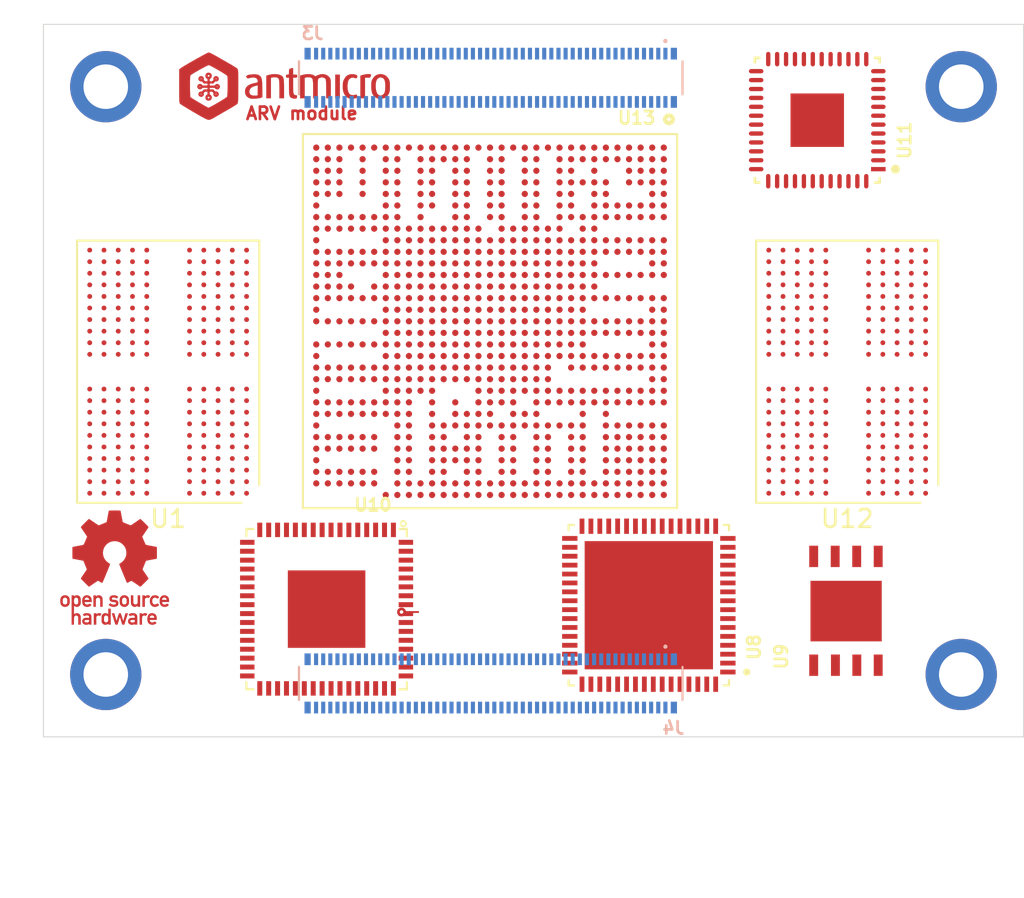
<source format=kicad_pcb>
(kicad_pcb (version 20171130) (host pcbnew 5.1.6+dfsg1-1~bpo10+1)
  (layers (0 F.Cu signal) (31 B.Cu signal) (34 B.Paste user) (35 F.Paste user) (36 B.SilkS user) (37 F.SilkS user) (38 B.Mask user) (39 F.Mask user) (44 Edge.Cuts user))
  (net 0 "")
  (net 1 VCC_5V0)
  (net 2 GND)
  (net 3 "Net-(C2-Pad2)")
  (net 4 LDO_3V3)
  (net 5 VCC_1V8)
  (net 6 VDD2PEN_OTP_1V8)
  (net 7 VSYS_5V8)
  (net 8 "Net-(C10-Pad2)")
  (net 9 "Net-(C11-Pad2)")
  (net 10 "Net-(C13-Pad1)")
  (net 11 "Net-(C14-Pad2)")
  (net 12 "Net-(C17-Pad2)")
  (net 13 "Net-(C18-Pad2)")
  (net 14 VCC_0V9)
  (net 15 VCC_3V3)
  (net 16 VCC_1V2)
  (net 17 HDMI_1V8)
  (net 18 VCC1V2)
  (net 19 /Ethernet/AVDDL)
  (net 20 VCC3V3)
  (net 21 /Ethernet/AVDDL_PLL)
  (net 22 /Ethernet/AVDDH)
  (net 23 "Net-(C69-Pad1)")
  (net 24 "Net-(C70-Pad1)")
  (net 25 VCC_1V1)
  (net 26 AVDD09_PLL)
  (net 27 ATEMP_VCAL)
  (net 28 SYS_RSTN)
  (net 29 AVDD3V3_USB)
  (net 30 CTL5)
  (net 31 HDMI_CEC)
  (net 32 EEPROM_nWP)
  (net 33 PI_nLED_ACT)
  (net 34 SD_DAT5)
  (net 35 SD_DAT4)
  (net 36 SD_DAT2)
  (net 37 SD_DAT7)
  (net 38 SD_VDD_OVRD)
  (net 39 SD_PWR_ON)
  (net 40 RESERVED)
  (net 41 5V0_IN)
  (net 42 GPIO_VREF)
  (net 43 3V3_OUT)
  (net 44 1V8_OUT)
  (net 45 WL_nDis)
  (net 46 BT_nDis)
  (net 47 RUN_PG)
  (net 48 nRPIBOOT)
  (net 49 AIN1)
  (net 50 nPWR_LED)
  (net 51 AIN0)
  (net 52 CAM_GPIO)
  (net 53 GLOBAL_EN)
  (net 54 nEXTRST)
  (net 55 USBOTG_ID)
  (net 56 PCIE_CLK_nREQ)
  (net 57 PSCIE_nRST)
  (net 58 PCIE_CLK_P)
  (net 59 TV_OUT)
  (net 60 PCIE_CLK_N)
  (net 61 PCIE_RX_P)
  (net 62 PCIE_RX_N)
  (net 63 PCIE_TX_P)
  (net 64 PCIE_TX_N)
  (net 65 CAM1_D2_N)
  (net 66 CAM1_D2_P)
  (net 67 CAM1_D3_N)
  (net 68 CAM1_D3_P)
  (net 69 HDMI1_HOTPLUG)
  (net 70 HDMI1_SDA)
  (net 71 HDMI1_D2_P)
  (net 72 HDMI1_SCL)
  (net 73 HDMI1_D2_N)
  (net 74 HDMI1_CEC)
  (net 75 HDMI1_D1_P)
  (net 76 HDMI1_D1_N)
  (net 77 HDMI1_D0_P)
  (net 78 HDMI1_D0_N)
  (net 79 HDMI1_CK_P)
  (net 80 HDMI1_CK_N)
  (net 81 DSI1_D0_N)
  (net 82 DSI1_D0_P)
  (net 83 DSI1_D1_N)
  (net 84 DSI1_D1_P)
  (net 85 DSI1_C_N)
  (net 86 DSI1_C_P)
  (net 87 DSI2_D1_N)
  (net 88 DSI1_D3_N)
  (net 89 DSI2_D1_P)
  (net 90 DSI1_D3_P)
  (net 91 "Net-(L2-Pad1)")
  (net 92 "Net-(L3-Pad1)")
  (net 93 "Net-(L4-Pad1)")
  (net 94 VDD2PEN)
  (net 95 "Net-(R5-Pad2)")
  (net 96 I2C0_SCL)
  (net 97 "Net-(R6-Pad2)")
  (net 98 I2C0_SDA)
  (net 99 "Net-(R10-Pad1)")
  (net 100 "Net-(R11-Pad1)")
  (net 101 "Net-(R12-Pad1)")
  (net 102 "Net-(R13-Pad1)")
  (net 103 "Net-(R14-Pad1)")
  (net 104 "Net-(R15-Pad1)")
  (net 105 "Net-(R16-Pad1)")
  (net 106 "Net-(R17-Pad1)")
  (net 107 "Net-(R18-Pad2)")
  (net 108 "Net-(R19-Pad2)")
  (net 109 QSPI_D1)
  (net 110 "Net-(R20-Pad2)")
  (net 111 QSPI_D2)
  (net 112 QSPI_D3)
  (net 113 "Net-(R22-Pad1)")
  (net 114 QSPI_CLK)
  (net 115 "Net-(R23-Pad1)")
  (net 116 QSPI_D0)
  (net 117 HDMI_SWING)
  (net 118 HDMI_DSDA)
  (net 119 HDMI_DSCL)
  (net 120 "Net-(R30-Pad2)")
  (net 121 RGMII_RXD0)
  (net 122 RGMII_RXD1)
  (net 123 RGMII_RXD2)
  (net 124 RGMII_RXD3)
  (net 125 ETH_~RESET)
  (net 126 ATEMP_VSS)
  (net 127 ATEMP_TEST1)
  (net 128 ATEMP_TEST0)
  (net 129 TEST_MODE)
  (net 130 "Net-(R55-Pad2)")
  (net 131 "Net-(R56-Pad2)")
  (net 132 "Net-(R57-Pad2)")
  (net 133 "Net-(R58-Pad2)")
  (net 134 "Net-(R59-Pad2)")
  (net 135 LCD_PCLK)
  (net 136 LCD_DE)
  (net 137 LCD_VSYNC)
  (net 138 LCD_HSYNC)
  (net 139 LCD_DATA0)
  (net 140 LCD_DATA1)
  (net 141 LCD_DATA2)
  (net 142 LCD_DATA3)
  (net 143 LCD_DATA4)
  (net 144 LCD_DATA5)
  (net 145 LCD_DATA6)
  (net 146 LCD_DATA7)
  (net 147 LCD_DATA8)
  (net 148 LCD_DATA9)
  (net 149 LCD_DATA10)
  (net 150 LCD_DATA11)
  (net 151 LCD_DATA12)
  (net 152 LCD_DATA13)
  (net 153 LCD_DATA14)
  (net 154 LCD_DATA15)
  (net 155 LCD_DATA16)
  (net 156 LCD_DATA17)
  (net 157 LCD_DATA18)
  (net 158 LCD_DATA19)
  (net 159 LCD_DATA20)
  (net 160 LCD_DATA21)
  (net 161 LCD_DATA22)
  (net 162 LCD_DATA23)
  (net 163 "Net-(R88-Pad2)")
  (net 164 "Net-(R89-Pad2)")
  (net 165 "Net-(R90-Pad2)")
  (net 166 "Net-(R91-Pad2)")
  (net 167 "Net-(TP3-Pad1)")
  (net 168 "Net-(TP4-Pad1)")
  (net 169 DDR0_PLL_REFOUT_N)
  (net 170 DDR0_PLL_REFOUT_P)
  (net 171 DDR0_PLL_TESTOUT_N)
  (net 172 DDR0_PLL_TESTOUT_P)
  (net 173 DDR1_PLL_REFOUT_N)
  (net 174 DDR1_PLL_REFOUT_P)
  (net 175 DDR1_PLL_TESTOUT_N)
  (net 176 DDR1_PLL_TESTOUT_P)
  (net 177 "Net-(U8-Pad17)")
  (net 178 "Net-(U8-Pad19)")
  (net 179 "Net-(U8-Pad26)")
  (net 180 "Net-(U8-Pad28)")
  (net 181 "Net-(U8-Pad49)")
  (net 182 "Net-(U8-Pad51)")
  (net 183 PWR_EN)
  (net 184 "Net-(U8-Pad16)")
  (net 185 "Net-(U8-Pad33)")
  (net 186 "Net-(U8-Pad35)")
  (net 187 "Net-(U8-Pad37)")
  (net 188 "Net-(U8-Pad47)")
  (net 189 "Net-(U10-Pad26)")
  (net 190 "Net-(U10-Pad28)")
  (net 191 HDMI_HPD)
  (net 192 HDMI_TXC_N)
  (net 193 HDMI_TXC_P)
  (net 194 HDMI_TX0_N)
  (net 195 HDMI_TX0_P)
  (net 196 HDMI_TX1_N)
  (net 197 HDMI_TX1_P)
  (net 198 HDMI_TX2_N)
  (net 199 HDMI_TX2_P)
  (net 200 "Net-(U11-Pad47)")
  (net 201 "Net-(U11-Pad43)")
  (net 202 RGMII_TXD3)
  (net 203 RGMII_TXD2)
  (net 204 RGMII_TXD1)
  (net 205 RGMII_TXD0)
  (net 206 "Net-(U11-Pad13)")
  (net 207 DDR0_A04)
  (net 208 DDR0_A03)
  (net 209 DDR0_A02)
  (net 210 DDR0_A00)
  (net 211 DDR0_A05)
  (net 212 DDR0_CK1_P)
  (net 213 DDR0_CK1_N)
  (net 214 DDR0_CKE1)
  (net 215 DDR0_A01)
  (net 216 DDR0_CK0_P)
  (net 217 DDR0_CK0_N)
  (net 218 DDR0_CKE0)
  (net 219 DDR0_DQ30)
  (net 220 DDR0_DQ24)
  (net 221 DDR0_DQ26)
  (net 222 DDR0_DQ16)
  (net 223 DDR0_DQS2P)
  (net 224 "Net-(U13-PadA9)")
  (net 225 "Net-(U13-PadA10)")
  (net 226 "Net-(U13-PadA16)")
  (net 227 DDR0_CS1)
  (net 228 DDR0_DQ15)
  (net 229 DDR0_DQS1N)
  (net 230 DDR0_DQ08)
  (net 231 DDR0_DQ07)
  (net 232 DDR0_DQ06)
  (net 233 "Net-(U13-PadA25)")
  (net 234 "Net-(U13-PadA26)")
  (net 235 "Net-(U13-PadA27)")
  (net 236 "Net-(U13-PadA28)")
  (net 237 "Net-(U13-PadA29)")
  (net 238 "Net-(U13-PadA30)")
  (net 239 "Net-(U13-PadA31)")
  (net 240 DDR0_DQ29)
  (net 241 DDR0_DQ28)
  (net 242 DDR0_DQ25)
  (net 243 DDR0_DQ23)
  (net 244 DDR0_DQ20)
  (net 245 DDR0_DQS2N)
  (net 246 "Net-(U13-PadB7)")
  (net 247 "Net-(U13-PadB9)")
  (net 248 "Net-(U13-PadB11)")
  (net 249 "Net-(U13-PadB15)")
  (net 250 "Net-(U13-PadB16)")
  (net 251 DDR0_CS2)
  (net 252 DDR0_RSTN)
  (net 253 DDR0_DQ14)
  (net 254 DDR0_DQS1P)
  (net 255 DDR0_DQ05)
  (net 256 DDR0_DQS0P)
  (net 257 "Net-(U13-PadB25)")
  (net 258 "Net-(U13-PadB26)")
  (net 259 "Net-(U13-PadB27)")
  (net 260 "Net-(U13-PadB28)")
  (net 261 "Net-(U13-PadB29)")
  (net 262 "Net-(U13-PadB30)")
  (net 263 "Net-(U13-PadB31)")
  (net 264 DDR0_DQ31)
  (net 265 DDR0_DQS3N)
  (net 266 DDR0_DQ27)
  (net 267 DDR0_DQ21)
  (net 268 DDR0_DQ18)
  (net 269 "Net-(U13-PadC9)")
  (net 270 "Net-(U13-PadC12)")
  (net 271 "Net-(U13-PadC14)")
  (net 272 DDR0_DMI1)
  (net 273 DDR0_DQ09)
  (net 274 DDR0_DQ04)
  (net 275 DDR0_DQS0N)
  (net 276 "Net-(U13-PadC25)")
  (net 277 "Net-(U13-PadC26)")
  (net 278 "Net-(U13-PadC27)")
  (net 279 "Net-(U13-PadC28)")
  (net 280 "Net-(U13-PadC29)")
  (net 281 "Net-(U13-PadC30)")
  (net 282 "Net-(U13-PadC31)")
  (net 283 RPI_GPIO3)
  (net 284 DDR0_DQS3P)
  (net 285 DDR0_DMI3)
  (net 286 DDR0_DMI2)
  (net 287 DDR0_DQ17)
  (net 288 "Net-(U13-PadD14)")
  (net 289 DDR0_ODT0)
  (net 290 DDR0_DQ13)
  (net 291 DDR0_DQ11)
  (net 292 DDR0_DQ02)
  (net 293 "Net-(U13-PadD25)")
  (net 294 "Net-(U13-PadD26)")
  (net 295 RPI_GPIO2)
  (net 296 DDR0_DQ22)
  (net 297 DDR0_DQ19)
  (net 298 "Net-(U13-PadE9)")
  (net 299 DDR0_CS3)
  (net 300 DDR0_DQ12)
  (net 301 DDR0_DQ10)
  (net 302 DDR0_DMI0)
  (net 303 DDR0_DQ01)
  (net 304 "Net-(U13-PadE25)")
  (net 305 "Net-(U13-PadE26)")
  (net 306 "Net-(U13-PadE27)")
  (net 307 "Net-(U13-PadE28)")
  (net 308 BOOT_SEL0)
  (net 309 RPI_GPIO11)
  (net 310 RPI_GPIO4)
  (net 311 RPI_ID_SC)
  (net 312 RPI_GPIO9)
  (net 313 RPI_GPIO22)
  (net 314 "Net-(U13-PadF9)")
  (net 315 "Net-(U13-PadF10)")
  (net 316 "Net-(U13-PadF12)")
  (net 317 "Net-(U13-PadF14)")
  (net 318 DDR0_CS0)
  (net 319 DDR0_DQ03)
  (net 320 DDR0_DQ00)
  (net 321 "Net-(U13-PadF25)")
  (net 322 "Net-(U13-PadF26)")
  (net 323 "Net-(U13-PadF27)")
  (net 324 "Net-(U13-PadF28)")
  (net 325 BOOT_SEL2)
  (net 326 BOOT_SEL1)
  (net 327 RPI_GPIO25)
  (net 328 RPI_GPIO17)
  (net 329 RPI_GPIO6)
  (net 330 RPI_GPIO23)
  (net 331 RPI_GPIO27)
  (net 332 "Net-(U13-PadG12)")
  (net 333 "Net-(U13-PadG14)")
  (net 334 DDR0_ODT1)
  (net 335 "Net-(U13-PadG23)")
  (net 336 CDTX_DSI_D0_N)
  (net 337 CDTX_DSI_D0_P)
  (net 338 RPI_GPIO10)
  (net 339 RPI_GPIO24)
  (net 340 RPI_GPIO16)
  (net 341 "Net-(U13-PadH22)")
  (net 342 "Net-(U13-PadH23)")
  (net 343 "Net-(U13-PadH24)")
  (net 344 "Net-(U13-PadH25)")
  (net 345 "Net-(U13-PadH26)")
  (net 346 "Net-(U13-PadH27)")
  (net 347 "Net-(U13-PadH28)")
  (net 348 "Net-(U13-PadH29)")
  (net 349 CDTX_DSI_D1_N)
  (net 350 CDTX_DSI_D1_P)
  (net 351 RPI_GPIO19)
  (net 352 RPI_ID_SD)
  (net 353 RPI_GPIO8)
  (net 354 RPI_GPIO14)
  (net 355 RPI_GPIO12)
  (net 356 RPI_GPIO7)
  (net 357 RPI_GPIO18)
  (net 358 "Net-(U13-PadJ25)")
  (net 359 "Net-(U13-PadJ26)")
  (net 360 "Net-(U13-PadJ27)")
  (net 361 "Net-(U13-PadJ28)")
  (net 362 "Net-(U13-PadJ29)")
  (net 363 CDTX_DSI_D2_N)
  (net 364 CDTX_DSI_D2_P)
  (net 365 RPI_GPIO21)
  (net 366 RPI_GPIO26)
  (net 367 RPI_GPIO5)
  (net 368 RPI_GPIO13)
  (net 369 RPI_GPIO15)
  (net 370 CDTX_DSI_D3_N)
  (net 371 CDTX_DSI_D3_P)
  (net 372 RPI_GPIO20)
  (net 373 "Net-(U13-PadL25)")
  (net 374 "Net-(U13-PadL26)")
  (net 375 "Net-(U13-PadL27)")
  (net 376 CDTX_DSI_D4_N)
  (net 377 CDTX_DSI_D4_P)
  (net 378 LED)
  (net 379 WIFI_SDIO1_D2)
  (net 380 WIFI_SDIO1_D3)
  (net 381 WIFI_SDIO1_D1)
  (net 382 BT_WAKE)
  (net 383 WIFI_SDIO1_CMD)
  (net 384 BOOT_MODE)
  (net 385 CSI1RX_CLK_N)
  (net 386 CSI1RX_CLK_P)
  (net 387 BT_RSTN)
  (net 388 BT_UART_CTS)
  (net 389 BT_UART_RXD)
  (net 390 PWR_OFF)
  (net 391 WIFI_SDIO1_D0)
  (net 392 WIFI_SDIO1_CLK)
  (net 393 CSI1RX_D1_N)
  (net 394 CSI1RX_D1_P)
  (net 395 WIFI_EN)
  (net 396 QSPI_CSN0)
  (net 397 "Net-(U13-PadP29)")
  (net 398 CSI1RX_D0_N)
  (net 399 CSI1RX_D0_P)
  (net 400 SDIO0_CD)
  (net 401 SDIO0_D3)
  (net 402 SDIO0_D2)
  (net 403 SDIO0_D1)
  (net 404 SDIO0_D0)
  (net 405 BT_UART_RTS)
  (net 406 BT_UART_TXD)
  (net 407 "Net-(U13-PadR29)")
  (net 408 CSI2RX_CLK_N)
  (net 409 CSI2RX_CLK_P)
  (net 410 CSI1_PWDN)
  (net 411 CSI0_PWDN)
  (net 412 I2C2_SDA)
  (net 413 SDIO0_CLK)
  (net 414 SDIO0_CMD)
  (net 415 CSI2RX_D1_N)
  (net 416 CSI2RX_D1_P)
  (net 417 I2C2_SCL)
  (net 418 "Net-(U13-PadU26)")
  (net 419 "Net-(U13-PadU27)")
  (net 420 "Net-(U13-PadU29)")
  (net 421 CSI2RX_D0_N)
  (net 422 CSI2RX_D0_P)
  (net 423 DAC_PWML)
  (net 424 DAC_PWMR)
  (net 425 CLK_27M_IN)
  (net 426 CLK_27M_OUT)
  (net 427 "Net-(U13-PadW1)")
  (net 428 "Net-(U13-PadW2)")
  (net 429 "Net-(U13-PadW4)")
  (net 430 "Net-(U13-PadW6)")
  (net 431 "Net-(U13-PadW7)")
  (net 432 "Net-(U13-PadW27)")
  (net 433 "Net-(U13-PadW28)")
  (net 434 "Net-(U13-PadY1)")
  (net 435 "Net-(U13-PadY25)")
  (net 436 "Net-(U13-PadY26)")
  (net 437 "Net-(U13-PadY27)")
  (net 438 "Net-(U13-PadY28)")
  (net 439 CLK_25M_IN)
  (net 440 CLK_25M_OUT)
  (net 441 "Net-(U13-PadAA28)")
  (net 442 "Net-(U13-PadAA30)")
  (net 443 USB_SSTXB1)
  (net 444 USB_SSTXA1)
  (net 445 USBDP_P)
  (net 446 USBDM_N)
  (net 447 USB_SSRXB2)
  (net 448 USB_SSRXA2)
  (net 449 "Net-(U13-PadAD6)")
  (net 450 "Net-(U13-PadAD7)")
  (net 451 USB_SSRXB1)
  (net 452 USB_SSRXA1)
  (net 453 USB_SSTXA2)
  (net 454 USB_SSTXB2)
  (net 455 "Net-(U13-PadAE5)")
  (net 456 "Net-(U13-PadAE6)")
  (net 457 "Net-(U13-PadAE7)")
  (net 458 "Net-(U13-PadAE13)")
  (net 459 "Net-(U13-PadAE16)")
  (net 460 "Net-(U13-PadAE18)")
  (net 461 "Net-(U13-PadAF1)")
  (net 462 DDR1_DQ31)
  (net 463 DDR1_DQ28)
  (net 464 DDR1_DQ23)
  (net 465 DDR1_DQ22)
  (net 466 "Net-(U13-PadAF13)")
  (net 467 DDR1_A03)
  (net 468 "Net-(U13-PadAF16)")
  (net 469 "Net-(U13-PadAF18)")
  (net 470 DDR1_CS3)
  (net 471 DDR1_DQ15)
  (net 472 DDR1_DQ14)
  (net 473 DDR1_DQ08)
  (net 474 DDR1_DQ00)
  (net 475 DDR1_DQ03)
  (net 476 "Net-(U13-PadAG1)")
  (net 477 DDR1_DQ30)
  (net 478 DDR1_DQ29)
  (net 479 DDR1_DQ20)
  (net 480 DDR1_DMI2)
  (net 481 DDR1_A05)
  (net 482 DDR1_A00)
  (net 483 DDR1_CKE0)
  (net 484 DDR1_DQ11)
  (net 485 DDR1_DQ10)
  (net 486 DDR1_DQ01)
  (net 487 DDR1_DMI0)
  (net 488 "Net-(U13-PadAH1)")
  (net 489 DDR1_DMI3)
  (net 490 DDR1_DQ21)
  (net 491 "Net-(U13-PadAH14)")
  (net 492 "Net-(U13-PadAH18)")
  (net 493 DDR1_CS2)
  (net 494 DDR1_CS1)
  (net 495 DDR1_ODT1)
  (net 496 DDR1_ODT0)
  (net 497 DDR1_DQ09)
  (net 498 DDR1_DQ02)
  (net 499 "Net-(U13-PadAJ1)")
  (net 500 DDR1_DQS3P)
  (net 501 DDR1_DQ27)
  (net 502 DDR1_DQS2N)
  (net 503 DDR1_DQ19)
  (net 504 "Net-(U13-PadAJ12)")
  (net 505 "Net-(U13-PadAJ13)")
  (net 506 "Net-(U13-PadAJ14)")
  (net 507 DDR1_A02)
  (net 508 DDR1_A01)
  (net 509 DDR1_CKE1)
  (net 510 DDR1_DMI1)
  (net 511 DDR1_DQS1P)
  (net 512 DDR1_DQ04)
  (net 513 DDR1_DQS0N)
  (net 514 "Net-(U13-PadAK1)")
  (net 515 "Net-(U13-PadAK2)")
  (net 516 "Net-(U13-PadAK4)")
  (net 517 DDR1_DQS3N)
  (net 518 DDR1_DQ26)
  (net 519 DDR1_DQS2P)
  (net 520 DDR1_DQ17)
  (net 521 "Net-(U13-PadAK12)")
  (net 522 "Net-(U13-PadAK13)")
  (net 523 "Net-(U13-PadAK14)")
  (net 524 DDR1_CK1_P)
  (net 525 DDR1_CK0_N)
  (net 526 "Net-(U13-PadAK20)")
  (net 527 "Net-(U13-PadAK21)")
  (net 528 DDR1_CS0)
  (net 529 DDR1_DQS1N)
  (net 530 DDR1_DQ05)
  (net 531 DDR1_DQS0P)
  (net 532 "Net-(U13-PadAL1)")
  (net 533 "Net-(U13-PadAL2)")
  (net 534 "Net-(U13-PadAL4)")
  (net 535 "Net-(U13-PadAL5)")
  (net 536 DDR1_DQ25)
  (net 537 DDR1_DQ24)
  (net 538 DDR1_DQ18)
  (net 539 DDR1_DQ16)
  (net 540 "Net-(U13-PadAL13)")
  (net 541 DDR1_A04)
  (net 542 DDR1_CK1_N)
  (net 543 DDR1_CK0_P)
  (net 544 "Net-(U13-PadAL20)")
  (net 545 "Net-(U13-PadAL21)")
  (net 546 DDR1_RSTN)
  (net 547 DDR1_DQ13)
  (net 548 DDR1_DQ12)
  (net 549 DDR1_DQ07)
  (net 550 DDR1_DQ06)
  (net 551 VDDQ)
  (net 552 VDD2)
  (net 553 VDD1)
  (net 554 ETH3_P)
  (net 555 ETH1_P)
  (net 556 ETH3_N)
  (net 557 ETH1_N)
  (net 558 ETH2_N)
  (net 559 ETH0_N)
  (net 560 ETH2_P)
  (net 561 ETH0_P)
  (net 562 ETH_LED2)
  (net 563 ETH_LED1)
  (net 564 "Net-(R43-Pad2)")
  (net 565 "Net-(R45-Pad1)")
  (net 566 "Net-(R47-Pad2)")
  (net 567 HDMI_LRCLK)
  (net 568 HDMI_12MHZ)
  (net 569 HDMI_INT)
  (net 570 HDMI_BCLK)
  (net 571 "Net-(U12-PadAB12)")
  (net 572 "Net-(U12-PadAB11)")
  (net 573 "Net-(U12-PadAB2)")
  (net 574 "Net-(U12-PadAB1)")
  (net 575 "Net-(U12-PadAA12)")
  (net 576 "Net-(U12-PadAA1)")
  (net 577 "Net-(U12-PadN8)")
  (net 578 "Net-(U12-PadN5)")
  (net 579 "Net-(U12-PadK8)")
  (net 580 "Net-(U12-PadK5)")
  (net 581 "Net-(U12-PadG11)")
  (net 582 "Net-(U12-PadB12)")
  (net 583 "Net-(U12-PadB1)")
  (net 584 "Net-(U12-PadA12)")
  (net 585 "Net-(U12-PadA11)")
  (net 586 "Net-(U12-PadA2)")
  (net 587 "Net-(U12-PadA1)")
  (net 588 "Net-(J3-Pad16)")
  (net 589 "Net-(J3-Pad18)")
  (net 590 "Net-(J3-Pad19)")
  (net 591 RGMII_RXDV)
  (net 592 RGMII_RXCLK)
  (net 593 LED_MODE)
  (net 594 "Net-(R42-Pad1)")
  (net 595 DDR0_ODT_1)
  (net 596 "Net-(R97-Pad1)")
  (net 597 "Net-(R100-Pad1)")
  (net 598 "Net-(R99-Pad1)")
  (net 599 "Net-(R101-Pad2)")
  (net 600 DDR1_ODT_1)
  (net 601 HDMI_I2S_TX0)
  (net 602 "Net-(U11-Pad38)")
  (net 603 RGMII_MDIO)
  (net 604 RGMII_GTXCLK)
  (net 605 RGMII_MDC)
  (net 606 RGMII_TXEN)
  (net 607 "Net-(U1-PadAB12)")
  (net 608 "Net-(U1-PadAB11)")
  (net 609 "Net-(U1-PadAB2)")
  (net 610 "Net-(U1-PadAB1)")
  (net 611 "Net-(U1-PadAA12)")
  (net 612 "Net-(U1-PadAA1)")
  (net 613 DDR_CS3)
  (net 614 "Net-(U1-PadN8)")
  (net 615 "Net-(U1-PadN5)")
  (net 616 "Net-(U1-PadK8)")
  (net 617 "Net-(U1-PadK5)")
  (net 618 "Net-(U1-PadG11)")
  (net 619 "Net-(U1-PadB12)")
  (net 620 "Net-(U1-PadB1)")
  (net 621 "Net-(U1-PadA12)")
  (net 622 "Net-(U1-PadA11)")
  (net 623 "Net-(U1-PadA2)")
  (net 624 "Net-(U1-PadA1)")
  (module antmicro-footprints:oshw-logo (layer F.Cu) (at 134.02 85.47)
    (fp_text reference N2 hide)
    (fp_text value oshw_logo hide)
    (fp_poly (pts (xy 2.316335 1.557212) (xy 2.365289 1.570473) (xy 2.410751 1.593074) (xy 2.453474 1.625314) (xy 2.46017 1.631447) (xy 2.49174 1.661087) (xy 2.46634 1.684202) (xy 2.448922 1.699811) (xy 2.430578 1.715881) (xy 2.419362 1.72548) (xy 2.397784 1.743644) (xy 2.376891 1.724768) (xy 2.345458 1.701449) (xy 2.312177 1.6874) (xy 2.274771 1.681738) (xy 2.265314 1.681529) (xy 2.226987 1.684284) (xy 2.195173 1.693102) (xy 2.167779 1.708654) (xy 2.159417 1.715321) (xy 2.136139 1.741848) (xy 2.118918 1.776168) (xy 2.107925 1.817791) (xy 2.10333 1.866228) (xy 2.103195 1.876057) (xy 2.106466 1.926873) (xy 2.116378 1.970387) (xy 2.132772 2.006416) (xy 2.155485 2.034777) (xy 2.184359 2.055286) (xy 2.219231 2.067762) (xy 2.259942 2.07202) (xy 2.274746 2.071584) (xy 2.309658 2.066837) (xy 2.339003 2.056237) (xy 2.366399 2.038274) (xy 2.377664 2.028652) (xy 2.386514 2.020784) (xy 2.393644 2.016076) (xy 2.400622 2.015143) (xy 2.409017 2.018601) (xy 2.420398 2.027064) (xy 2.436332 2.041147) (xy 2.45618 2.059427) (xy 2.49174 2.092238) (xy 2.4765 2.108421) (xy 2.449459 2.132681) (xy 2.416295 2.155691) (xy 2.380968 2.174973) (xy 2.350901 2.186995) (xy 2.327792 2.193508) (xy 2.30659 2.197321) (xy 2.283032 2.199001) (xy 2.259067 2.199185) (xy 2.233855 2.198293) (xy 2.209446 2.19628) (xy 2.18957 2.193499) (xy 2.182408 2.191908) (xy 2.133165 2.173457) (xy 2.089862 2.146984) (xy 2.053058 2.112951) (xy 2.023314 2.071823) (xy 2.012481 2.051331) (xy 2.000078 2.023756) (xy 1.991056 1.999224) (xy 1.984909 1.975127) (xy 1.981131 1.948862) (xy 1.979217 1.917822) (xy 1.978661 1.879403) (xy 1.97866 1.87706) (xy 1.979152 1.838223) (xy 1.980972 1.806897) (xy 1.984629 1.780465) (xy 1.990635 1.75631) (xy 1.999502 1.731815) (xy 2.01174 1.704364) (xy 2.012862 1.702) (xy 2.039217 1.657661) (xy 2.072304 1.620785) (xy 2.111698 1.591627) (xy 2.156972 1.57044) (xy 2.207701 1.557477) (xy 2.26314 1.552992) (xy 2.316335 1.557212)) (layer F.Cu) (width 0.01))
    (fp_poly (pts (xy 1.753486 2.563572) (xy 1.768707 2.568733) (xy 1.787505 2.57709) (xy 1.804886 2.586465) (xy 1.818688 2.595495) (xy 1.826747 2.602814) (xy 1.827862 2.606069) (xy 1.824353 2.611108) (xy 1.815883 2.621949) (xy 1.803906 2.636835) (xy 1.789874 2.654006) (xy 1.775241 2.671702) (xy 1.76146 2.688164) (xy 1.749984 2.701633) (xy 1.742265 2.71035) (xy 1.739774 2.71272) (xy 1.735118 2.710443) (xy 1.724283 2.704565) (xy 1.713869 2.69875) (xy 1.697827 2.690793) (xy 1.682779 2.6866) (xy 1.664203 2.685149) (xy 1.65354 2.685118) (xy 1.618721 2.6889) (xy 1.590202 2.699911) (xy 1.56659 2.71874) (xy 1.561969 2.723927) (xy 1.554834 2.732482) (xy 1.548916 2.740357) (xy 1.544095 2.748559) (xy 1.540247 2.758098) (xy 1.537252 2.769982) (xy 1.534987 2.785219) (xy 1.53333 2.80482) (xy 1.53216 2.829791) (xy 1.531355 2.861143) (xy 1.530792 2.899883) (xy 1.53035 2.947021) (xy 1.530026 2.98831) (xy 1.528383 3.2004) (xy 1.468618 3.2004) (xy 1.444925 3.200127) (xy 1.425071 3.199386) (xy 1.41119 3.198291) (xy 1.405466 3.197013) (xy 1.404868 3.191467) (xy 1.404303 3.176638) (xy 1.403781 3.153404) (xy 1.403312 3.122642) (xy 1.402904 3.08523) (xy 1.402568 3.042045) (xy 1.402313 2.993964) (xy 1.402147 2.941865) (xy 1.40208 2.886625) (xy 1.40208 2.5654) (xy 1.52908 2.5654) (xy 1.52908 2.59588) (xy 1.529563 2.611957) (xy 1.530821 2.623001) (xy 1.532274 2.62636) (xy 1.537551 2.623229) (xy 1.547578 2.615217) (xy 1.554951 2.608758) (xy 1.588903 2.584515) (xy 1.627959 2.567458) (xy 1.669893 2.558004) (xy 1.712478 2.55657) (xy 1.753486 2.563572)) (layer F.Cu) (width 0.01))
    (fp_poly (pts (xy 2.148397 2.561629) (xy 2.19364 2.574995) (xy 2.235729 2.595745) (xy 2.27324 2.623342) (xy 2.304746 2.657247) (xy 2.326124 2.691379) (xy 2.338147 2.71812) (xy 2.346812 2.745053) (xy 2.352553 2.774538) (xy 2.355808 2.808934) (xy 2.357012 2.850603) (xy 2.357044 2.85877) (xy 2.35712 2.93116) (xy 1.960257 2.93116) (xy 1.963671 2.95529) (xy 1.973572 2.993731) (xy 1.99125 3.026977) (xy 2.015921 3.053847) (xy 2.03962 3.069675) (xy 2.05744 3.076495) (xy 2.080851 3.080698) (xy 2.10312 3.082417) (xy 2.14444 3.081004) (xy 2.180804 3.0719) (xy 2.214663 3.05437) (xy 2.227798 3.045029) (xy 2.240746 3.03554) (xy 2.250331 3.029238) (xy 2.253671 3.02768) (xy 2.258975 3.030812) (xy 2.269761 3.039101) (xy 2.284106 3.050883) (xy 2.300085 3.064495) (xy 2.315775 3.078276) (xy 2.329252 3.090561) (xy 2.338591 3.099688) (xy 2.34188 3.103919) (xy 2.337925 3.110864) (xy 2.327387 3.121673) (xy 2.312256 3.134757) (xy 2.294522 3.148528) (xy 2.276173 3.161396) (xy 2.2592 3.171774) (xy 2.252695 3.175135) (xy 2.204473 3.192921) (xy 2.152193 3.202882) (xy 2.098569 3.204771) (xy 2.046313 3.198341) (xy 2.032968 3.195193) (xy 1.984723 3.17824) (xy 1.943536 3.154343) (xy 1.909085 3.123164) (xy 1.881044 3.084367) (xy 1.859091 3.037617) (xy 1.847989 3.003009) (xy 1.841966 2.972432) (xy 1.838154 2.934955) (xy 1.836547 2.89359) (xy 1.83714 2.851351) (xy 1.839007 2.82448) (xy 1.960257 2.82448) (xy 2.23012 2.82448) (xy 2.23012 2.813383) (xy 2.225878 2.783861) (xy 2.214259 2.753765) (xy 2.196919 2.725767) (xy 2.175516 2.702542) (xy 2.151707 2.686762) (xy 2.151576 2.686702) (xy 2.12892 2.680129) (xy 2.101125 2.677458) (xy 2.072496 2.678842) (xy 2.051338 2.683134) (xy 2.023979 2.696415) (xy 2.000173 2.71796) (xy 1.981134 2.746148) (xy 1.968075 2.779355) (xy 1.963708 2.80035) (xy 1.960257 2.82448) (xy 1.839007 2.82448) (xy 1.839927 2.811253) (xy 1.844904 2.77631) (xy 1.84841 2.76098) (xy 1.866454 2.708186) (xy 1.889878 2.663759) (xy 1.919102 2.627202) (xy 1.954545 2.598016) (xy 1.996627 2.575701) (xy 2.007997 2.571225) (xy 2.05415 2.559206) (xy 2.101425 2.556187) (xy 2.148397 2.561629)) (layer F.Cu) (width 0.01))
    (fp_poly (pts (xy -2.064497 1.559869) (xy -2.023074 1.576181) (xy -1.985929 1.601008) (xy -1.972866 1.61297) (xy -1.956169 1.630946) (xy -1.942599 1.649027) (xy -1.93185 1.66849) (xy -1.923612 1.690613) (xy -1.917581 1.716673) (xy -1.913447 1.747949) (xy -1.910905 1.785717) (xy -1.909646 1.831256) (xy -1.909356 1.87706) (xy -1.90977 1.930269) (xy -1.911212 1.974614) (xy -1.913983 2.011363) (xy -1.918383 2.041785) (xy -1.924712 2.06715) (xy -1.933272 2.088726) (xy -1.944363 2.107783) (xy -1.958286 2.12559) (xy -1.97155 2.139673) (xy -1.992509 2.157399) (xy -2.01751 2.173865) (xy -2.030777 2.180878) (xy -2.046734 2.188105) (xy -2.059988 2.192797) (xy -2.073565 2.195495) (xy -2.090487 2.196746) (xy -2.113781 2.197091) (xy -2.121021 2.1971) (xy -2.146295 2.196907) (xy -2.16437 2.195972) (xy -2.178202 2.193753) (xy -2.190752 2.189713) (xy -2.204977 2.183311) (xy -2.209921 2.180895) (xy -2.230507 2.169571) (xy -2.250899 2.156448) (xy -2.26441 2.146209) (xy -2.286 2.127728) (xy -2.286 2.627542) (xy -2.26502 2.608587) (xy -2.247687 2.595225) (xy -2.226989 2.582376) (xy -2.216469 2.577011) (xy -2.172828 2.562105) (xy -2.128834 2.556469) (xy -2.085696 2.559573) (xy -2.044621 2.570892) (xy -2.006814 2.589897) (xy -1.973484 2.616062) (xy -1.945836 2.648859) (xy -1.925078 2.687761) (xy -1.918255 2.707292) (xy -1.916285 2.715141) (xy -1.914651 2.724824) (xy -1.913322 2.737291) (xy -1.91227 2.75349) (xy -1.911464 2.774373) (xy -1.910874 2.800887) (xy -1.910471 2.833983) (xy -1.910224 2.87461) (xy -1.910105 2.923718) (xy -1.91008 2.967798) (xy -1.91008 3.200712) (xy -2.03454 3.19786) (xy -2.03708 2.9845) (xy -2.037717 2.9323) (xy -2.038304 2.889263) (xy -2.038901 2.854392) (xy -2.039568 2.826688) (xy -2.040361 2.805155) (xy -2.041341 2.788796) (xy -2.042566 2.776613) (xy -2.044094 2.767609) (xy -2.045984 2.760788) (xy -2.048295 2.755152) (xy -2.050875 2.750095) (xy -2.071267 2.72198) (xy -2.097529 2.701112) (xy -2.127918 2.688039) (xy -2.160694 2.683311) (xy -2.194115 2.687476) (xy -2.219188 2.697085) (xy -2.239019 2.71068) (xy -2.258362 2.729665) (xy -2.273493 2.750162) (xy -2.277451 2.757734) (xy -2.279186 2.765731) (xy -2.280733 2.781784) (xy -2.282106 2.806254) (xy -2.283318 2.8395) (xy -2.284384 2.881884) (xy -2.285316 2.933767) (xy -2.286 2.9845) (xy -2.28854 3.19786) (xy -2.413 3.200712) (xy -2.413 1.87706) (xy -2.286 1.87706) (xy -2.284686 1.926093) (xy -2.280491 1.966272) (xy -2.27304 1.998588) (xy -2.261956 2.024032) (xy -2.246863 2.043598) (xy -2.227383 2.058276) (xy -2.214844 2.064547) (xy -2.193976 2.070117) (xy -2.167758 2.072304) (xy -2.140401 2.071168) (xy -2.116114 2.066767) (xy -2.10566 2.063009) (xy -2.078243 2.044944) (xy -2.057739 2.019537) (xy -2.049127 2.001448) (xy -2.044866 1.984415) (xy -2.041516 1.959591) (xy -2.039125 1.929307) (xy -2.037742 1.895893) (xy -2.037414 1.861683) (xy -2.03819 1.829006) (xy -2.040117 1.800195) (xy -2.043244 1.777581) (xy -2.044409 1.77241) (xy -2.056223 1.738016) (xy -2.072326 1.712468) (xy -2.093645 1.695026) (xy -2.121108 1.684948) (xy -2.155643 1.681493) (xy -2.158228 1.68148) (xy -2.191975 1.68393) (xy -2.21981 1.691708) (xy -2.242149 1.705448) (xy -2.259407 1.72579) (xy -2.272002 1.753368) (xy -2.280349 1.788822) (xy -2.284864 1.832787) (xy -2.286 1.87706) (xy -2.413 1.87706) (xy -2.413 1.55956) (xy -2.286 1.55956) (xy -2.286 1.620849) (xy -2.259099 1.600538) (xy -2.224478 1.577961) (xy -2.189557 1.563135) (xy -2.15375 1.554858) (xy -2.108591 1.55259) (xy -2.064497 1.559869)) (layer F.Cu) (width 0.01))
    (fp_poly (pts (xy 0.605152 1.55859) (xy 0.65183 1.574224) (xy 0.694332 1.598187) (xy 0.728375 1.62705) (xy 0.750706 1.652385) (xy 0.768389 1.678643) (xy 0.781867 1.707325) (xy 0.791586 1.739933) (xy 0.797992 1.777969) (xy 0.801528 1.822932) (xy 0.802639 1.876326) (xy 0.80264 1.877721) (xy 0.801589 1.929907) (xy 0.798306 1.973467) (xy 0.792587 2.009728) (xy 0.784233 2.040019) (xy 0.774699 2.06248) (xy 0.748467 2.10368) (xy 0.71503 2.139098) (xy 0.675906 2.167435) (xy 0.632617 2.18739) (xy 0.626336 2.189432) (xy 0.599934 2.195119) (xy 0.567552 2.198443) (xy 0.532932 2.199337) (xy 0.499816 2.197733) (xy 0.471947 2.193564) (xy 0.466912 2.192301) (xy 0.428976 2.177701) (xy 0.391964 2.155997) (xy 0.359988 2.129693) (xy 0.354116 2.123623) (xy 0.332932 2.098683) (xy 0.31619 2.073827) (xy 0.303427 2.047452) (xy 0.294179 2.017956) (xy 0.287983 1.983738) (xy 0.284376 1.943196) (xy 0.282894 1.894727) (xy 0.282792 1.87706) (xy 0.409691 1.87706) (xy 0.410315 1.918215) (xy 0.412477 1.950942) (xy 0.416612 1.976909) (xy 0.423156 1.997788) (xy 0.432545 2.015249) (xy 0.445214 2.030963) (xy 0.451466 2.037296) (xy 0.471249 2.054021) (xy 0.491005 2.064561) (xy 0.514032 2.070163) (xy 0.54356 2.072071) (xy 0.569085 2.070804) (xy 0.590455 2.065437) (xy 0.60198 2.060562) (xy 0.625074 2.047439) (xy 0.6421 2.031597) (xy 0.656021 2.009961) (xy 0.661421 1.998916) (xy 0.665523 1.989381) (xy 0.668536 1.980016) (xy 0.670627 1.969085) (xy 0.671962 1.95485) (xy 0.672708 1.935575) (xy 0.673032 1.90952) (xy 0.6731 1.87706) (xy 0.673022 1.842993) (xy 0.67268 1.817348) (xy 0.671907 1.798388) (xy 0.670535 1.784376) (xy 0.668399 1.773574) (xy 0.665331 1.764244) (xy 0.661421 1.755203) (xy 0.647913 1.730366) (xy 0.632494 1.71256) (xy 0.6122 1.698711) (xy 0.60198 1.693557) (xy 0.5694 1.68318) (xy 0.535284 1.681068) (xy 0.501941 1.68683) (xy 0.471681 1.700078) (xy 0.447596 1.719564) (xy 0.434375 1.736003) (xy 0.424463 1.753886) (xy 0.417449 1.774917) (xy 0.412923 1.800802) (xy 0.410475 1.833247) (xy 0.409694 1.873955) (xy 0.409691 1.87706) (xy 0.282792 1.87706) (xy 0.283699 1.824348) (xy 0.286825 1.780128) (xy 0.292595 1.742891) (xy 0.301434 1.711128) (xy 0.313767 1.683331) (xy 0.330018 1.657992) (xy 0.350611 1.633602) (xy 0.351636 1.632514) (xy 0.385379 1.601479) (xy 0.42077 1.578891) (xy 0.46029 1.563481) (xy 0.505009 1.554183) (xy 0.555733 1.551754) (xy 0.605152 1.55859)) (layer F.Cu) (width 0.01))
    (fp_poly (pts (xy -0.2286 3.200712) (xy -0.35306 3.19786) (xy -0.354581 3.165803) (xy -0.356101 3.133747) (xy -0.373429 3.148961) (xy -0.410839 3.175477) (xy -0.452457 3.193803) (xy -0.49652 3.20355) (xy -0.541267 3.204334) (xy -0.584933 3.195769) (xy -0.585826 3.195486) (xy -0.620332 3.181195) (xy -0.65082 3.160914) (xy -0.672318 3.141334) (xy -0.68828 3.123924) (xy -0.701249 3.106211) (xy -0.711519 3.086931) (xy -0.719382 3.064822) (xy -0.725132 3.03862) (xy -0.729061 3.007064) (xy -0.731464 2.968888) (xy -0.732631 2.922832) (xy -0.732874 2.88036) (xy -0.60198 2.88036) (xy -0.601917 2.915801) (xy -0.601627 2.942733) (xy -0.600961 2.962806) (xy -0.59977 2.977671) (xy -0.597904 2.988977) (xy -0.595213 2.998375) (xy -0.591547 3.007515) (xy -0.590182 3.010572) (xy -0.57323 3.039292) (xy -0.551743 3.059582) (xy -0.524837 3.071934) (xy -0.491626 3.076844) (xy -0.471891 3.076636) (xy -0.441634 3.072511) (xy -0.417791 3.063319) (xy -0.417351 3.063073) (xy -0.397335 3.048543) (xy -0.381675 3.029355) (xy -0.370029 3.004495) (xy -0.362056 2.972955) (xy -0.357416 2.933722) (xy -0.355768 2.885787) (xy -0.355755 2.88036) (xy -0.357504 2.828359) (xy -0.362989 2.78538) (xy -0.372575 2.75086) (xy -0.386628 2.724236) (xy -0.405513 2.704946) (xy -0.429596 2.692427) (xy -0.459243 2.686114) (xy -0.4826 2.68508) (xy -0.516772 2.687911) (xy -0.543627 2.696486) (xy -0.564849 2.711837) (xy -0.582123 2.734992) (xy -0.590356 2.751005) (xy -0.594298 2.760135) (xy -0.597234 2.769122) (xy -0.599311 2.779603) (xy -0.600677 2.79322) (xy -0.601478 2.81161) (xy -0.601862 2.836414) (xy -0.601977 2.86927) (xy -0.60198 2.88036) (xy -0.732874 2.88036) (xy -0.732495 2.82747) (xy -0.731146 2.783442) (xy -0.728512 2.746998) (xy -0.724275 2.71686) (xy -0.718119 2.691751) (xy -0.709726 2.670393) (xy -0.69878 2.651509) (xy -0.684964 2.633821) (xy -0.667962 2.616052) (xy -0.667147 2.615258) (xy -0.631282 2.587159) (xy -0.591496 2.567896) (xy -0.549134 2.557613) (xy -0.505539 2.556456) (xy -0.462055 2.56457) (xy -0.420026 2.582101) (xy -0.410672 2.587502) (xy -0.393554 2.598644) (xy -0.376933 2.610544) (xy -0.37211 2.614306) (xy -0.3556 2.627662) (xy -0.3556 2.30632) (xy -0.2286 2.30632) (xy -0.2286 3.200712)) (layer F.Cu) (width 0.01))
    (fp_poly (pts (xy -1.493243 1.560181) (xy -1.446576 1.576238) (xy -1.404379 1.600723) (xy -1.367567 1.633232) (xy -1.340184 1.668413) (xy -1.325932 1.692651) (xy -1.315153 1.716946) (xy -1.30733 1.743406) (xy -1.301944 1.774141) (xy -1.298478 1.811262) (xy -1.296801 1.84531) (xy -1.293883 1.92532) (xy -1.69164 1.92532) (xy -1.69164 1.942177) (xy -1.686699 1.977916) (xy -1.672216 2.011015) (xy -1.649093 2.039918) (xy -1.625665 2.059164) (xy -1.600695 2.071629) (xy -1.57156 2.078246) (xy -1.5367 2.079961) (xy -1.496753 2.074691) (xy -1.457624 2.060014) (xy -1.421173 2.036628) (xy -1.420943 2.036444) (xy -1.401705 2.021059) (xy -1.358629 2.05763) (xy -1.341059 2.072707) (xy -1.326479 2.08552) (xy -1.316577 2.094567) (xy -1.313106 2.098159) (xy -1.31503 2.103967) (xy -1.323649 2.113819) (xy -1.337149 2.126214) (xy -1.353713 2.139648) (xy -1.371527 2.152616) (xy -1.388776 2.163617) (xy -1.398403 2.168797) (xy -1.420509 2.178418) (xy -1.444665 2.18724) (xy -1.460298 2.19191) (xy -1.487743 2.196652) (xy -1.52105 2.199007) (xy -1.556591 2.199014) (xy -1.590736 2.196715) (xy -1.619856 2.19215) (xy -1.62814 2.190038) (xy -1.676479 2.171586) (xy -1.717391 2.146372) (xy -1.751261 2.114021) (xy -1.77847 2.074158) (xy -1.799403 2.026407) (xy -1.801521 2.020099) (xy -1.809128 1.989141) (xy -1.81462 1.951129) (xy -1.817878 1.908971) (xy -1.818786 1.865578) (xy -1.817223 1.823856) (xy -1.81504 1.804322) (xy -1.69164 1.804322) (xy -1.69164 1.81864) (xy -1.42748 1.81864) (xy -1.42748 1.80105) (xy -1.431255 1.775727) (xy -1.441415 1.748257) (xy -1.456215 1.722586) (xy -1.468989 1.707206) (xy -1.494972 1.688056) (xy -1.525884 1.676247) (xy -1.559281 1.672129) (xy -1.592722 1.676051) (xy -1.618949 1.685758) (xy -1.645178 1.704415) (xy -1.667011 1.730152) (xy -1.682805 1.760289) (xy -1.690915 1.792144) (xy -1.69164 1.804322) (xy -1.81504 1.804322) (xy -1.813072 1.786715) (xy -1.811399 1.777373) (xy -1.796599 1.724094) (xy -1.7748 1.676953) (xy -1.746559 1.636526) (xy -1.712433 1.603389) (xy -1.672979 1.578116) (xy -1.628753 1.561286) (xy -1.596336 1.554969) (xy -1.543468 1.552956) (xy -1.493243 1.560181)) (layer F.Cu) (width 0.01))
    (fp_poly (pts (xy 1.889278 1.554809) (xy 1.907312 1.559137) (xy 1.927866 1.566178) (xy 1.948412 1.574791) (xy 1.966422 1.583832) (xy 1.979369 1.59216) (xy 1.98452 1.597862) (xy 1.982401 1.604169) (xy 1.974662 1.616441) (xy 1.962437 1.633053) (xy 1.946859 1.652377) (xy 1.945053 1.654523) (xy 1.929127 1.673395) (xy 1.915719 1.689326) (xy 1.906117 1.700786) (xy 1.901605 1.706244) (xy 1.90145 1.706446) (xy 1.89652 1.705478) (xy 1.885263 1.700823) (xy 1.873187 1.695016) (xy 1.840875 1.683578) (xy 1.808074 1.680739) (xy 1.776426 1.685863) (xy 1.747572 1.698319) (xy 1.723156 1.717471) (xy 1.704818 1.742686) (xy 1.696602 1.763168) (xy 1.695437 1.772316) (xy 1.694386 1.790607) (xy 1.693473 1.817026) (xy 1.692719 1.850557) (xy 1.692147 1.890183) (xy 1.69178 1.934891) (xy 1.69164 1.983662) (xy 1.69164 2.19456) (xy 1.55956 2.19456) (xy 1.55956 1.55956) (xy 1.69164 1.55956) (xy 1.69164 1.626089) (xy 1.71069 1.607351) (xy 1.739771 1.585128) (xy 1.775336 1.568051) (xy 1.814687 1.556915) (xy 1.855125 1.552513) (xy 1.889278 1.554809)) (layer F.Cu) (width 0.01))
    (fp_poly (pts (xy 0.063944 -3.200385) (xy 0.118503 -3.200323) (xy 0.164447 -3.200194) (xy 0.202552 -3.199975) (xy 0.23359 -3.199646) (xy 0.258334 -3.199185) (xy 0.277557 -3.198571) (xy 0.292034 -3.197781) (xy 0.302537 -3.196794) (xy 0.309839 -3.195589) (xy 0.314713 -3.194144) (xy 0.317934 -3.192438) (xy 0.31913 -3.191511) (xy 0.321531 -3.188443) (xy 0.324143 -3.18278) (xy 0.327119 -3.173802) (xy 0.330612 -3.160785) (xy 0.334776 -3.14301) (xy 0.339764 -3.119755) (xy 0.345729 -3.090298) (xy 0.352825 -3.053919) (xy 0.361205 -3.009896) (xy 0.371021 -2.957507) (xy 0.382428 -2.896033) (xy 0.385794 -2.87782) (xy 0.395938 -2.823228) (xy 0.405693 -2.771386) (xy 0.41488 -2.723197) (xy 0.423321 -2.679563) (xy 0.430839 -2.641386) (xy 0.437257 -2.609567) (xy 0.442397 -2.585008) (xy 0.44608 -2.568611) (xy 0.44813 -2.561277) (xy 0.448169 -2.561197) (xy 0.456812 -2.549847) (xy 0.464359 -2.543968) (xy 0.476168 -2.538293) (xy 0.495535 -2.529756) (xy 0.521275 -2.518828) (xy 0.5522 -2.505979) (xy 0.587125 -2.491679) (xy 0.624864 -2.476401) (xy 0.664231 -2.460614) (xy 0.704039 -2.44479) (xy 0.743103 -2.429399) (xy 0.780237 -2.414913) (xy 0.814255 -2.401801) (xy 0.84397 -2.390536) (xy 0.868197 -2.381588) (xy 0.885749 -2.375427) (xy 0.89544 -2.372525) (xy 0.896621 -2.37236) (xy 0.911725 -2.37562) (xy 0.931874 -2.385712) (xy 0.948099 -2.396118) (xy 0.962375 -2.405865) (xy 0.983862 -2.420564) (xy 1.011392 -2.439414) (xy 1.0438 -2.461618) (xy 1.079921 -2.486375) (xy 1.118588 -2.512886) (xy 1.158636 -2.540351) (xy 1.198899 -2.567971) (xy 1.238212 -2.594945) (xy 1.275408 -2.620476) (xy 1.309323 -2.643762) (xy 1.338789 -2.664005) (xy 1.362643 -2.680404) (xy 1.377499 -2.690632) (xy 1.39888 -2.70476) (xy 1.418234 -2.716436) (xy 1.433568 -2.724533) (xy 1.44289 -2.727923) (xy 1.443473 -2.72796) (xy 1.448048 -2.725998) (xy 1.456423 -2.719864) (xy 1.468988 -2.709187) (xy 1.486133 -2.693598) (xy 1.508249 -2.672727) (xy 1.535726 -2.646203) (xy 1.568952 -2.613656) (xy 1.60832 -2.574716) (xy 1.654219 -2.529013) (xy 1.675064 -2.508185) (xy 1.721494 -2.46169) (xy 1.761169 -2.421799) (xy 1.794577 -2.387994) (xy 1.822205 -2.359756) (xy 1.844544 -2.336565) (xy 1.862081 -2.317902) (xy 1.875304 -2.303248) (xy 1.884702 -2.292085) (xy 1.890764 -2.283892) (xy 1.893978 -2.278151) (xy 1.89484 -2.274608) (xy 1.892783 -2.268426) (xy 1.886468 -2.256497) (xy 1.875681 -2.238489) (xy 1.860204 -2.214069) (xy 1.839823 -2.182908) (xy 1.814321 -2.144672) (xy 1.783483 -2.099031) (xy 1.747093 -2.045654) (xy 1.721932 -2.008942) (xy 1.690797 -1.963426) (xy 1.661369 -1.920086) (xy 1.63416 -1.879699) (xy 1.609681 -1.843039) (xy 1.588445 -1.810882) (xy 1.570964 -1.784002) (xy 1.557749 -1.763175) (xy 1.549313 -1.749176) (xy 1.546182 -1.742862) (xy 1.547503 -1.734906) (xy 1.552551 -1.718843) (xy 1.560841 -1.695811) (xy 1.571887 -1.666949) (xy 1.585204 -1.633395) (xy 1.600306 -1.596286) (xy 1.616707 -1.556762) (xy 1.633922 -1.515961) (xy 1.651466 -1.47502) (xy 1.668852 -1.435079) (xy 1.685596 -1.397276) (xy 1.701212 -1.362748) (xy 1.715213 -1.332635) (xy 1.727115 -1.308073) (xy 1.736433 -1.290203) (xy 1.742679 -1.280162) (xy 1.74423 -1.278579) (xy 1.751136 -1.276353) (xy 1.767124 -1.2725) (xy 1.791276 -1.267205) (xy 1.822678 -1.260653) (xy 1.860412 -1.25303) (xy 1.903562 -1.244521) (xy 1.951213 -1.235312) (xy 2.002449 -1.225587) (xy 2.049871 -1.216732) (xy 2.103519 -1.206708) (xy 2.1544 -1.197039) (xy 2.201597 -1.18791) (xy 2.244192 -1.179508) (xy 2.281268 -1.172015) (xy 2.311907 -1.165619) (xy 2.335192 -1.160503) (xy 2.350206 -1.156853) (xy 2.35585 -1.155) (xy 2.36728 -1.147846) (xy 2.36728 -0.833366) (xy 2.367286 -0.767725) (xy 2.367267 -0.711501) (xy 2.367161 -0.663952) (xy 2.366909 -0.624334) (xy 2.366449 -0.591904) (xy 2.365722 -0.565921) (xy 2.364667 -0.54564) (xy 2.363225 -0.53032) (xy 2.361334 -0.519217) (xy 2.358935 -0.511589) (xy 2.355967 -0.506692) (xy 2.35237 -0.503785) (xy 2.348083 -0.502124) (xy 2.343047 -0.500966) (xy 2.340254 -0.500349) (xy 2.333285 -0.498959) (xy 2.317277 -0.495903) (xy 2.293181 -0.49136) (xy 2.261948 -0.485506) (xy 2.224532 -0.478519) (xy 2.181883 -0.470578) (xy 2.134954 -0.461861) (xy 2.084695 -0.452545) (xy 2.05486 -0.447023) (xy 2.002929 -0.43734) (xy 1.953639 -0.428002) (xy 1.907963 -0.419201) (xy 1.866875 -0.411134) (xy 1.83135 -0.403994) (xy 1.802361 -0.397977) (xy 1.780882 -0.393277) (xy 1.767889 -0.390088) (xy 1.764705 -0.389046) (xy 1.760956 -0.386972) (xy 1.75723 -0.38377) (xy 1.753169 -0.378649) (xy 1.748415 -0.37082) (xy 1.74261 -0.359493) (xy 1.735397 -0.343878) (xy 1.726417 -0.323185) (xy 1.715314 -0.296625) (xy 1.70173 -0.263408) (xy 1.685306 -0.222743) (xy 1.665686 -0.173842) (xy 1.653877 -0.144336) (xy 1.630562 -0.085801) (xy 1.610997 -0.036121) (xy 1.594996 0.005215) (xy 1.582371 0.038717) (xy 1.572933 0.064898) (xy 1.566496 0.084266) (xy 1.562871 0.097333) (xy 1.56187 0.10461) (xy 1.562 0.105551) (xy 1.565388 0.111936) (xy 1.574031 0.125889) (xy 1.587401 0.146619) (xy 1.604975 0.173337) (xy 1.626227 0.205253) (xy 1.650633 0.241579) (xy 1.677667 0.281524) (xy 1.706803 0.324299) (xy 1.729977 0.358137) (xy 1.768152 0.413904) (xy 1.800714 0.461818) (xy 1.827941 0.502307) (xy 1.85011 0.535798) (xy 1.867497 0.562718) (xy 1.880379 0.583494) (xy 1.889033 0.598554) (xy 1.893736 0.608325) (xy 1.89484 0.612588) (xy 1.893922 0.616557) (xy 1.890832 0.622253) (xy 1.885061 0.630218) (xy 1.876105 0.640996) (xy 1.863454 0.655127) (xy 1.846604 0.673155) (xy 1.825047 0.695622) (xy 1.798275 0.723071) (xy 1.765783 0.756044) (xy 1.727064 0.795083) (xy 1.68275 0.839588) (xy 1.635779 0.88663) (xy 1.595387 0.926909) (xy 1.561043 0.960919) (xy 1.532216 0.989155) (xy 1.508374 1.012112) (xy 1.488986 1.030284) (xy 1.473522 1.044165) (xy 1.461449 1.054249) (xy 1.452238 1.061032) (xy 1.445355 1.065008) (xy 1.440271 1.066671) (xy 1.438662 1.0668) (xy 1.433748 1.064003) (xy 1.421225 1.055952) (xy 1.40185 1.043157) (xy 1.376378 1.026128) (xy 1.345569 1.005374) (xy 1.310179 0.981405) (xy 1.270964 0.954731) (xy 1.228683 0.925862) (xy 1.193409 0.9017) (xy 1.138331 0.864066) (xy 1.089294 0.830866) (xy 1.046624 0.802311) (xy 1.010647 0.778614) (xy 0.981689 0.759987) (xy 0.960074 0.746642) (xy 0.946129 0.738793) (xy 0.940496 0.7366) (xy 0.932745 0.738916) (xy 0.917444 0.745425) (xy 0.895971 0.75547) (xy 0.869703 0.768393) (xy 0.840017 0.783534) (xy 0.816852 0.795678) (xy 0.78146 0.814328) (xy 0.753869 0.828542) (xy 0.732993 0.838799) (xy 0.717741 0.84558) (xy 0.707025 0.849364) (xy 0.699756 0.850631) (xy 0.694845 0.849861) (xy 0.694346 0.849646) (xy 0.691789 0.847003) (xy 0.68781 0.840541) (xy 0.682221 0.82982) (xy 0.674833 0.814402) (xy 0.665456 0.793847) (xy 0.653901 0.767715) (xy 0.639978 0.735567) (xy 0.623499 0.696964) (xy 0.604275 0.651465) (xy 0.582116 0.598633) (xy 0.556833 0.538027) (xy 0.528236 0.469208) (xy 0.496138 0.391736) (xy 0.470538 0.329835) (xy 0.436422 0.24723) (xy 0.406033 0.173511) (xy 0.379179 0.108191) (xy 0.355668 0.050782) (xy 0.335305 0.000798) (xy 0.3179 -0.042249) (xy 0.303259 -0.078847) (xy 0.29119 -0.109481) (xy 0.281501 -0.134641) (xy 0.273999 -0.154812) (xy 0.268491 -0.170483) (xy 0.264785 -0.182141) (xy 0.262689 -0.190272) (xy 0.262009 -0.195365) (xy 0.262258 -0.197341) (xy 0.269083 -0.206689) (xy 0.28309 -0.218993) (xy 0.302403 -0.232613) (xy 0.303284 -0.233178) (xy 0.354604 -0.267199) (xy 0.398237 -0.299052) (xy 0.435974 -0.330235) (xy 0.469604 -0.36225) (xy 0.500915 -0.396596) (xy 0.507555 -0.404476) (xy 0.556525 -0.471165) (xy 0.596596 -0.542724) (xy 0.627623 -0.618872) (xy 0.64306 -0.671436) (xy 0.651969 -0.717327) (xy 0.657688 -0.76932) (xy 0.660084 -0.823826) (xy 0.659023 -0.877258) (xy 0.654369 -0.926029) (xy 0.652948 -0.935191) (xy 0.634715 -1.014408) (xy 0.607448 -1.089799) (xy 0.571708 -1.160711) (xy 0.528055 -1.226489) (xy 0.477052 -1.286477) (xy 0.419258 -1.340023) (xy 0.355234 -1.386471) (xy 0.285542 -1.425166) (xy 0.210741 -1.455455) (xy 0.205721 -1.457115) (xy 0.131625 -1.476209) (xy 0.05431 -1.486599) (xy -0.024292 -1.488286) (xy -0.10225 -1.481267) (xy -0.177633 -1.465543) (xy -0.205053 -1.457334) (xy -0.280029 -1.427634) (xy -0.350279 -1.389313) (xy -0.415124 -1.34305) (xy -0.473884 -1.289523) (xy -0.52588 -1.229412) (xy -0.570432 -1.163395) (xy -0.606859 -1.092152) (xy -0.629075 -1.033762) (xy -0.648169 -0.959666) (xy -0.658559 -0.882351) (xy -0.660246 -0.803749) (xy -0.653227 -0.725791) (xy -0.637503 -0.650408) (xy -0.629294 -0.622988) (xy -0.617143 -0.590042) (xy -0.601413 -0.553622) (xy -0.583768 -0.517201) (xy -0.565874 -0.484247) (xy -0.552233 -0.462322) (xy -0.508942 -0.406018) (xy -0.456606 -0.351057) (xy -0.396337 -0.298447) (xy -0.329243 -0.249196) (xy -0.288402 -0.223029) (xy -0.272408 -0.211214) (xy -0.262765 -0.19972) (xy -0.26129 -0.196072) (xy -0.262675 -0.189338) (xy -0.267727 -0.174022) (xy -0.276143 -0.150863) (xy -0.287615 -0.120599) (xy -0.301839 -0.083968) (xy -0.318508 -0.041709) (xy -0.337316 0.00544) (xy -0.357959 0.05674) (xy -0.38013 0.111454) (xy -0.403523 0.168842) (xy -0.427833 0.228167) (xy -0.452754 0.288689) (xy -0.477981 0.349672) (xy -0.503207 0.410375) (xy -0.528128 0.470062) (xy -0.552436 0.527992) (xy -0.575827 0.58343) (xy -0.597995 0.635634) (xy -0.618634 0.683868) (xy -0.637438 0.727394) (xy -0.654102 0.765471) (xy -0.66832 0.797363) (xy -0.679787 0.822331) (xy -0.688195 0.839637) (xy -0.693241 0.848541) (xy -0.694231 0.849578) (xy -0.698935 0.850538) (xy -0.705947 0.849481) (xy -0.716349 0.845928) (xy -0.731225 0.839403) (xy -0.751658 0.829428) (xy -0.778731 0.815523) (xy -0.813528 0.797213) (xy -0.816522 0.795626) (xy -0.847832 0.77928) (xy -0.876743 0.764672) (xy -0.901875 0.752459) (xy -0.921848 0.743301) (xy -0.935282 0.737855) (xy -0.940171 0.736602) (xy -0.948237 0.739539) (xy -0.963828 0.748073) (xy -0.986281 0.76179) (xy -1.014931 0.780276) (xy -1.049112 0.803115) (xy -1.07188 0.818655) (xy -1.137285 0.86359) (xy -1.194798 0.903061) (xy -1.244886 0.937383) (xy -1.288015 0.96687) (xy -1.32465 0.991836) (xy -1.355258 1.012596) (xy -1.380305 1.029464) (xy -1.400256 1.042755) (xy -1.415577 1.052782) (xy -1.426735 1.059861) (xy -1.434195 1.064305) (xy -1.438423 1.066429) (xy -1.439561 1.066722) (xy -1.448566 1.064129) (xy -1.45288 1.06183) (xy -1.457756 1.057457) (xy -1.46916 1.046528) (xy -1.486445 1.029682) (xy -1.508965 1.007557) (xy -1.536074 0.980791) (xy -1.567125 0.950022) (xy -1.601472 0.915889) (xy -1.638468 0.87903) (xy -1.677467 0.840083) (xy -1.67767 0.839879) (xy -1.725309 0.792152) (xy -1.766084 0.751081) (xy -1.800409 0.716229) (xy -1.828694 0.687161) (xy -1.851354 0.663441) (xy -1.868801 0.644633) (xy -1.881447 0.630303) (xy -1.889705 0.620013) (xy -1.893987 0.613329) (xy -1.89484 0.610527) (xy -1.891929 0.603499) (xy -1.883336 0.588522) (xy -1.869275 0.565924) (xy -1.849959 0.536031) (xy -1.825603 0.49917) (xy -1.796419 0.455668) (xy -1.762621 0.405852) (xy -1.729978 0.358137) (xy -1.699597 0.313743) (xy -1.67092 0.271579) (xy -1.644474 0.232437) (xy -1.620783 0.197105) (xy -1.600371 0.166372) (xy -1.583765 0.141029) (xy -1.571489 0.121865) (xy -1.564069 0.109669) (xy -1.562001 0.105551) (xy -1.5624 0.099585) (xy -1.565378 0.087951) (xy -1.571125 0.070137) (xy -1.579827 0.045633) (xy -1.591673 0.013928) (xy -1.606851 -0.02549) (xy -1.625547 -0.07313) (xy -1.647951 -0.129505) (xy -1.653785 -0.144102) (xy -1.675583 -0.198478) (xy -1.694017 -0.244153) (xy -1.709423 -0.281886) (xy -1.722139 -0.312437) (xy -1.732501 -0.336567) (xy -1.740846 -0.355035) (xy -1.747513 -0.368601) (xy -1.752837 -0.378025) (xy -1.757155 -0.384067) (xy -1.760806 -0.387487) (xy -1.762072 -0.38825) (xy -1.766099 -0.389851) (xy -1.773071 -0.391894) (xy -1.783569 -0.394493) (xy -1.798177 -0.397762) (xy -1.817475 -0.401814) (xy -1.842047 -0.406764) (xy -1.872474 -0.412726) (xy -1.909339 -0.419813) (xy -1.953223 -0.428139) (xy -2.004708 -0.437819) (xy -2.064377 -0.448965) (xy -2.132812 -0.461693) (xy -2.210595 -0.476115) (xy -2.21996 -0.47785) (xy -2.259353 -0.485141) (xy -2.289955 -0.490838) (xy -2.31296 -0.495225) (xy -2.329561 -0.498585) (xy -2.340953 -0.501201) (xy -2.348329 -0.503356) (xy -2.352884 -0.505334) (xy -2.355812 -0.507419) (xy -2.358305 -0.509892) (xy -2.359305 -0.510911) (xy -2.360952 -0.513423) (xy -2.362359 -0.517908) (xy -2.363544 -0.525114) (xy -2.364526 -0.535786) (xy -2.365324 -0.550671) (xy -2.365955 -0.570514) (xy -2.366438 -0.596063) (xy -2.366791 -0.628064) (xy -2.367034 -0.667262) (xy -2.367184 -0.714404) (xy -2.36726 -0.770236) (xy -2.36728 -0.833366) (xy -2.36728 -1.147846) (xy -2.35585 -1.154982) (xy -2.348879 -1.157182) (xy -2.332828 -1.161004) (xy -2.308616 -1.166264) (xy -2.277161 -1.172777) (xy -2.239381 -1.180358) (xy -2.196196 -1.188823) (xy -2.148523 -1.197988) (xy -2.097282 -1.207667) (xy -2.050367 -1.21639) (xy -1.995712 -1.226568) (xy -1.944159 -1.236346) (xy -1.896592 -1.245544) (xy -1.853898 -1.253982) (xy -1.81696 -1.261482) (xy -1.786665 -1.267865) (xy -1.763897 -1.27295) (xy -1.749542 -1.27656) (xy -1.744725 -1.278255) (xy -1.740032 -1.28466) (xy -1.732027 -1.299354) (xy -1.721198 -1.321199) (xy -1.708033 -1.349061) (xy -1.693021 -1.381806) (xy -1.676649 -1.418297) (xy -1.659406 -1.4574) (xy -1.641779 -1.497979) (xy -1.624257 -1.5389) (xy -1.607328 -1.579027) (xy -1.59148 -1.617224) (xy -1.5772 -1.652358) (xy -1.564978 -1.683292) (xy -1.5553 -1.708892) (xy -1.548656 -1.728022) (xy -1.545533 -1.739548) (xy -1.545391 -1.741858) (xy -1.548572 -1.748342) (xy -1.557033 -1.762407) (xy -1.570268 -1.783282) (xy -1.587768 -1.810199) (xy -1.609025 -1.842388) (xy -1.63353 -1.87908) (xy -1.660777 -1.919505) (xy -1.690256 -1.962895) (xy -1.721126 -2.007992) (xy -1.761156 -2.066423) (xy -1.795498 -2.116911) (xy -1.824364 -2.159787) (xy -1.847969 -2.195377) (xy -1.866526 -2.22401) (xy -1.880249 -2.246013) (xy -1.889352 -2.261716) (xy -1.894048 -2.271445) (xy -1.89484 -2.274627) (xy -1.893797 -2.278583) (xy -1.89034 -2.284529) (xy -1.883983 -2.292982) (xy -1.874237 -2.304461) (xy -1.860615 -2.319484) (xy -1.842628 -2.338571) (xy -1.819788 -2.36224) (xy -1.791609 -2.391009) (xy -1.757601 -2.425396) (xy -1.717277 -2.46592) (xy -1.675065 -2.508185) (xy -1.626443 -2.556703) (xy -1.584508 -2.598312) (xy -1.548865 -2.633385) (xy -1.519121 -2.662299) (xy -1.494879 -2.685426) (xy -1.475744 -2.703144) (xy -1.461322 -2.715825) (xy -1.451218 -2.723845) (xy -1.445037 -2.727579) (xy -1.443435 -2.727961) (xy -1.436769 -2.725084) (xy -1.422244 -2.71665) (xy -1.400309 -2.702953) (xy -1.371412 -2.684287) (xy -1.336001 -2.660944) (xy -1.294524 -2.63322) (xy -1.247429 -2.601408) (xy -1.195164 -2.565801) (xy -1.172326 -2.550161) (xy -1.117527 -2.512636) (xy -1.070457 -2.480543) (xy -1.030516 -2.453495) (xy -0.997104 -2.431107) (xy -0.969621 -2.412991) (xy -0.947466 -2.398761) (xy -0.930041 -2.388031) (xy -0.916744 -2.380414) (xy -0.906977 -2.375525) (xy -0.900137 -2.372976) (xy -0.896211 -2.372361) (xy -0.887326 -2.374309) (xy -0.869856 -2.379964) (xy -0.844559 -2.389039) (xy -0.812194 -2.401249) (xy -0.773517 -2.416308) (xy -0.729289 -2.433929) (xy -0.680736 -2.453634) (xy -0.628766 -2.474912) (xy -0.585397 -2.492718) (xy -0.549821 -2.507416) (xy -0.521232 -2.519373) (xy -0.498824 -2.528953) (xy -0.48179 -2.536522) (xy -0.469323 -2.542445) (xy -0.460616 -2.547087) (xy -0.454862 -2.550814) (xy -0.451256 -2.55399) (xy -0.448989 -2.556981) (xy -0.447798 -2.559103) (xy -0.446073 -2.565558) (xy -0.442691 -2.581121) (xy -0.437825 -2.604905) (xy -0.431648 -2.636026) (xy -0.424332 -2.673596) (xy -0.41605 -2.71673) (xy -0.406973 -2.764542) (xy -0.397275 -2.816146) (xy -0.387128 -2.870655) (xy -0.386271 -2.87528) (xy -0.37431 -2.93969) (xy -0.363986 -2.994813) (xy -0.355147 -3.041364) (xy -0.34764 -3.080057) (xy -0.341314 -3.111608) (xy -0.336016 -3.136732) (xy -0.331596 -3.156142) (xy -0.3279 -3.170554) (xy -0.324778 -3.180682) (xy -0.322076 -3.187242) (xy -0.319644 -3.190947) (xy -0.319061 -3.19151) (xy -0.316379 -3.193351) (xy -0.312416 -3.19492) (xy -0.306401 -3.196238) (xy -0.297558 -3.197328) (xy -0.285116 -3.198211) (xy -0.268302 -3.198908) (xy -0.246342 -3.199441) (xy -0.218463 -3.199831) (xy -0.183892 -3.2001) (xy -0.141856 -3.20027) (xy -0.091581 -3.200362) (xy -0.032296 -3.200397) (xy -0.000001 -3.2004) (xy 0.063944 -3.200385)) (layer F.Cu) (width 0.01))
    (fp_poly (pts (xy 2.835273 1.557568) (xy 2.883172 1.570853) (xy 2.926643 1.592412) (xy 2.964796 1.621537) (xy 2.996738 1.65752) (xy 3.021576 1.699655) (xy 3.038421 1.747232) (xy 3.040693 1.75706) (xy 3.043626 1.776475) (xy 3.045961 1.802774) (xy 3.047464 1.832686) (xy 3.047911 1.85801) (xy 3.048 1.92532) (xy 2.650451 1.92532) (xy 2.653961 1.951782) (xy 2.663419 1.991612) (xy 2.680108 2.024363) (xy 2.703723 2.049772) (xy 2.733961 2.067575) (xy 2.770518 2.07751) (xy 2.80162 2.07964) (xy 2.845174 2.075448) (xy 2.883125 2.063113) (xy 2.916319 2.042349) (xy 2.920267 2.039068) (xy 2.929073 2.03135) (xy 2.935705 2.026489) (xy 2.941859 2.025071) (xy 2.94923 2.027681) (xy 2.959515 2.034902) (xy 2.974409 2.047319) (xy 2.99466 2.064705) (xy 3.010478 2.078193) (xy 3.023203 2.088982) (xy 3.030987 2.095509) (xy 3.032453 2.096687) (xy 3.030302 2.100775) (xy 3.02254 2.110033) (xy 3.010806 2.122516) (xy 3.009911 2.123428) (xy 2.98076 2.147729) (xy 2.945078 2.169171) (xy 2.906457 2.185758) (xy 2.887246 2.191587) (xy 2.861161 2.196142) (xy 2.82875 2.198603) (xy 2.793627 2.19897) (xy 2.759408 2.197242) (xy 2.729709 2.19342) (xy 2.721021 2.19158) (xy 2.675036 2.175449) (xy 2.634273 2.150795) (xy 2.599125 2.118033) (xy 2.569987 2.077579) (xy 2.54725 2.02985) (xy 2.536446 1.99644) (xy 2.532041 1.97311) (xy 2.529015 1.942361) (xy 2.527365 1.90684) (xy 2.527089 1.869192) (xy 2.528187 1.832065) (xy 2.529163 1.81864) (xy 2.650606 1.81864) (xy 2.92213 1.81864) (xy 2.918776 1.79959) (xy 2.908012 1.758409) (xy 2.891583 1.725533) (xy 2.869293 1.700705) (xy 2.840944 1.683666) (xy 2.826519 1.678575) (xy 2.788871 1.67223) (xy 2.753913 1.675258) (xy 2.722589 1.687023) (xy 2.695847 1.706889) (xy 2.674632 1.734219) (xy 2.65989 1.768378) (xy 2.654143 1.79451) (xy 2.650606 1.81864) (xy 2.529163 1.81864) (xy 2.530656 1.798104) (xy 2.534495 1.769957) (xy 2.536587 1.76022) (xy 2.554141 1.707687) (xy 2.578497 1.662161) (xy 2.609188 1.624031) (xy 2.645751 1.593685) (xy 2.687719 1.571515) (xy 2.734628 1.557908) (xy 2.78384 1.553265) (xy 2.835273 1.557568)) (layer F.Cu) (width 0.01))
    (fp_poly (pts (xy 0.004435 1.55629) (xy 0.054498 1.566516) (xy 0.102286 1.582883) (xy 0.146112 1.605338) (xy 0.154848 1.61095) (xy 0.193217 1.636613) (xy 0.178321 1.655236) (xy 0.166899 1.66896) (xy 0.152026 1.686104) (xy 0.138862 1.700812) (xy 0.1143 1.727765) (xy 0.070868 1.705253) (xy 0.032622 1.688638) (xy -0.006057 1.677694) (xy -0.043682 1.672406) (xy -0.078763 1.672759) (xy -0.109813 1.67874) (xy -0.135344 1.690334) (xy -0.153791 1.707421) (xy -0.161374 1.724974) (xy -0.163826 1.745072) (xy -0.163072 1.761359) (xy -0.158935 1.772295) (xy -0.149526 1.782579) (xy -0.148336 1.783652) (xy -0.138503 1.79135) (xy -0.127329 1.797354) (xy -0.113193 1.802032) (xy -0.094476 1.805758) (xy -0.069555 1.808903) (xy -0.036811 1.811837) (xy -0.019589 1.813152) (xy 0.02741 1.817683) (xy 0.065759 1.82388) (xy 0.096886 1.832107) (xy 0.122216 1.84273) (xy 0.140524 1.854113) (xy 0.166265 1.879048) (xy 0.186438 1.910958) (xy 0.200237 1.947847) (xy 0.206859 1.987716) (xy 0.206643 2.018235) (xy 0.198431 2.060433) (xy 0.181435 2.097744) (xy 0.155931 2.129882) (xy 0.122195 2.156556) (xy 0.080503 2.177478) (xy 0.042745 2.189591) (xy 0.005242 2.196323) (xy -0.037777 2.199429) (xy -0.082335 2.198915) (xy -0.12446 2.194789) (xy -0.1524 2.189242) (xy -0.176026 2.181921) (xy -0.203126 2.171702) (xy -0.228305 2.16064) (xy -0.23114 2.159255) (xy -0.250473 2.148794) (xy -0.271122 2.136196) (xy -0.291216 2.122789) (xy -0.308885 2.109899) (xy -0.322258 2.098855) (xy -0.329463 2.090984) (xy -0.3302 2.088963) (xy -0.326801 2.084073) (xy -0.317553 2.073644) (xy -0.303887 2.059225) (xy -0.287907 2.043042) (xy -0.245614 2.000968) (xy -0.220797 2.021476) (xy -0.183926 2.047385) (xy -0.144939 2.065281) (xy -0.101848 2.075833) (xy -0.052669 2.079712) (xy -0.04826 2.079755) (xy -0.022609 2.079485) (xy -0.003903 2.078045) (xy 0.011049 2.074954) (xy 0.025437 2.06973) (xy 0.029353 2.068019) (xy 0.054553 2.05257) (xy 0.071489 2.033048) (xy 0.079611 2.010578) (xy 0.078365 1.986283) (xy 0.074782 1.975483) (xy 0.068978 1.964717) (xy 0.060733 1.956216) (xy 0.048695 1.949523) (xy 0.031511 1.944181) (xy 0.007827 1.939732) (xy -0.023709 1.935721) (xy -0.051238 1.932923) (xy -0.088821 1.929147) (xy -0.118171 1.925627) (xy -0.141193 1.921963) (xy -0.159793 1.917757) (xy -0.175877 1.91261) (xy -0.191349 1.906123) (xy -0.20066 1.901656) (xy -0.234991 1.879441) (xy -0.261472 1.85092) (xy -0.279818 1.816567) (xy -0.289744 1.776856) (xy -0.291544 1.75006) (xy -0.290838 1.727399) (xy -0.288785 1.705711) (xy -0.285813 1.689383) (xy -0.285507 1.6883) (xy -0.27275 1.659071) (xy -0.252839 1.63014) (xy -0.228277 1.604966) (xy -0.22098 1.599118) (xy -0.184838 1.577847) (xy -0.142539 1.562982) (xy -0.095769 1.554469) (xy -0.046216 1.552256) (xy 0.004435 1.55629)) (layer F.Cu) (width 0.01))
    (fp_poly (pts (xy 0.03535 2.77749) (xy 0.047597 2.82249) (xy 0.059122 2.864699) (xy 0.069633 2.903055) (xy 0.078835 2.936495) (xy 0.086437 2.963954) (xy 0.092145 2.984372) (xy 0.095666 2.996683) (xy 0.096608 2.99974) (xy 0.09879 2.999338) (xy 0.103068 2.991268) (xy 0.109581 2.975151) (xy 0.118471 2.95061) (xy 0.129875 2.917267) (xy 0.143934 2.874744) (xy 0.152017 2.84988) (xy 0.165587 2.807974) (xy 0.179166 2.766094) (xy 0.192174 2.726028) (xy 0.204028 2.689566) (xy 0.214148 2.658496) (xy 0.221951 2.634608) (xy 0.224239 2.62763) (xy 0.244681 2.5654) (xy 0.338499 2.5654) (xy 0.406231 2.77495) (xy 0.420645 2.819489) (xy 0.434234 2.861381) (xy 0.446651 2.89956) (xy 0.45755 2.932961) (xy 0.466581 2.960522) (xy 0.473397 2.981177) (xy 0.477651 2.993863) (xy 0.478826 2.9972) (xy 0.480371 2.998889) (xy 0.482606 2.996821) (xy 0.485754 2.990282) (xy 0.490039 2.978558) (xy 0.495685 2.960935) (xy 0.502914 2.9367) (xy 0.511952 2.905138) (xy 0.523022 2.865537) (xy 0.536347 2.817181) (xy 0.543915 2.789532) (xy 0.556386 2.74402) (xy 0.568072 2.701592) (xy 0.578698 2.663238) (xy 0.587986 2.62995) (xy 0.595658 2.602718) (xy 0.601437 2.582534) (xy 0.605046 2.570387) (xy 0.606176 2.567129) (xy 0.611732 2.566472) (xy 0.625475 2.566125) (xy 0.645439 2.566104) (xy 0.669654 2.566428) (xy 0.673967 2.566517) (xy 0.739724 2.56794) (xy 0.656883 2.82702) (xy 0.640466 2.878382) (xy 0.624436 2.928567) (xy 0.609165 2.976411) (xy 0.595026 3.020747) (xy 0.582388 3.060409) (xy 0.571624 3.094232) (xy 0.563106 3.121048) (xy 0.557206 3.139693) (xy 0.556034 3.143414) (xy 0.538027 3.200728) (xy 0.425301 3.19786) (xy 0.358908 2.975026) (xy 0.341754 2.917813) (xy 0.327197 2.870057) (xy 0.315125 2.831423) (xy 0.305428 2.801574) (xy 0.297994 2.780176) (xy 0.292714 2.766893) (xy 0.289476 2.761389) (xy 0.288474 2.761666) (xy 0.286199 2.76844) (xy 0.281365 2.783891) (xy 0.274295 2.806953) (xy 0.265311 2.836559) (xy 0.254737 2.871644) (xy 0.242896 2.911141) (xy 0.230109 2.953984) (xy 0.223298 2.97688) (xy 0.21019 3.020989) (xy 0.197919 3.062277) (xy 0.1868 3.099681) (xy 0.177149 3.13214) (xy 0.169282 3.158593) (xy 0.163514 3.177977) (xy 0.160161 3.189231) (xy 0.159479 3.19151) (xy 0.157131 3.195457) (xy 0.151731 3.198044) (xy 0.141475 3.199547) (xy 0.124557 3.20024) (xy 0.101098 3.2004) (xy 0.073923 3.199996) (xy 0.055863 3.198712) (xy 0.045901 3.196435) (xy 0.043145 3.19405) (xy 0.041242 3.188209) (xy 0.036521 3.17353) (xy 0.02925 3.150851) (xy 0.0197 3.121014) (xy 0.008138 3.08486) (xy -0.005167 3.043228) (xy -0.019946 2.996959) (xy -0.03593 2.946894) (xy -0.05285 2.893873) (xy -0.056102 2.88368) (xy -0.073181 2.830171) (xy -0.089387 2.779438) (xy -0.10445 2.732327) (xy -0.1181 2.68968) (xy -0.130066 2.652341) (xy -0.140078 2.621153) (xy -0.147866 2.59696) (xy -0.15316 2.580604) (xy -0.155688 2.57293) (xy -0.155831 2.57253) (xy -0.155395 2.569602) (xy -0.150538 2.567575) (xy -0.139883 2.5663) (xy -0.122052 2.565626) (xy -0.095668 2.565403) (xy -0.090424 2.5654) (xy -0.02228 2.5654) (xy 0.03535 2.77749)) (layer F.Cu) (width 0.01))
    (fp_poly (pts (xy 1.042458 1.769481) (xy 1.04394 1.979403) (xy 1.059257 2.009342) (xy 1.077599 2.036956) (xy 1.100575 2.056139) (xy 1.129331 2.067609) (xy 1.15917 2.071829) (xy 1.19344 2.070846) (xy 1.221522 2.063099) (xy 1.245419 2.047838) (xy 1.258775 2.034544) (xy 1.266643 2.025449) (xy 1.273172 2.016985) (xy 1.278497 2.008138) (xy 1.282751 1.997892) (xy 1.286069 1.98523) (xy 1.288584 1.969138) (xy 1.29043 1.948599) (xy 1.291742 1.922598) (xy 1.292653 1.89012) (xy 1.293297 1.850149) (xy 1.293809 1.801669) (xy 1.294121 1.76657) (xy 1.295926 1.55956) (xy 1.4224 1.55956) (xy 1.4224 2.19456) (xy 1.2954 2.19456) (xy 1.2954 2.16154) (xy 1.295008 2.144722) (xy 1.293982 2.132829) (xy 1.292608 2.12852) (xy 1.28771 2.131785) (xy 1.278195 2.140148) (xy 1.271018 2.147012) (xy 1.256272 2.159017) (xy 1.236682 2.171776) (xy 1.2192 2.181169) (xy 1.202021 2.188739) (xy 1.186852 2.193568) (xy 1.170197 2.196373) (xy 1.148558 2.197869) (xy 1.13538 2.198333) (xy 1.107857 2.198599) (xy 1.087298 2.19729) (xy 1.070583 2.194078) (xy 1.059001 2.190339) (xy 1.036212 2.1813) (xy 1.019005 2.172516) (xy 1.003531 2.16158) (xy 0.985939 2.146082) (xy 0.981277 2.141703) (xy 0.952318 2.107608) (xy 0.931 2.068067) (xy 0.920116 2.033019) (xy 0.918488 2.019694) (xy 0.917125 1.996426) (xy 0.916032 1.963432) (xy 0.915213 1.920926) (xy 0.914674 1.869123) (xy 0.91442 1.808238) (xy 0.9144 1.782829) (xy 0.9144 1.55956) (xy 1.040976 1.55956) (xy 1.042458 1.769481)) (layer F.Cu) (width 0.01))
    (fp_poly (pts (xy -0.836737 1.560625) (xy -0.796274 1.57668) (xy -0.760142 1.600399) (xy -0.72949 1.630984) (xy -0.705466 1.667638) (xy -0.689218 1.709565) (xy -0.686437 1.7211) (xy -0.684809 1.734425) (xy -0.683446 1.757693) (xy -0.682353 1.790687) (xy -0.681534 1.833193) (xy -0.680995 1.884996) (xy -0.680741 1.945881) (xy -0.68072 1.97129) (xy -0.68072 2.19456) (xy -0.807297 2.19456) (xy -0.808779 1.984638) (xy -0.81026 1.774716) (xy -0.825578 1.744777) (xy -0.844099 1.716999) (xy -0.86736 1.697722) (xy -0.896409 1.686288) (xy -0.92476 1.682331) (xy -0.946329 1.682251) (xy -0.966452 1.684089) (xy -0.978101 1.686626) (xy -1.000316 1.698058) (xy -1.022147 1.716281) (xy -1.040417 1.738318) (xy -1.048564 1.7526) (xy -1.05119 1.758654) (xy -1.053356 1.765119) (xy -1.055115 1.773012) (xy -1.05652 1.783351) (xy -1.057625 1.797153) (xy -1.058483 1.815435) (xy -1.059148 1.839216) (xy -1.059673 1.869513) (xy -1.060111 1.907343) (xy -1.060516 1.953724) (xy -1.060757 1.98501) (xy -1.062334 2.19456) (xy -1.18872 2.19456) (xy -1.18872 1.55956) (xy -1.06172 1.55956) (xy -1.06172 1.625716) (xy -1.032895 1.602238) (xy -1.000955 1.579612) (xy -0.968999 1.564698) (xy -0.933198 1.55579) (xy -0.926066 1.554696) (xy -0.880384 1.553031) (xy -0.836737 1.560625)) (layer F.Cu) (width 0.01))
    (fp_poly (pts (xy 1.038658 2.556999) (xy 1.091282 2.563659) (xy 1.137736 2.576601) (xy 1.177447 2.595588) (xy 1.209841 2.620381) (xy 1.234342 2.650742) (xy 1.242238 2.665302) (xy 1.247495 2.677777) (xy 1.2519 2.691708) (xy 1.255515 2.708027) (xy 1.258402 2.727665) (xy 1.260621 2.751555) (xy 1.262236 2.780627) (xy 1.263308 2.815814) (xy 1.263898 2.858047) (xy 1.264069 2.908257) (xy 1.263881 2.967376) (xy 1.263748 2.98958) (xy 1.26238 3.19786) (xy 1.13538 3.19786) (xy 1.133842 3.171118) (xy 1.132304 3.144377) (xy 1.119233 3.159911) (xy 1.096185 3.179576) (xy 1.065039 3.193734) (xy 1.026343 3.202213) (xy 0.980645 3.204841) (xy 0.976379 3.204788) (xy 0.955641 3.204177) (xy 0.937414 3.203212) (xy 0.92533 3.20209) (xy 0.92456 3.20197) (xy 0.879073 3.189911) (xy 0.839607 3.170505) (xy 0.806748 3.144654) (xy 0.78108 3.11326) (xy 0.763188 3.077223) (xy 0.753657 3.037447) (xy 0.75322 3.005579) (xy 0.87376 3.005579) (xy 0.874656 3.023198) (xy 0.878506 3.0355) (xy 0.887049 3.047254) (xy 0.89027 3.050826) (xy 0.903492 3.063313) (xy 0.917828 3.072236) (xy 0.935168 3.078077) (xy 0.957403 3.081317) (xy 0.986423 3.082437) (xy 1.01346 3.082182) (xy 1.043426 3.081219) (xy 1.065196 3.079662) (xy 1.080731 3.077264) (xy 1.091987 3.073776) (xy 1.096409 3.071661) (xy 1.112632 3.058685) (xy 1.123838 3.039377) (xy 1.130406 3.012731) (xy 1.132717 2.977744) (xy 1.132728 2.97561) (xy 1.13284 2.93116) (xy 1.03505 2.931271) (xy 0.999917 2.931431) (xy 0.973305 2.931906) (xy 0.953574 2.932829) (xy 0.939085 2.934331) (xy 0.928201 2.936544) (xy 0.919283 2.939599) (xy 0.91654 2.940793) (xy 0.893977 2.954502) (xy 0.880254 2.971912) (xy 0.87425 2.99472) (xy 0.87376 3.005579) (xy 0.75322 3.005579) (xy 0.753072 2.994831) (xy 0.761777 2.951065) (xy 0.768571 2.931049) (xy 0.776155 2.915691) (xy 0.786796 2.901355) (xy 0.802764 2.884403) (xy 0.804325 2.882839) (xy 0.820663 2.867146) (xy 0.835715 2.854719) (xy 0.850966 2.845155) (xy 0.867899 2.83805) (xy 0.887995 2.833003) (xy 0.912738 2.829609) (xy 0.943612 2.827465) (xy 0.982099 2.82617) (xy 1.01518 2.825538) (xy 1.13374 2.823651) (xy 1.13202 2.771122) (xy 1.131013 2.746916) (xy 1.12955 2.730529) (xy 1.127126 2.719619) (xy 1.12324 2.711845) (xy 1.117898 2.705404) (xy 1.098579 2.69189) (xy 1.070188 2.682719) (xy 1.032851 2.677923) (xy 1.006777 2.67716) (xy 0.972406 2.67828) (xy 0.94585 2.682029) (xy 0.924973 2.688988) (xy 0.907638 2.699742) (xy 0.90016 2.706223) (xy 0.882279 2.723087) (xy 0.834839 2.686958) (xy 0.816294 2.672654) (xy 0.801145 2.660626) (xy 0.790984 2.652163) (xy 0.7874 2.648576) (xy 0.791306 2.639567) (xy 0.801763 2.626931) (xy 0.816877 2.61269) (xy 0.832288 2.600608) (xy 0.864986 2.581503) (xy 0.902471 2.568052) (xy 0.946385 2.559769) (xy 0.98044 2.556859) (xy 1.038658 2.556999)) (layer F.Cu) (width 0.01))
    (fp_poly (pts (xy -0.842854 2.558238) (xy -0.814699 2.564601) (xy -0.793284 2.572328) (xy -0.772416 2.581726) (xy -0.758495 2.589591) (xy -0.73721 2.603849) (xy -0.782803 2.658284) (xy -0.799438 2.677915) (xy -0.813773 2.694399) (xy -0.824557 2.706328) (xy -0.830537 2.712297) (xy -0.831244 2.71272) (xy -0.836907 2.710055) (xy -0.846965 2.703544) (xy -0.848313 2.702593) (xy -0.873395 2.690251) (xy -0.903191 2.684263) (xy -0.934016 2.685262) (xy -0.941241 2.686629) (xy -0.974462 2.698426) (xy -1.000899 2.717623) (xy -1.019633 2.741992) (xy -1.03378 2.76606) (xy -1.03886 3.19786) (xy -1.16332 3.200712) (xy -1.16332 2.5654) (xy -1.03632 2.5654) (xy -1.03632 2.626476) (xy -1.008844 2.604096) (xy -0.971438 2.579793) (xy -0.930037 2.563791) (xy -0.886543 2.556477) (xy -0.842854 2.558238)) (layer F.Cu) (width 0.01))
    (fp_poly (pts (xy -2.7328 1.557697) (xy -2.684546 1.570663) (xy -2.641589 1.59229) (xy -2.6039 1.622592) (xy -2.580265 1.649454) (xy -2.561783 1.676927) (xy -2.547426 1.706492) (xy -2.536905 1.739537) (xy -2.529927 1.777455) (xy -2.526203 1.821634) (xy -2.52544 1.873464) (xy -2.526239 1.90754) (xy -2.528944 1.956516) (xy -2.533763 1.997186) (xy -2.541296 2.031291) (xy -2.552144 2.06057) (xy -2.566907 2.086764) (xy -2.586185 2.111615) (xy -2.602676 2.129131) (xy -2.636646 2.158152) (xy -2.67299 2.178971) (xy -2.713336 2.1922) (xy -2.759311 2.198453) (xy -2.788718 2.199129) (xy -2.812449 2.198418) (xy -2.834606 2.196951) (xy -2.851651 2.194993) (xy -2.856492 2.194074) (xy -2.897147 2.179634) (xy -2.936141 2.155699) (xy -2.969665 2.126384) (xy -2.992401 2.10172) (xy -3.010173 2.077392) (xy -3.023622 2.051593) (xy -3.033389 2.022517) (xy -3.040117 1.988358) (xy -3.044446 1.94731) (xy -3.046544 1.910015) (xy -3.046759 1.882248) (xy -2.91846 1.882248) (xy -2.91846 1.968716) (xy -2.902189 2.001766) (xy -2.884147 2.031176) (xy -2.862589 2.051992) (xy -2.836231 2.064929) (xy -2.803792 2.070703) (xy -2.778167 2.070926) (xy -2.754539 2.069112) (xy -2.736963 2.065333) (xy -2.721373 2.058591) (xy -2.716269 2.055719) (xy -2.696096 2.041639) (xy -2.680584 2.025025) (xy -2.669138 2.004405) (xy -2.66116 1.978307) (xy -2.656056 1.945257) (xy -2.653228 1.903782) (xy -2.653066 1.899608) (xy -2.652542 1.848728) (xy -2.655306 1.806574) (xy -2.661698 1.772146) (xy -2.672056 1.744448) (xy -2.686721 1.72248) (xy -2.706031 1.705245) (xy -2.722521 1.69545) (xy -2.754232 1.684217) (xy -2.787608 1.680797) (xy -2.820534 1.684757) (xy -2.850894 1.695663) (xy -2.876571 1.713084) (xy -2.891338 1.729953) (xy -2.900675 1.745177) (xy -2.90766 1.76091) (xy -2.912608 1.778925) (xy -2.915837 1.801) (xy -2.917662 1.828909) (xy -2.918399 1.864428) (xy -2.91846 1.882248) (xy -3.046759 1.882248) (xy -3.047053 1.844555) (xy -3.042844 1.786749) (xy -3.03398 1.736973) (xy -3.020528 1.6956) (xy -3.003958 1.664995) (xy -2.971078 1.624961) (xy -2.934031 1.594033) (xy -2.892338 1.571967) (xy -2.845521 1.558517) (xy -2.7931 1.553436) (xy -2.78638 1.553378) (xy -2.7328 1.557697)) (layer F.Cu) (width 0.01))
    (fp_poly (pts (xy -1.520547 2.559315) (xy -1.484257 2.562589) (xy -1.453571 2.568483) (xy -1.42629 2.577419) (xy -1.400688 2.589559) (xy -1.370681 2.610821) (xy -1.344258 2.639027) (xy -1.324255 2.670988) (xy -1.320279 2.679956) (xy -1.30811 2.71018) (xy -1.3081 3.19786) (xy -1.43256 3.200712) (xy -1.43256 3.172616) (xy -1.433001 3.157262) (xy -1.43414 3.147057) (xy -1.435256 3.14452) (xy -1.439925 3.147991) (xy -1.44858 3.156755) (xy -1.452999 3.161658) (xy -1.471978 3.178645) (xy -1.49558 3.190826) (xy -1.525318 3.19871) (xy -1.562703 3.202805) (xy -1.57734 3.203422) (xy -1.602824 3.203658) (xy -1.626988 3.203015) (xy -1.646538 3.201624) (xy -1.65553 3.200315) (xy -1.685682 3.191062) (xy -1.716935 3.176628) (xy -1.745331 3.159088) (xy -1.764046 3.143501) (xy -1.789625 3.111334) (xy -1.806796 3.075521) (xy -1.815801 3.037506) (xy -1.816878 2.998734) (xy -1.81664 2.997361) (xy -1.696223 2.997361) (xy -1.695252 3.020525) (xy -1.686495 3.04231) (xy -1.66972 3.060562) (xy -1.667587 3.062115) (xy -1.653946 3.070585) (xy -1.639866 3.076449) (xy -1.623179 3.080099) (xy -1.601719 3.081928) (xy -1.573316 3.082328) (xy -1.55702 3.082134) (xy -1.528455 3.081426) (xy -1.507932 3.080233) (xy -1.493336 3.078268) (xy -1.482549 3.075242) (xy -1.473457 3.070866) (xy -1.4732 3.070718) (xy -1.457655 3.058381) (xy -1.446482 3.041138) (xy -1.439038 3.017444) (xy -1.434673 2.985753) (xy -1.434033 2.977094) (xy -1.431057 2.93116) (xy -1.532139 2.931271) (xy -1.567669 2.931414) (xy -1.594661 2.931841) (xy -1.614734 2.932682) (xy -1.629508 2.934068) (xy -1.640604 2.936129) (xy -1.649641 2.938995) (xy -1.654706 2.941136) (xy -1.67572 2.955512) (xy -1.689636 2.974971) (xy -1.696223 2.997361) (xy -1.81664 2.997361) (xy -1.810268 2.960648) (xy -1.796211 2.924695) (xy -1.774945 2.892318) (xy -1.746713 2.864961) (xy -1.71454 2.845351) (xy -1.699391 2.838812) (xy -1.684182 2.833785) (xy -1.667295 2.830081) (xy -1.64711 2.827504) (xy -1.622008 2.825865) (xy -1.590368 2.824969) (xy -1.550571 2.824625) (xy -1.539905 2.824604) (xy -1.431349 2.82448) (xy -1.433457 2.776281) (xy -1.435643 2.747652) (xy -1.440005 2.726818) (xy -1.447619 2.711473) (xy -1.459557 2.699312) (xy -1.473732 2.68986) (xy -1.482123 2.685647) (xy -1.491816 2.682768) (xy -1.50486 2.680982) (xy -1.523299 2.680045) (xy -1.549181 2.679716) (xy -1.55956 2.6797) (xy -1.593451 2.680227) (xy -1.619103 2.682156) (xy -1.638402 2.686003) (xy -1.653229 2.692284) (xy -1.66547 2.701518) (xy -1.674582 2.71128) (xy -1.685464 2.724211) (xy -1.734272 2.686948) (xy -1.753108 2.672336) (xy -1.768568 2.659904) (xy -1.779081 2.650946) (xy -1.783078 2.646755) (xy -1.78308 2.646721) (xy -1.779269 2.640177) (xy -1.769265 2.629658) (xy -1.755216 2.616991) (xy -1.739267 2.604005) (xy -1.723566 2.592529) (xy -1.710258 2.584392) (xy -1.70942 2.583969) (xy -1.687833 2.574068) (xy -1.667762 2.566998) (xy -1.646748 2.562323) (xy -1.622329 2.559605) (xy -1.592047 2.558408) (xy -1.56464 2.558242) (xy -1.520547 2.559315)) (layer F.Cu) (width 0.01))
  )
  (module antmicro-footprints:antmicro-logo_scaled_12mm (layer F.Cu) (at 143.52 58.47)
    (fp_text reference N1 hide)
    (fp_text value antmicro_logo hide)
    (fp_poly (pts (xy -1.577696 -0.688754) (xy -1.493207 -0.678657) (xy -1.432992 -0.658113) (xy -1.392014 -0.632462) (xy -1.3372 -0.587142) (xy -1.295877 -0.537593) (xy -1.265958 -0.475177) (xy -1.245357 -0.391259) (xy -1.231988 -0.277203) (xy -1.223765 -0.124373) (xy -1.218601 0.075868) (xy -1.218406 0.086187) (xy -1.209146 0.581597) (xy -1.288962 0.619849) (xy -1.353281 0.638498) (xy -1.455591 0.655069) (xy -1.577444 0.666828) (xy -1.622778 0.669366) (xy -1.757258 0.672808) (xy -1.851446 0.667761) (xy -1.921094 0.65244) (xy -1.97355 0.629593) (xy -2.091262 0.544579) (xy -2.160708 0.435378) (xy -2.186757 0.293754) (xy -2.186889 0.286454) (xy -1.947334 0.286454) (xy -1.925601 0.392586) (xy -1.860236 0.463286) (xy -1.75099 0.498726) (xy -1.638553 0.502192) (xy -1.481667 0.493889) (xy -1.465643 -0.079097) (xy -1.582453 -0.052851) (xy -1.747416 -0.000113) (xy -1.861591 0.073699) (xy -1.927401 0.170842) (xy -1.947334 0.286454) (xy -2.186889 0.286454) (xy -2.187223 0.268111) (xy -2.163888 0.121675) (xy -2.093127 0.001607) (xy -1.973807 -0.093071) (xy -1.804794 -0.163337) (xy -1.643945 -0.200745) (xy -1.547505 -0.219802) (xy -1.494388 -0.238691) (xy -1.471956 -0.264609) (xy -1.467556 -0.301204) (xy -1.490405 -0.406882) (xy -1.555638 -0.479549) (xy -1.658282 -0.516908) (xy -1.793363 -0.516664) (xy -1.890889 -0.496711) (xy -1.980644 -0.474259) (xy -2.032751 -0.468939) (xy -2.063457 -0.481101) (xy -2.081389 -0.500822) (xy -2.110822 -0.554454) (xy -2.116667 -0.580526) (xy -2.090035 -0.620755) (xy -2.016144 -0.654078) (xy -1.903999 -0.678082) (xy -1.762605 -0.690357) (xy -1.702459 -0.691444) (xy -1.577696 -0.688754)) (layer F.Cu) (width 0.01))
    (fp_poly (pts (xy -0.340227 -0.689303) (xy -0.207612 -0.651219) (xy -0.206483 -0.650709) (xy -0.140818 -0.617364) (xy -0.090709 -0.579519) (xy -0.05407 -0.529485) (xy -0.028821 -0.459572) (xy -0.012876 -0.36209) (xy -0.004153 -0.229348) (xy -0.000569 -0.053658) (xy 0 0.111487) (xy 0 0.649111) (xy -0.254 0.649111) (xy -0.254 0.13328) (xy -0.255038 -0.069941) (xy -0.259423 -0.224087) (xy -0.269061 -0.336511) (xy -0.285858 -0.414566) (xy -0.311722 -0.465604) (xy -0.348557 -0.496976) (xy -0.398272 -0.516035) (xy -0.423982 -0.522253) (xy -0.509951 -0.529878) (xy -0.608658 -0.523978) (xy -0.621502 -0.522007) (xy -0.733778 -0.503039) (xy -0.733778 0.649111) (xy -0.987778 0.649111) (xy -0.987778 -0.618702) (xy -0.841545 -0.662129) (xy -0.67766 -0.695126) (xy -0.503732 -0.704062) (xy -0.340227 -0.689303)) (layer F.Cu) (width 0.01))
    (fp_poly (pts (xy 0.508 -0.677333) (xy 0.620889 -0.677333) (xy 0.693274 -0.67399) (xy 0.725452 -0.655872) (xy 0.733599 -0.610847) (xy 0.733777 -0.592667) (xy 0.729319 -0.538378) (xy 0.705162 -0.514244) (xy 0.645129 -0.508134) (xy 0.620889 -0.508) (xy 0.508 -0.508) (xy 0.508 -0.076835) (xy 0.510008 0.11636) (xy 0.517341 0.260103) (xy 0.531963 0.361286) (xy 0.555838 0.4268) (xy 0.59093 0.46354) (xy 0.639204 0.478395) (xy 0.66661 0.479778) (xy 0.714622 0.486606) (xy 0.73072 0.518429) (xy 0.72851 0.5715) (xy 0.716201 0.633977) (xy 0.683246 0.661231) (xy 0.620889 0.669864) (xy 0.524586 0.663176) (xy 0.43676 0.638627) (xy 0.38477 0.609991) (xy 0.345766 0.571313) (xy 0.31794 0.51477) (xy 0.299482 0.432542) (xy 0.288583 0.316807) (xy 0.283435 0.159744) (xy 0.282222 -0.02955) (xy 0.282222 -0.508) (xy 0.197555 -0.508) (xy 0.137586 -0.514993) (xy 0.115482 -0.54798) (xy 0.112889 -0.592667) (xy 0.119882 -0.652636) (xy 0.152868 -0.674739) (xy 0.197555 -0.677333) (xy 0.24615 -0.679991) (xy 0.271326 -0.697275) (xy 0.280782 -0.743155) (xy 0.282222 -0.83089) (xy 0.284167 -0.925112) (xy 0.297034 -0.978482) (xy 0.33137 -1.00659) (xy 0.397724 -1.025026) (xy 0.416277 -1.029035) (xy 0.508 -1.048707) (xy 0.508 -0.677333)) (layer F.Cu) (width 0.01))
    (fp_poly (pts (xy 5.591141 -0.679311) (xy 5.731863 -0.604481) (xy 5.841149 -0.486919) (xy 5.869459 -0.438198) (xy 5.903374 -0.36428) (xy 5.924598 -0.293484) (xy 5.935972 -0.208945) (xy 5.940335 -0.0938) (xy 5.940777 -0.014864) (xy 5.938712 0.125966) (xy 5.930755 0.227142) (xy 5.914267 0.30536) (xy 5.886607 0.377317) (xy 5.874855 0.40197) (xy 5.794645 0.529683) (xy 5.696462 0.612327) (xy 5.568258 0.657491) (xy 5.44752 0.671221) (xy 5.333548 0.672614) (xy 5.253224 0.660389) (xy 5.184565 0.630467) (xy 5.165165 0.618819) (xy 5.058082 0.53802) (xy 4.982341 0.444148) (xy 4.933532 0.326712) (xy 4.907244 0.17522) (xy 4.900558 0.019935) (xy 5.141081 0.019935) (xy 5.15797 0.168099) (xy 5.191184 0.300399) (xy 5.239236 0.403646) (xy 5.299343 0.463961) (xy 5.381476 0.499789) (xy 5.449399 0.500075) (xy 5.528981 0.466998) (xy 5.597047 0.4146) (xy 5.644127 0.334264) (xy 5.67273 0.218102) (xy 5.685365 0.058229) (xy 5.686511 -0.028222) (xy 5.679675 -0.203119) (xy 5.657418 -0.331393) (xy 5.61652 -0.421531) (xy 5.553759 -0.482019) (xy 5.504664 -0.507449) (xy 5.397851 -0.524036) (xy 5.297377 -0.490515) (xy 5.21772 -0.41263) (xy 5.203244 -0.387848) (xy 5.16223 -0.271227) (xy 5.142005 -0.130903) (xy 5.141081 0.019935) (xy 4.900558 0.019935) (xy 4.899091 -0.014111) (xy 4.900506 -0.154521) (xy 4.907812 -0.254074) (xy 4.923313 -0.328246) (xy 4.949314 -0.39251) (xy 4.957928 -0.409222) (xy 5.057612 -0.554896) (xy 5.177159 -0.649729) (xy 5.322827 -0.697662) (xy 5.428635 -0.705555) (xy 5.591141 -0.679311)) (layer F.Cu) (width 0.01))
    (fp_poly (pts (xy 3.132666 0.649111) (xy 2.878666 0.649111) (xy 2.878666 -0.677333) (xy 3.132666 -0.677333) (xy 3.132666 0.649111)) (layer F.Cu) (width 0.01))
    (fp_poly (pts (xy 4.835914 -0.69823) (xy 4.878346 -0.680086) (xy 4.882059 -0.670278) (xy 4.866102 -0.569606) (xy 4.820972 -0.517228) (xy 4.772866 -0.509256) (xy 4.684098 -0.511828) (xy 4.621389 -0.51099) (xy 4.543777 -0.508) (xy 4.543777 0.649111) (xy 4.289777 0.649111) (xy 4.289777 -0.618702) (xy 4.436011 -0.662129) (xy 4.543389 -0.686961) (xy 4.654874 -0.70142) (xy 4.756903 -0.705259) (xy 4.835914 -0.69823)) (layer F.Cu) (width 0.01))
    (fp_poly (pts (xy -4.17787 -1.905427) (xy -4.092222 -1.868021) (xy -3.981161 -1.812363) (xy -3.856136 -1.743923) (xy -3.836779 -1.732832) (xy -3.694043 -1.650762) (xy -3.520649 -1.551402) (xy -3.335043 -1.445304) (xy -3.155669 -1.343018) (xy -3.090334 -1.30584) (xy -2.947448 -1.223019) (xy -2.819188 -1.145726) (xy -2.714824 -1.07978) (xy -2.643631 -1.031001) (xy -2.617611 -1.009215) (xy -2.603989 -0.989684) (xy -2.593108 -0.961263) (xy -2.584665 -0.91795) (xy -2.578357 -0.853741) (xy -2.57388 -0.762634) (xy -2.570931 -0.638626) (xy -2.569208 -0.475713) (xy -2.568406 -0.267894) (xy -2.568223 -0.031375) (xy -2.568605 0.229681) (xy -2.569911 0.439939) (xy -2.572376 0.60504) (xy -2.576235 0.730624) (xy -2.581726 0.822335) (xy -2.589083 0.885812) (xy -2.598544 0.926698) (xy -2.609249 0.949125) (xy -2.64591 0.980967) (xy -2.723573 1.034772) (xy -2.833847 1.105192) (xy -2.968338 1.186878) (xy -3.118653 1.27448) (xy -3.128981 1.280371) (xy -3.300011 1.378099) (xy -3.47522 1.478753) (xy -3.640617 1.57426) (xy -3.782207 1.656542) (xy -3.869672 1.707855) (xy -4.010736 1.787011) (xy -4.116375 1.835772) (xy -4.195956 1.858086) (xy -4.231884 1.86052) (xy -4.275517 1.852474) (xy -4.340529 1.828186) (xy -4.431636 1.785216) (xy -4.553556 1.721123) (xy -4.711003 1.633469) (xy -4.908693 1.519811) (xy -5.051778 1.436247) (xy -5.236823 1.326981) (xy -5.407894 1.224584) (xy -5.558358 1.133135) (xy -5.681582 1.056714) (xy -5.770933 0.999398) (xy -5.81978 0.965268) (xy -5.824965 0.960756) (xy -5.839533 0.943437) (xy -5.851188 0.919668) (xy -5.86025 0.883482) (xy -5.867037 0.828913) (xy -5.871867 0.749995) (xy -5.875059 0.64076) (xy -5.876932 0.495241) (xy -5.877804 0.307474) (xy -5.877993 0.07149) (xy -5.877954 -0.030904) (xy -5.277124 -0.030904) (xy -5.275991 0.145967) (xy -5.273079 0.304467) (xy -5.268706 0.435614) (xy -5.263192 0.530426) (xy -5.256857 0.579923) (xy -5.255257 0.584049) (xy -5.224268 0.609296) (xy -5.153224 0.656619) (xy -5.051358 0.720587) (xy -4.927906 0.795773) (xy -4.792102 0.876747) (xy -4.653181 0.958079) (xy -4.520376 1.034341) (xy -4.402923 1.100103) (xy -4.310055 1.149937) (xy -4.251007 1.178413) (xy -4.236507 1.182994) (xy -4.201073 1.170074) (xy -4.125096 1.132675) (xy -4.016603 1.075076) (xy -3.88362 1.001557) (xy -3.734172 0.916397) (xy -3.707031 0.900678) (xy -3.555569 0.811012) (xy -3.420276 0.727633) (xy -3.30909 0.6557) (xy -3.22995 0.600373) (xy -3.190793 0.56681) (xy -3.188802 0.563866) (xy -3.180643 0.521122) (xy -3.173737 0.432885) (xy -3.168187 0.310098) (xy -3.164098 0.163701) (xy -3.161571 0.004635) (xy -3.160711 -0.156159) (xy -3.161621 -0.307739) (xy -3.164404 -0.439165) (xy -3.169163 -0.539496) (xy -3.176003 -0.597791) (xy -3.177773 -0.603827) (xy -3.207476 -0.632681) (xy -3.277844 -0.682757) (xy -3.379729 -0.748734) (xy -3.503981 -0.825294) (xy -3.64145 -0.907117) (xy -3.782988 -0.988883) (xy -3.919444 -1.065272) (xy -4.041671 -1.130966) (xy -4.140517 -1.180643) (xy -4.206835 -1.208986) (xy -4.226458 -1.213555) (xy -4.266594 -1.199952) (xy -4.345619 -1.162689) (xy -4.453986 -1.10709) (xy -4.582147 -1.038475) (xy -4.720555 -0.962168) (xy -4.859663 -0.88349) (xy -4.989924 -0.807764) (xy -5.10179 -0.740311) (xy -5.185715 -0.686455) (xy -5.228167 -0.655153) (xy -5.244926 -0.635461) (xy -5.257433 -0.604544) (xy -5.266284 -0.554773) (xy -5.27208 -0.478522) (xy -5.275417 -0.368164) (xy -5.276895 -0.216073) (xy -5.277124 -0.030904) (xy -5.877954 -0.030904) (xy -5.877953 -0.031773) (xy -5.87742 -0.970938) (xy -5.810321 -1.024531) (xy -5.753569 -1.064199) (xy -5.658875 -1.124001) (xy -5.533621 -1.199767) (xy -5.38519 -1.287327) (xy -5.220965 -1.382509) (xy -5.048328 -1.481145) (xy -4.874663 -1.579063) (xy -4.707351 -1.672093) (xy -4.553776 -1.756065) (xy -4.421321 -1.826809) (xy -4.317367 -1.880154) (xy -4.249297 -1.911929) (xy -4.226657 -1.919111) (xy -4.17787 -1.905427)) (layer F.Cu) (width 0.01))
    (fp_poly (pts (xy 3.995988 -0.681174) (xy 4.079805 -0.646687) (xy 4.112834 -0.593642) (xy 4.09906 -0.525849) (xy 4.07518 -0.483054) (xy 4.044622 -0.470847) (xy 3.987524 -0.484655) (xy 3.960231 -0.493881) (xy 3.871606 -0.515642) (xy 3.799207 -0.507574) (xy 3.770058 -0.497054) (xy 3.68102 -0.445284) (xy 3.620135 -0.36893) (xy 3.582439 -0.258179) (xy 3.562967 -0.103217) (xy 3.561861 -0.085418) (xy 3.564343 0.106244) (xy 3.59448 0.264104) (xy 3.650464 0.381595) (xy 3.705743 0.437492) (xy 3.791502 0.470756) (xy 3.897763 0.477992) (xy 3.994252 0.45783) (xy 4.008226 0.451197) (xy 4.056432 0.439567) (xy 4.090481 0.47653) (xy 4.091037 0.477564) (xy 4.11827 0.556648) (xy 4.096975 0.610899) (xy 4.031566 0.64635) (xy 3.943436 0.665273) (xy 3.832485 0.67401) (xy 3.724179 0.67187) (xy 3.643985 0.65816) (xy 3.640666 0.65697) (xy 3.51642 0.581751) (xy 3.412512 0.461534) (xy 3.369565 0.383808) (xy 3.334939 0.298151) (xy 3.314349 0.211775) (xy 3.304549 0.1053) (xy 3.302275 -0.017944) (xy 3.304187 -0.148963) (xy 3.312696 -0.242628) (xy 3.331463 -0.317952) (xy 3.364148 -0.393949) (xy 3.381035 -0.427067) (xy 3.472766 -0.564557) (xy 3.582342 -0.651759) (xy 3.71894 -0.69387) (xy 3.859741 -0.698284) (xy 3.995988 -0.681174)) (layer F.Cu) (width 0.01))
    (fp_poly (pts (xy 2.353835 -0.671463) (xy 2.481791 -0.597705) (xy 2.560604 -0.510882) (xy 2.583038 -0.474499) (xy 2.599523 -0.436366) (xy 2.610972 -0.387532) (xy 2.618297 -0.319046) (xy 2.622412 -0.221957) (xy 2.62423 -0.087314) (xy 2.624664 0.093833) (xy 2.624666 0.117063) (xy 2.624666 0.649111) (xy 2.370666 0.649111) (xy 2.370666 0.139256) (xy 2.369211 -0.027774) (xy 2.365173 -0.177613) (xy 2.359041 -0.300155) (xy 2.351304 -0.385295) (xy 2.343523 -0.421318) (xy 2.279654 -0.486314) (xy 2.18576 -0.520222) (xy 2.080005 -0.52134) (xy 1.980554 -0.487966) (xy 1.940277 -0.459094) (xy 1.922818 -0.437862) (xy 1.909978 -0.404854) (xy 1.901068 -0.352033) (xy 1.895399 -0.271364) (xy 1.892283 -0.154812) (xy 1.891032 0.005661) (xy 1.890889 0.117263) (xy 1.890889 0.649111) (xy 1.636889 0.649111) (xy 1.636889 0.13328) (xy 1.635851 -0.069941) (xy 1.631466 -0.224087) (xy 1.621828 -0.336511) (xy 1.605031 -0.414566) (xy 1.579167 -0.465604) (xy 1.542331 -0.496976) (xy 1.492617 -0.516035) (xy 1.466907 -0.522253) (xy 1.380938 -0.529878) (xy 1.282231 -0.523978) (xy 1.269386 -0.522007) (xy 1.157111 -0.503039) (xy 1.157111 0.649111) (xy 0.903111 0.649111) (xy 0.903111 -0.619312) (xy 1.061738 -0.665426) (xy 1.206229 -0.694316) (xy 1.358943 -0.703184) (xy 1.503166 -0.6929) (xy 1.622187 -0.664334) (xy 1.682661 -0.633109) (xy 1.75846 -0.576517) (xy 1.885902 -0.641036) (xy 2.044063 -0.69541) (xy 2.203983 -0.704791) (xy 2.353835 -0.671463)) (layer F.Cu) (width 0.01))
    (fp_circle (center -3.8115 0.42) (end -3.7226 0.42) (layer F.Cu) (width 0.13))
    (fp_line (start -4.002 -0.2404) (end -3.875 -0.3674) (layer F.Cu) (width 0.13))
    (fp_circle (center -4.6497 0.42) (end -4.5608 0.42) (layer F.Cu) (width 0.13))
    (fp_line (start -4.4592 0.2168) (end -4.5862 0.3438) (layer F.Cu) (width 0.13))
    (fp_circle (center -4.6497 -0.4436) (end -4.5608 -0.4436) (layer F.Cu) (width 0.13))
    (fp_line (start -3.8369 0.0009) (end -4.1925 0.0009) (layer F.Cu) (width 0.13))
    (fp_line (start -4.002 0.2168) (end -3.875 0.3438) (layer F.Cu) (width 0.13))
    (fp_line (start -4.4592 -0.2404) (end -4.5862 -0.3674) (layer F.Cu) (width 0.13))
    (fp_circle (center -3.8115 -0.4436) (end -3.7226 -0.4436) (layer F.Cu) (width 0.13))
    (fp_line (start -4.4592 0.2168) (end -4.2306 0.2168) (layer F.Cu) (width 0.13))
    (fp_circle (center -4.2306 0.607712) (end -4.113512 0.607712) (layer F.Cu) (width 0.13))
    (fp_circle (center -4.2306 -0.6087) (end -4.113512 -0.6087) (layer F.Cu) (width 0.13))
    (fp_line (start -4.4592 -0.2404) (end -4.2306 -0.2404) (layer F.Cu) (width 0.13))
    (fp_line (start -4.6243 -0.001888) (end -4.2687 -0.001888) (layer F.Cu) (width 0.13))
    (fp_circle (center -4.7132 -0.001888) (end -4.6243 -0.001888) (layer F.Cu) (width 0.13))
    (fp_line (start -4.2306 -0.491612) (end -4.2306 0.4962) (layer F.Cu) (width 0.13))
    (fp_line (start -4.002 -0.2404) (end -4.2306 -0.2404) (layer F.Cu) (width 0.13))
    (fp_circle (center -3.748 0.0009) (end -3.6591 0.0009) (layer F.Cu) (width 0.13))
    (fp_line (start -4.002 0.2168) (end -4.2306 0.2168) (layer F.Cu) (width 0.13))
  )
  (module antmicro-footprints:BGA-200_10.0x14.5mm_Layout12x22_P0.80x0.65mm (layer F.Cu) (at 137.02 74.47 180)
    (fp_text reference U1 (at 0 -8.25) (layer F.SilkS))
    (fp_text value MT53E256M32D2DS-053)
    (pad AB12 smd circle (at 4.4 6.825 180) (size 0.27 0.27) (layers F.Cu F.Paste F.Mask) (net 607 "Net-(U1-PadAB12)"))
    (pad AB11 smd circle (at 3.6 6.825 180) (size 0.27 0.27) (layers F.Cu F.Paste F.Mask) (net 608 "Net-(U1-PadAB11)"))
    (pad AB10 smd circle (at 2.8 6.825 180) (size 0.27 0.27) (layers F.Cu F.Paste F.Mask) (net 2 GND))
    (pad AB9 smd circle (at 2 6.825 180) (size 0.27 0.27) (layers F.Cu F.Paste F.Mask) (net 552 VDD2))
    (pad AB8 smd circle (at 1.2 6.825 180) (size 0.27 0.27) (layers F.Cu F.Paste F.Mask) (net 2 GND))
    (pad AB5 smd circle (at -1.2 6.825 180) (size 0.27 0.27) (layers F.Cu F.Paste F.Mask) (net 2 GND))
    (pad AB4 smd circle (at -2 6.825 180) (size 0.27 0.27) (layers F.Cu F.Paste F.Mask) (net 552 VDD2))
    (pad AB3 smd circle (at -2.8 6.825 180) (size 0.27 0.27) (layers F.Cu F.Paste F.Mask) (net 2 GND))
    (pad AB2 smd circle (at -3.6 6.825 180) (size 0.27 0.27) (layers F.Cu F.Paste F.Mask) (net 609 "Net-(U1-PadAB2)"))
    (pad AB1 smd circle (at -4.4 6.825 180) (size 0.27 0.27) (layers F.Cu F.Paste F.Mask) (net 610 "Net-(U1-PadAB1)"))
    (pad AA12 smd circle (at 4.4 6.175 180) (size 0.27 0.27) (layers F.Cu F.Paste F.Mask) (net 611 "Net-(U1-PadAA12)"))
    (pad AA11 smd circle (at 3.6 6.175 180) (size 0.27 0.27) (layers F.Cu F.Paste F.Mask) (net 537 DDR1_DQ24))
    (pad AA10 smd circle (at 2.8 6.175 180) (size 0.27 0.27) (layers F.Cu F.Paste F.Mask) (net 551 VDDQ))
    (pad AA9 smd circle (at 2 6.175 180) (size 0.27 0.27) (layers F.Cu F.Paste F.Mask) (net 462 DDR1_DQ31))
    (pad AA8 smd circle (at 1.2 6.175 180) (size 0.27 0.27) (layers F.Cu F.Paste F.Mask) (net 551 VDDQ))
    (pad AA5 smd circle (at -1.2 6.175 180) (size 0.27 0.27) (layers F.Cu F.Paste F.Mask) (net 551 VDDQ))
    (pad AA4 smd circle (at -2 6.175 180) (size 0.27 0.27) (layers F.Cu F.Paste F.Mask) (net 464 DDR1_DQ23))
    (pad AA3 smd circle (at -2.8 6.175 180) (size 0.27 0.27) (layers F.Cu F.Paste F.Mask) (net 551 VDDQ))
    (pad AA2 smd circle (at -3.6 6.175 180) (size 0.27 0.27) (layers F.Cu F.Paste F.Mask) (net 539 DDR1_DQ16))
    (pad AA1 smd circle (at -4.4 6.175 180) (size 0.27 0.27) (layers F.Cu F.Paste F.Mask) (net 612 "Net-(U1-PadAA1)"))
    (pad Y12 smd circle (at 4.4 5.525 180) (size 0.27 0.27) (layers F.Cu F.Paste F.Mask) (net 2 GND))
    (pad Y11 smd circle (at 3.6 5.525 180) (size 0.27 0.27) (layers F.Cu F.Paste F.Mask) (net 536 DDR1_DQ25))
    (pad Y10 smd circle (at 2.8 5.525 180) (size 0.27 0.27) (layers F.Cu F.Paste F.Mask) (net 489 DDR1_DMI3))
    (pad Y9 smd circle (at 2 5.525 180) (size 0.27 0.27) (layers F.Cu F.Paste F.Mask) (net 477 DDR1_DQ30))
    (pad Y8 smd circle (at 1.2 5.525 180) (size 0.27 0.27) (layers F.Cu F.Paste F.Mask) (net 2 GND))
    (pad Y5 smd circle (at -1.2 5.525 180) (size 0.27 0.27) (layers F.Cu F.Paste F.Mask) (net 2 GND))
    (pad Y4 smd circle (at -2 5.525 180) (size 0.27 0.27) (layers F.Cu F.Paste F.Mask) (net 465 DDR1_DQ22))
    (pad Y3 smd circle (at -2.8 5.525 180) (size 0.27 0.27) (layers F.Cu F.Paste F.Mask) (net 480 DDR1_DMI2))
    (pad Y2 smd circle (at -3.6 5.525 180) (size 0.27 0.27) (layers F.Cu F.Paste F.Mask) (net 520 DDR1_DQ17))
    (pad Y1 smd circle (at -4.4 5.525 180) (size 0.27 0.27) (layers F.Cu F.Paste F.Mask) (net 2 GND))
    (pad W12 smd circle (at 4.4 4.875 180) (size 0.27 0.27) (layers F.Cu F.Paste F.Mask) (net 551 VDDQ))
    (pad W11 smd circle (at 3.6 4.875 180) (size 0.27 0.27) (layers F.Cu F.Paste F.Mask) (net 2 GND))
    (pad W10 smd circle (at 2.8 4.875 180) (size 0.27 0.27) (layers F.Cu F.Paste F.Mask) (net 517 DDR1_DQS3N))
    (pad W9 smd circle (at 2 4.875 180) (size 0.27 0.27) (layers F.Cu F.Paste F.Mask) (net 2 GND))
    (pad W8 smd circle (at 1.2 4.875 180) (size 0.27 0.27) (layers F.Cu F.Paste F.Mask) (net 551 VDDQ))
    (pad W5 smd circle (at -1.2 4.875 180) (size 0.27 0.27) (layers F.Cu F.Paste F.Mask) (net 551 VDDQ))
    (pad W4 smd circle (at -2 4.875 180) (size 0.27 0.27) (layers F.Cu F.Paste F.Mask) (net 2 GND))
    (pad W3 smd circle (at -2.8 4.875 180) (size 0.27 0.27) (layers F.Cu F.Paste F.Mask) (net 502 DDR1_DQS2N))
    (pad W2 smd circle (at -3.6 4.875 180) (size 0.27 0.27) (layers F.Cu F.Paste F.Mask) (net 2 GND))
    (pad W1 smd circle (at -4.4 4.875 180) (size 0.27 0.27) (layers F.Cu F.Paste F.Mask) (net 551 VDDQ))
    (pad V12 smd circle (at 4.4 4.225 180) (size 0.27 0.27) (layers F.Cu F.Paste F.Mask) (net 2 GND))
    (pad V11 smd circle (at 3.6 4.225 180) (size 0.27 0.27) (layers F.Cu F.Paste F.Mask) (net 518 DDR1_DQ26))
    (pad V10 smd circle (at 2.8 4.225 180) (size 0.27 0.27) (layers F.Cu F.Paste F.Mask) (net 500 DDR1_DQS3P))
    (pad V9 smd circle (at 2 4.225 180) (size 0.27 0.27) (layers F.Cu F.Paste F.Mask) (net 478 DDR1_DQ29))
    (pad V8 smd circle (at 1.2 4.225 180) (size 0.27 0.27) (layers F.Cu F.Paste F.Mask) (net 2 GND))
    (pad V5 smd circle (at -1.2 4.225 180) (size 0.27 0.27) (layers F.Cu F.Paste F.Mask) (net 2 GND))
    (pad V4 smd circle (at -2 4.225 180) (size 0.27 0.27) (layers F.Cu F.Paste F.Mask) (net 490 DDR1_DQ21))
    (pad V3 smd circle (at -2.8 4.225 180) (size 0.27 0.27) (layers F.Cu F.Paste F.Mask) (net 519 DDR1_DQS2P))
    (pad V2 smd circle (at -3.6 4.225 180) (size 0.27 0.27) (layers F.Cu F.Paste F.Mask) (net 538 DDR1_DQ18))
    (pad V1 smd circle (at -4.4 4.225 180) (size 0.27 0.27) (layers F.Cu F.Paste F.Mask) (net 2 GND))
    (pad U12 smd circle (at 4.4 3.575 180) (size 0.27 0.27) (layers F.Cu F.Paste F.Mask) (net 553 VDD1))
    (pad U11 smd circle (at 3.6 3.575 180) (size 0.27 0.27) (layers F.Cu F.Paste F.Mask) (net 501 DDR1_DQ27))
    (pad U10 smd circle (at 2.8 3.575 180) (size 0.27 0.27) (layers F.Cu F.Paste F.Mask) (net 551 VDDQ))
    (pad U9 smd circle (at 2 3.575 180) (size 0.27 0.27) (layers F.Cu F.Paste F.Mask) (net 463 DDR1_DQ28))
    (pad U8 smd circle (at 1.2 3.575 180) (size 0.27 0.27) (layers F.Cu F.Paste F.Mask) (net 552 VDD2))
    (pad U5 smd circle (at -1.2 3.575 180) (size 0.27 0.27) (layers F.Cu F.Paste F.Mask) (net 552 VDD2))
    (pad U4 smd circle (at -2 3.575 180) (size 0.27 0.27) (layers F.Cu F.Paste F.Mask) (net 479 DDR1_DQ20))
    (pad U3 smd circle (at -2.8 3.575 180) (size 0.27 0.27) (layers F.Cu F.Paste F.Mask) (net 551 VDDQ))
    (pad U2 smd circle (at -3.6 3.575 180) (size 0.27 0.27) (layers F.Cu F.Paste F.Mask) (net 503 DDR1_DQ19))
    (pad U1 smd circle (at -4.4 3.575 180) (size 0.27 0.27) (layers F.Cu F.Paste F.Mask) (net 553 VDD1))
    (pad T12 smd circle (at 4.4 2.925 180) (size 0.27 0.27) (layers F.Cu F.Paste F.Mask) (net 2 GND))
    (pad T11 smd circle (at 3.6 2.925 180) (size 0.27 0.27) (layers F.Cu F.Paste F.Mask) (net 599 "Net-(R101-Pad2)"))
    (pad T10 smd circle (at 2.8 2.925 180) (size 0.27 0.27) (layers F.Cu F.Paste F.Mask) (net 2 GND))
    (pad T9 smd circle (at 2 2.925 180) (size 0.27 0.27) (layers F.Cu F.Paste F.Mask) (net 553 VDD1))
    (pad T8 smd circle (at 1.2 2.925 180) (size 0.27 0.27) (layers F.Cu F.Paste F.Mask) (net 2 GND))
    (pad T5 smd circle (at -1.2 2.925 180) (size 0.27 0.27) (layers F.Cu F.Paste F.Mask) (net 2 GND))
    (pad T4 smd circle (at -2 2.925 180) (size 0.27 0.27) (layers F.Cu F.Paste F.Mask) (net 553 VDD1))
    (pad T3 smd circle (at -2.8 2.925 180) (size 0.27 0.27) (layers F.Cu F.Paste F.Mask) (net 2 GND))
    (pad T2 smd circle (at -3.6 2.925 180) (size 0.27 0.27) (layers F.Cu F.Paste F.Mask) (net 600 DDR1_ODT_1))
    (pad T1 smd circle (at -4.4 2.925 180) (size 0.27 0.27) (layers F.Cu F.Paste F.Mask) (net 2 GND))
    (pad R12 smd circle (at 4.4 2.275 180) (size 0.27 0.27) (layers F.Cu F.Paste F.Mask) (net 552 VDD2))
    (pad R11 smd circle (at 3.6 2.275 180) (size 0.27 0.27) (layers F.Cu F.Paste F.Mask) (net 541 DDR1_A04))
    (pad R10 smd circle (at 2.8 2.275 180) (size 0.27 0.27) (layers F.Cu F.Paste F.Mask) (net 467 DDR1_A03))
    (pad R9 smd circle (at 2 2.275 180) (size 0.27 0.27) (layers F.Cu F.Paste F.Mask) (net 507 DDR1_A02))
    (pad R8 smd circle (at 1.2 2.275 180) (size 0.27 0.27) (layers F.Cu F.Paste F.Mask) (net 552 VDD2))
    (pad R5 smd circle (at -1.2 2.275 180) (size 0.27 0.27) (layers F.Cu F.Paste F.Mask) (net 552 VDD2))
    (pad R4 smd circle (at -2 2.275 180) (size 0.27 0.27) (layers F.Cu F.Paste F.Mask) (net 493 DDR1_CS2))
    (pad R3 smd circle (at -2.8 2.275 180) (size 0.27 0.27) (layers F.Cu F.Paste F.Mask) (net 613 DDR_CS3))
    (pad R2 smd circle (at -3.6 2.275 180) (size 0.27 0.27) (layers F.Cu F.Paste F.Mask) (net 482 DDR1_A00))
    (pad R1 smd circle (at -4.4 2.275 180) (size 0.27 0.27) (layers F.Cu F.Paste F.Mask) (net 552 VDD2))
    (pad P12 smd circle (at 4.4 1.625 180) (size 0.27 0.27) (layers F.Cu F.Paste F.Mask) (net 2 GND))
    (pad P11 smd circle (at 3.6 1.625 180) (size 0.27 0.27) (layers F.Cu F.Paste F.Mask) (net 481 DDR1_A05))
    (pad P10 smd circle (at 2.8 1.625 180) (size 0.27 0.27) (layers F.Cu F.Paste F.Mask) (net 2 GND))
    (pad P9 smd circle (at 2 1.625 180) (size 0.27 0.27) (layers F.Cu F.Paste F.Mask) (net 524 DDR1_CK1_P))
    (pad P8 smd circle (at 1.2 1.625 180) (size 0.27 0.27) (layers F.Cu F.Paste F.Mask) (net 542 DDR1_CK1_N))
    (pad P5 smd circle (at -1.2 1.625 180) (size 0.27 0.27) (layers F.Cu F.Paste F.Mask) (net 509 DDR1_CKE1))
    (pad P4 smd circle (at -2 1.625 180) (size 0.27 0.27) (layers F.Cu F.Paste F.Mask) (net 483 DDR1_CKE0))
    (pad P3 smd circle (at -2.8 1.625 180) (size 0.27 0.27) (layers F.Cu F.Paste F.Mask) (net 2 GND))
    (pad P2 smd circle (at -3.6 1.625 180) (size 0.27 0.27) (layers F.Cu F.Paste F.Mask) (net 508 DDR1_A01))
    (pad P1 smd circle (at -4.4 1.625 180) (size 0.27 0.27) (layers F.Cu F.Paste F.Mask) (net 2 GND))
    (pad N12 smd circle (at 4.4 0.975 180) (size 0.27 0.27) (layers F.Cu F.Paste F.Mask) (net 552 VDD2))
    (pad N11 smd circle (at 3.6 0.975 180) (size 0.27 0.27) (layers F.Cu F.Paste F.Mask) (net 2 GND))
    (pad N10 smd circle (at 2.8 0.975 180) (size 0.27 0.27) (layers F.Cu F.Paste F.Mask) (net 552 VDD2))
    (pad N9 smd circle (at 2 0.975 180) (size 0.27 0.27) (layers F.Cu F.Paste F.Mask) (net 2 GND))
    (pad N8 smd circle (at 1.2 0.975 180) (size 0.27 0.27) (layers F.Cu F.Paste F.Mask) (net 614 "Net-(U1-PadN8)"))
    (pad N5 smd circle (at -1.2 0.975 180) (size 0.27 0.27) (layers F.Cu F.Paste F.Mask) (net 615 "Net-(U1-PadN5)"))
    (pad N4 smd circle (at -2 0.975 180) (size 0.27 0.27) (layers F.Cu F.Paste F.Mask) (net 2 GND))
    (pad N3 smd circle (at -2.8 0.975 180) (size 0.27 0.27) (layers F.Cu F.Paste F.Mask) (net 552 VDD2))
    (pad N2 smd circle (at -3.6 0.975 180) (size 0.27 0.27) (layers F.Cu F.Paste F.Mask) (net 2 GND))
    (pad N1 smd circle (at -4.4 0.975 180) (size 0.27 0.27) (layers F.Cu F.Paste F.Mask) (net 552 VDD2))
    (pad K12 smd circle (at 4.4 -0.975 180) (size 0.27 0.27) (layers F.Cu F.Paste F.Mask) (net 552 VDD2))
    (pad K11 smd circle (at 3.6 -0.975 180) (size 0.27 0.27) (layers F.Cu F.Paste F.Mask) (net 2 GND))
    (pad K10 smd circle (at 2.8 -0.975 180) (size 0.27 0.27) (layers F.Cu F.Paste F.Mask) (net 552 VDD2))
    (pad K9 smd circle (at 2 -0.975 180) (size 0.27 0.27) (layers F.Cu F.Paste F.Mask) (net 2 GND))
    (pad K8 smd circle (at 1.2 -0.975 180) (size 0.27 0.27) (layers F.Cu F.Paste F.Mask) (net 616 "Net-(U1-PadK8)"))
    (pad K5 smd circle (at -1.2 -0.975 180) (size 0.27 0.27) (layers F.Cu F.Paste F.Mask) (net 617 "Net-(U1-PadK5)"))
    (pad K4 smd circle (at -2 -0.975 180) (size 0.27 0.27) (layers F.Cu F.Paste F.Mask) (net 2 GND))
    (pad K3 smd circle (at -2.8 -0.975 180) (size 0.27 0.27) (layers F.Cu F.Paste F.Mask) (net 552 VDD2))
    (pad K2 smd circle (at -3.6 -0.975 180) (size 0.27 0.27) (layers F.Cu F.Paste F.Mask) (net 2 GND))
    (pad K1 smd circle (at -4.4 -0.975 180) (size 0.27 0.27) (layers F.Cu F.Paste F.Mask) (net 552 VDD2))
    (pad J12 smd circle (at 4.4 -1.625 180) (size 0.27 0.27) (layers F.Cu F.Paste F.Mask) (net 2 GND))
    (pad J11 smd circle (at 3.6 -1.625 180) (size 0.27 0.27) (layers F.Cu F.Paste F.Mask) (net 481 DDR1_A05))
    (pad J10 smd circle (at 2.8 -1.625 180) (size 0.27 0.27) (layers F.Cu F.Paste F.Mask) (net 2 GND))
    (pad J9 smd circle (at 2 -1.625 180) (size 0.27 0.27) (layers F.Cu F.Paste F.Mask) (net 543 DDR1_CK0_P))
    (pad J8 smd circle (at 1.2 -1.625 180) (size 0.27 0.27) (layers F.Cu F.Paste F.Mask) (net 525 DDR1_CK0_N))
    (pad J5 smd circle (at -1.2 -1.625 180) (size 0.27 0.27) (layers F.Cu F.Paste F.Mask) (net 509 DDR1_CKE1))
    (pad J4 smd circle (at -2 -1.625 180) (size 0.27 0.27) (layers F.Cu F.Paste F.Mask) (net 483 DDR1_CKE0))
    (pad J3 smd circle (at -2.8 -1.625 180) (size 0.27 0.27) (layers F.Cu F.Paste F.Mask) (net 2 GND))
    (pad J2 smd circle (at -3.6 -1.625 180) (size 0.27 0.27) (layers F.Cu F.Paste F.Mask) (net 508 DDR1_A01))
    (pad J1 smd circle (at -4.4 -1.625 180) (size 0.27 0.27) (layers F.Cu F.Paste F.Mask) (net 2 GND))
    (pad H12 smd circle (at 4.4 -2.275 180) (size 0.27 0.27) (layers F.Cu F.Paste F.Mask) (net 552 VDD2))
    (pad H11 smd circle (at 3.6 -2.275 180) (size 0.27 0.27) (layers F.Cu F.Paste F.Mask) (net 541 DDR1_A04))
    (pad H10 smd circle (at 2.8 -2.275 180) (size 0.27 0.27) (layers F.Cu F.Paste F.Mask) (net 467 DDR1_A03))
    (pad H9 smd circle (at 2 -2.275 180) (size 0.27 0.27) (layers F.Cu F.Paste F.Mask) (net 507 DDR1_A02))
    (pad H8 smd circle (at 1.2 -2.275 180) (size 0.27 0.27) (layers F.Cu F.Paste F.Mask) (net 552 VDD2))
    (pad H5 smd circle (at -1.2 -2.275 180) (size 0.27 0.27) (layers F.Cu F.Paste F.Mask) (net 552 VDD2))
    (pad H4 smd circle (at -2 -2.275 180) (size 0.27 0.27) (layers F.Cu F.Paste F.Mask) (net 528 DDR1_CS0))
    (pad H3 smd circle (at -2.8 -2.275 180) (size 0.27 0.27) (layers F.Cu F.Paste F.Mask) (net 494 DDR1_CS1))
    (pad H2 smd circle (at -3.6 -2.275 180) (size 0.27 0.27) (layers F.Cu F.Paste F.Mask) (net 482 DDR1_A00))
    (pad H1 smd circle (at -4.4 -2.275 180) (size 0.27 0.27) (layers F.Cu F.Paste F.Mask) (net 552 VDD2))
    (pad G12 smd circle (at 4.4 -2.925 180) (size 0.27 0.27) (layers F.Cu F.Paste F.Mask) (net 2 GND))
    (pad G11 smd circle (at 3.6 -2.925 180) (size 0.27 0.27) (layers F.Cu F.Paste F.Mask) (net 618 "Net-(U1-PadG11)"))
    (pad G10 smd circle (at 2.8 -2.925 180) (size 0.27 0.27) (layers F.Cu F.Paste F.Mask) (net 2 GND))
    (pad G9 smd circle (at 2 -2.925 180) (size 0.27 0.27) (layers F.Cu F.Paste F.Mask) (net 553 VDD1))
    (pad G8 smd circle (at 1.2 -2.925 180) (size 0.27 0.27) (layers F.Cu F.Paste F.Mask) (net 2 GND))
    (pad G5 smd circle (at -1.2 -2.925 180) (size 0.27 0.27) (layers F.Cu F.Paste F.Mask) (net 2 GND))
    (pad G4 smd circle (at -2 -2.925 180) (size 0.27 0.27) (layers F.Cu F.Paste F.Mask) (net 553 VDD1))
    (pad G3 smd circle (at -2.8 -2.925 180) (size 0.27 0.27) (layers F.Cu F.Paste F.Mask) (net 2 GND))
    (pad G2 smd circle (at -3.6 -2.925 180) (size 0.27 0.27) (layers F.Cu F.Paste F.Mask) (net 597 "Net-(R100-Pad1)"))
    (pad G1 smd circle (at -4.4 -2.925 180) (size 0.27 0.27) (layers F.Cu F.Paste F.Mask) (net 2 GND))
    (pad F12 smd circle (at 4.4 -3.575 180) (size 0.27 0.27) (layers F.Cu F.Paste F.Mask) (net 553 VDD1))
    (pad F11 smd circle (at 3.6 -3.575 180) (size 0.27 0.27) (layers F.Cu F.Paste F.Mask) (net 484 DDR1_DQ11))
    (pad F10 smd circle (at 2.8 -3.575 180) (size 0.27 0.27) (layers F.Cu F.Paste F.Mask) (net 551 VDDQ))
    (pad F9 smd circle (at 2 -3.575 180) (size 0.27 0.27) (layers F.Cu F.Paste F.Mask) (net 548 DDR1_DQ12))
    (pad F8 smd circle (at 1.2 -3.575 180) (size 0.27 0.27) (layers F.Cu F.Paste F.Mask) (net 552 VDD2))
    (pad F5 smd circle (at -1.2 -3.575 180) (size 0.27 0.27) (layers F.Cu F.Paste F.Mask) (net 552 VDD2))
    (pad F4 smd circle (at -2 -3.575 180) (size 0.27 0.27) (layers F.Cu F.Paste F.Mask) (net 512 DDR1_DQ04))
    (pad F3 smd circle (at -2.8 -3.575 180) (size 0.27 0.27) (layers F.Cu F.Paste F.Mask) (net 551 VDDQ))
    (pad F2 smd circle (at -3.6 -3.575 180) (size 0.27 0.27) (layers F.Cu F.Paste F.Mask) (net 475 DDR1_DQ03))
    (pad F1 smd circle (at -4.4 -3.575 180) (size 0.27 0.27) (layers F.Cu F.Paste F.Mask) (net 553 VDD1))
    (pad E12 smd circle (at 4.4 -4.225 180) (size 0.27 0.27) (layers F.Cu F.Paste F.Mask) (net 2 GND))
    (pad E11 smd circle (at 3.6 -4.225 180) (size 0.27 0.27) (layers F.Cu F.Paste F.Mask) (net 485 DDR1_DQ10))
    (pad E10 smd circle (at 2.8 -4.225 180) (size 0.27 0.27) (layers F.Cu F.Paste F.Mask) (net 511 DDR1_DQS1P))
    (pad E9 smd circle (at 2 -4.225 180) (size 0.27 0.27) (layers F.Cu F.Paste F.Mask) (net 547 DDR1_DQ13))
    (pad E8 smd circle (at 1.2 -4.225 180) (size 0.27 0.27) (layers F.Cu F.Paste F.Mask) (net 2 GND))
    (pad E5 smd circle (at -1.2 -4.225 180) (size 0.27 0.27) (layers F.Cu F.Paste F.Mask) (net 2 GND))
    (pad E4 smd circle (at -2 -4.225 180) (size 0.27 0.27) (layers F.Cu F.Paste F.Mask) (net 530 DDR1_DQ05))
    (pad E3 smd circle (at -2.8 -4.225 180) (size 0.27 0.27) (layers F.Cu F.Paste F.Mask) (net 531 DDR1_DQS0P))
    (pad E2 smd circle (at -3.6 -4.225 180) (size 0.27 0.27) (layers F.Cu F.Paste F.Mask) (net 498 DDR1_DQ02))
    (pad E1 smd circle (at -4.4 -4.225 180) (size 0.27 0.27) (layers F.Cu F.Paste F.Mask) (net 2 GND))
    (pad D12 smd circle (at 4.4 -4.875 180) (size 0.27 0.27) (layers F.Cu F.Paste F.Mask) (net 551 VDDQ))
    (pad D11 smd circle (at 3.6 -4.875 180) (size 0.27 0.27) (layers F.Cu F.Paste F.Mask) (net 2 GND))
    (pad D10 smd circle (at 2.8 -4.875 180) (size 0.27 0.27) (layers F.Cu F.Paste F.Mask) (net 529 DDR1_DQS1N))
    (pad D9 smd circle (at 2 -4.875 180) (size 0.27 0.27) (layers F.Cu F.Paste F.Mask) (net 2 GND))
    (pad D8 smd circle (at 1.2 -4.875 180) (size 0.27 0.27) (layers F.Cu F.Paste F.Mask) (net 551 VDDQ))
    (pad D5 smd circle (at -1.2 -4.875 180) (size 0.27 0.27) (layers F.Cu F.Paste F.Mask) (net 551 VDDQ))
    (pad D4 smd circle (at -2 -4.875 180) (size 0.27 0.27) (layers F.Cu F.Paste F.Mask) (net 2 GND))
    (pad D3 smd circle (at -2.8 -4.875 180) (size 0.27 0.27) (layers F.Cu F.Paste F.Mask) (net 513 DDR1_DQS0N))
    (pad D2 smd circle (at -3.6 -4.875 180) (size 0.27 0.27) (layers F.Cu F.Paste F.Mask) (net 2 GND))
    (pad D1 smd circle (at -4.4 -4.875 180) (size 0.27 0.27) (layers F.Cu F.Paste F.Mask) (net 551 VDDQ))
    (pad C12 smd circle (at 4.4 -5.525 180) (size 0.27 0.27) (layers F.Cu F.Paste F.Mask) (net 2 GND))
    (pad C11 smd circle (at 3.6 -5.525 180) (size 0.27 0.27) (layers F.Cu F.Paste F.Mask) (net 497 DDR1_DQ09))
    (pad C10 smd circle (at 2.8 -5.525 180) (size 0.27 0.27) (layers F.Cu F.Paste F.Mask) (net 510 DDR1_DMI1))
    (pad C9 smd circle (at 2 -5.525 180) (size 0.27 0.27) (layers F.Cu F.Paste F.Mask) (net 472 DDR1_DQ14))
    (pad C8 smd circle (at 1.2 -5.525 180) (size 0.27 0.27) (layers F.Cu F.Paste F.Mask) (net 2 GND))
    (pad C5 smd circle (at -1.2 -5.525 180) (size 0.27 0.27) (layers F.Cu F.Paste F.Mask) (net 2 GND))
    (pad C4 smd circle (at -2 -5.525 180) (size 0.27 0.27) (layers F.Cu F.Paste F.Mask) (net 550 DDR1_DQ06))
    (pad C3 smd circle (at -2.8 -5.525 180) (size 0.27 0.27) (layers F.Cu F.Paste F.Mask) (net 487 DDR1_DMI0))
    (pad C2 smd circle (at -3.6 -5.525 180) (size 0.27 0.27) (layers F.Cu F.Paste F.Mask) (net 486 DDR1_DQ01))
    (pad C1 smd circle (at -4.4 -5.525 180) (size 0.27 0.27) (layers F.Cu F.Paste F.Mask) (net 2 GND))
    (pad B12 smd circle (at 4.4 -6.175 180) (size 0.27 0.27) (layers F.Cu F.Paste F.Mask) (net 619 "Net-(U1-PadB12)"))
    (pad B11 smd circle (at 3.6 -6.175 180) (size 0.27 0.27) (layers F.Cu F.Paste F.Mask) (net 473 DDR1_DQ08))
    (pad B10 smd circle (at 2.8 -6.175 180) (size 0.27 0.27) (layers F.Cu F.Paste F.Mask) (net 551 VDDQ))
    (pad B9 smd circle (at 2 -6.175 180) (size 0.27 0.27) (layers F.Cu F.Paste F.Mask) (net 471 DDR1_DQ15))
    (pad B8 smd circle (at 1.2 -6.175 180) (size 0.27 0.27) (layers F.Cu F.Paste F.Mask) (net 551 VDDQ))
    (pad B5 smd circle (at -1.2 -6.175 180) (size 0.27 0.27) (layers F.Cu F.Paste F.Mask) (net 551 VDDQ))
    (pad B4 smd circle (at -2 -6.175 180) (size 0.27 0.27) (layers F.Cu F.Paste F.Mask) (net 549 DDR1_DQ07))
    (pad B3 smd circle (at -2.8 -6.175 180) (size 0.27 0.27) (layers F.Cu F.Paste F.Mask) (net 551 VDDQ))
    (pad B2 smd circle (at -3.6 -6.175 180) (size 0.27 0.27) (layers F.Cu F.Paste F.Mask) (net 474 DDR1_DQ00))
    (pad B1 smd circle (at -4.4 -6.175 180) (size 0.27 0.27) (layers F.Cu F.Paste F.Mask) (net 620 "Net-(U1-PadB1)"))
    (pad A12 smd circle (at 4.4 -6.825 180) (size 0.27 0.27) (layers F.Cu F.Paste F.Mask) (net 621 "Net-(U1-PadA12)"))
    (pad A11 smd circle (at 3.6 -6.825 180) (size 0.27 0.27) (layers F.Cu F.Paste F.Mask) (net 622 "Net-(U1-PadA11)"))
    (pad A10 smd circle (at 2.8 -6.825 180) (size 0.27 0.27) (layers F.Cu F.Paste F.Mask) (net 2 GND))
    (pad A9 smd circle (at 2 -6.825 180) (size 0.27 0.27) (layers F.Cu F.Paste F.Mask) (net 552 VDD2))
    (pad A8 smd circle (at 1.2 -6.825 180) (size 0.27 0.27) (layers F.Cu F.Paste F.Mask) (net 596 "Net-(R97-Pad1)"))
    (pad A5 smd circle (at -1.2 -6.825 180) (size 0.27 0.27) (layers F.Cu F.Paste F.Mask) (net 598 "Net-(R99-Pad1)"))
    (pad A4 smd circle (at -2 -6.825 180) (size 0.27 0.27) (layers F.Cu F.Paste F.Mask) (net 552 VDD2))
    (pad A3 smd circle (at -2.8 -6.825 180) (size 0.27 0.27) (layers F.Cu F.Paste F.Mask) (net 2 GND))
    (pad A2 smd circle (at -3.6 -6.825 180) (size 0.27 0.27) (layers F.Cu F.Paste F.Mask) (net 623 "Net-(U1-PadA2)"))
    (pad A1 smd circle (at -4.4 -6.825 180) (size 0.27 0.27) (layers F.Cu F.Paste F.Mask) (net 624 "Net-(U1-PadA1)"))
  )
  (module antmicro-footprints:BGA-200_10.0x14.5mm_Layout12x22_P0.80x0.65mm (layer F.Cu) (at 175.120001 74.47 180)
    (fp_text reference U12 (at 0 -8.25) (layer F.SilkS))
    (fp_text value MT53E256M32D2DS-053)
    (pad AB12 smd circle (at 4.4 6.825 180) (size 0.27 0.27) (layers F.Cu F.Paste F.Mask) (net 571 "Net-(U12-PadAB12)"))
    (pad AB11 smd circle (at 3.6 6.825 180) (size 0.27 0.27) (layers F.Cu F.Paste F.Mask) (net 572 "Net-(U12-PadAB11)"))
    (pad AB10 smd circle (at 2.8 6.825 180) (size 0.27 0.27) (layers F.Cu F.Paste F.Mask) (net 2 GND))
    (pad AB9 smd circle (at 2 6.825 180) (size 0.27 0.27) (layers F.Cu F.Paste F.Mask) (net 552 VDD2))
    (pad AB8 smd circle (at 1.2 6.825 180) (size 0.27 0.27) (layers F.Cu F.Paste F.Mask) (net 2 GND))
    (pad AB5 smd circle (at -1.2 6.825 180) (size 0.27 0.27) (layers F.Cu F.Paste F.Mask) (net 2 GND))
    (pad AB4 smd circle (at -2 6.825 180) (size 0.27 0.27) (layers F.Cu F.Paste F.Mask) (net 552 VDD2))
    (pad AB3 smd circle (at -2.8 6.825 180) (size 0.27 0.27) (layers F.Cu F.Paste F.Mask) (net 2 GND))
    (pad AB2 smd circle (at -3.6 6.825 180) (size 0.27 0.27) (layers F.Cu F.Paste F.Mask) (net 573 "Net-(U12-PadAB2)"))
    (pad AB1 smd circle (at -4.4 6.825 180) (size 0.27 0.27) (layers F.Cu F.Paste F.Mask) (net 574 "Net-(U12-PadAB1)"))
    (pad AA12 smd circle (at 4.4 6.175 180) (size 0.27 0.27) (layers F.Cu F.Paste F.Mask) (net 575 "Net-(U12-PadAA12)"))
    (pad AA11 smd circle (at 3.6 6.175 180) (size 0.27 0.27) (layers F.Cu F.Paste F.Mask) (net 220 DDR0_DQ24))
    (pad AA10 smd circle (at 2.8 6.175 180) (size 0.27 0.27) (layers F.Cu F.Paste F.Mask) (net 551 VDDQ))
    (pad AA9 smd circle (at 2 6.175 180) (size 0.27 0.27) (layers F.Cu F.Paste F.Mask) (net 264 DDR0_DQ31))
    (pad AA8 smd circle (at 1.2 6.175 180) (size 0.27 0.27) (layers F.Cu F.Paste F.Mask) (net 551 VDDQ))
    (pad AA5 smd circle (at -1.2 6.175 180) (size 0.27 0.27) (layers F.Cu F.Paste F.Mask) (net 551 VDDQ))
    (pad AA4 smd circle (at -2 6.175 180) (size 0.27 0.27) (layers F.Cu F.Paste F.Mask) (net 243 DDR0_DQ23))
    (pad AA3 smd circle (at -2.8 6.175 180) (size 0.27 0.27) (layers F.Cu F.Paste F.Mask) (net 551 VDDQ))
    (pad AA2 smd circle (at -3.6 6.175 180) (size 0.27 0.27) (layers F.Cu F.Paste F.Mask) (net 222 DDR0_DQ16))
    (pad AA1 smd circle (at -4.4 6.175 180) (size 0.27 0.27) (layers F.Cu F.Paste F.Mask) (net 576 "Net-(U12-PadAA1)"))
    (pad Y12 smd circle (at 4.4 5.525 180) (size 0.27 0.27) (layers F.Cu F.Paste F.Mask) (net 2 GND))
    (pad Y11 smd circle (at 3.6 5.525 180) (size 0.27 0.27) (layers F.Cu F.Paste F.Mask) (net 242 DDR0_DQ25))
    (pad Y10 smd circle (at 2.8 5.525 180) (size 0.27 0.27) (layers F.Cu F.Paste F.Mask) (net 285 DDR0_DMI3))
    (pad Y9 smd circle (at 2 5.525 180) (size 0.27 0.27) (layers F.Cu F.Paste F.Mask) (net 219 DDR0_DQ30))
    (pad Y8 smd circle (at 1.2 5.525 180) (size 0.27 0.27) (layers F.Cu F.Paste F.Mask) (net 2 GND))
    (pad Y5 smd circle (at -1.2 5.525 180) (size 0.27 0.27) (layers F.Cu F.Paste F.Mask) (net 2 GND))
    (pad Y4 smd circle (at -2 5.525 180) (size 0.27 0.27) (layers F.Cu F.Paste F.Mask) (net 296 DDR0_DQ22))
    (pad Y3 smd circle (at -2.8 5.525 180) (size 0.27 0.27) (layers F.Cu F.Paste F.Mask) (net 286 DDR0_DMI2))
    (pad Y2 smd circle (at -3.6 5.525 180) (size 0.27 0.27) (layers F.Cu F.Paste F.Mask) (net 287 DDR0_DQ17))
    (pad Y1 smd circle (at -4.4 5.525 180) (size 0.27 0.27) (layers F.Cu F.Paste F.Mask) (net 2 GND))
    (pad W12 smd circle (at 4.4 4.875 180) (size 0.27 0.27) (layers F.Cu F.Paste F.Mask) (net 551 VDDQ))
    (pad W11 smd circle (at 3.6 4.875 180) (size 0.27 0.27) (layers F.Cu F.Paste F.Mask) (net 2 GND))
    (pad W10 smd circle (at 2.8 4.875 180) (size 0.27 0.27) (layers F.Cu F.Paste F.Mask) (net 265 DDR0_DQS3N))
    (pad W9 smd circle (at 2 4.875 180) (size 0.27 0.27) (layers F.Cu F.Paste F.Mask) (net 2 GND))
    (pad W8 smd circle (at 1.2 4.875 180) (size 0.27 0.27) (layers F.Cu F.Paste F.Mask) (net 551 VDDQ))
    (pad W5 smd circle (at -1.2 4.875 180) (size 0.27 0.27) (layers F.Cu F.Paste F.Mask) (net 551 VDDQ))
    (pad W4 smd circle (at -2 4.875 180) (size 0.27 0.27) (layers F.Cu F.Paste F.Mask) (net 2 GND))
    (pad W3 smd circle (at -2.8 4.875 180) (size 0.27 0.27) (layers F.Cu F.Paste F.Mask) (net 245 DDR0_DQS2N))
    (pad W2 smd circle (at -3.6 4.875 180) (size 0.27 0.27) (layers F.Cu F.Paste F.Mask) (net 2 GND))
    (pad W1 smd circle (at -4.4 4.875 180) (size 0.27 0.27) (layers F.Cu F.Paste F.Mask) (net 551 VDDQ))
    (pad V12 smd circle (at 4.4 4.225 180) (size 0.27 0.27) (layers F.Cu F.Paste F.Mask) (net 2 GND))
    (pad V11 smd circle (at 3.6 4.225 180) (size 0.27 0.27) (layers F.Cu F.Paste F.Mask) (net 221 DDR0_DQ26))
    (pad V10 smd circle (at 2.8 4.225 180) (size 0.27 0.27) (layers F.Cu F.Paste F.Mask) (net 284 DDR0_DQS3P))
    (pad V9 smd circle (at 2 4.225 180) (size 0.27 0.27) (layers F.Cu F.Paste F.Mask) (net 240 DDR0_DQ29))
    (pad V8 smd circle (at 1.2 4.225 180) (size 0.27 0.27) (layers F.Cu F.Paste F.Mask) (net 2 GND))
    (pad V5 smd circle (at -1.2 4.225 180) (size 0.27 0.27) (layers F.Cu F.Paste F.Mask) (net 2 GND))
    (pad V4 smd circle (at -2 4.225 180) (size 0.27 0.27) (layers F.Cu F.Paste F.Mask) (net 267 DDR0_DQ21))
    (pad V3 smd circle (at -2.8 4.225 180) (size 0.27 0.27) (layers F.Cu F.Paste F.Mask) (net 223 DDR0_DQS2P))
    (pad V2 smd circle (at -3.6 4.225 180) (size 0.27 0.27) (layers F.Cu F.Paste F.Mask) (net 268 DDR0_DQ18))
    (pad V1 smd circle (at -4.4 4.225 180) (size 0.27 0.27) (layers F.Cu F.Paste F.Mask) (net 2 GND))
    (pad U12 smd circle (at 4.4 3.575 180) (size 0.27 0.27) (layers F.Cu F.Paste F.Mask) (net 553 VDD1))
    (pad U11 smd circle (at 3.6 3.575 180) (size 0.27 0.27) (layers F.Cu F.Paste F.Mask) (net 266 DDR0_DQ27))
    (pad U10 smd circle (at 2.8 3.575 180) (size 0.27 0.27) (layers F.Cu F.Paste F.Mask) (net 551 VDDQ))
    (pad U9 smd circle (at 2 3.575 180) (size 0.27 0.27) (layers F.Cu F.Paste F.Mask) (net 241 DDR0_DQ28))
    (pad U8 smd circle (at 1.2 3.575 180) (size 0.27 0.27) (layers F.Cu F.Paste F.Mask) (net 552 VDD2))
    (pad U5 smd circle (at -1.2 3.575 180) (size 0.27 0.27) (layers F.Cu F.Paste F.Mask) (net 552 VDD2))
    (pad U4 smd circle (at -2 3.575 180) (size 0.27 0.27) (layers F.Cu F.Paste F.Mask) (net 244 DDR0_DQ20))
    (pad U3 smd circle (at -2.8 3.575 180) (size 0.27 0.27) (layers F.Cu F.Paste F.Mask) (net 551 VDDQ))
    (pad U2 smd circle (at -3.6 3.575 180) (size 0.27 0.27) (layers F.Cu F.Paste F.Mask) (net 297 DDR0_DQ19))
    (pad U1 smd circle (at -4.4 3.575 180) (size 0.27 0.27) (layers F.Cu F.Paste F.Mask) (net 553 VDD1))
    (pad T12 smd circle (at 4.4 2.925 180) (size 0.27 0.27) (layers F.Cu F.Paste F.Mask) (net 2 GND))
    (pad T11 smd circle (at 3.6 2.925 180) (size 0.27 0.27) (layers F.Cu F.Paste F.Mask) (net 566 "Net-(R47-Pad2)"))
    (pad T10 smd circle (at 2.8 2.925 180) (size 0.27 0.27) (layers F.Cu F.Paste F.Mask) (net 2 GND))
    (pad T9 smd circle (at 2 2.925 180) (size 0.27 0.27) (layers F.Cu F.Paste F.Mask) (net 553 VDD1))
    (pad T8 smd circle (at 1.2 2.925 180) (size 0.27 0.27) (layers F.Cu F.Paste F.Mask) (net 2 GND))
    (pad T5 smd circle (at -1.2 2.925 180) (size 0.27 0.27) (layers F.Cu F.Paste F.Mask) (net 2 GND))
    (pad T4 smd circle (at -2 2.925 180) (size 0.27 0.27) (layers F.Cu F.Paste F.Mask) (net 553 VDD1))
    (pad T3 smd circle (at -2.8 2.925 180) (size 0.27 0.27) (layers F.Cu F.Paste F.Mask) (net 2 GND))
    (pad T2 smd circle (at -3.6 2.925 180) (size 0.27 0.27) (layers F.Cu F.Paste F.Mask) (net 595 DDR0_ODT_1))
    (pad T1 smd circle (at -4.4 2.925 180) (size 0.27 0.27) (layers F.Cu F.Paste F.Mask) (net 2 GND))
    (pad R12 smd circle (at 4.4 2.275 180) (size 0.27 0.27) (layers F.Cu F.Paste F.Mask) (net 552 VDD2))
    (pad R11 smd circle (at 3.6 2.275 180) (size 0.27 0.27) (layers F.Cu F.Paste F.Mask) (net 207 DDR0_A04))
    (pad R10 smd circle (at 2.8 2.275 180) (size 0.27 0.27) (layers F.Cu F.Paste F.Mask) (net 208 DDR0_A03))
    (pad R9 smd circle (at 2 2.275 180) (size 0.27 0.27) (layers F.Cu F.Paste F.Mask) (net 209 DDR0_A02))
    (pad R8 smd circle (at 1.2 2.275 180) (size 0.27 0.27) (layers F.Cu F.Paste F.Mask) (net 552 VDD2))
    (pad R5 smd circle (at -1.2 2.275 180) (size 0.27 0.27) (layers F.Cu F.Paste F.Mask) (net 552 VDD2))
    (pad R4 smd circle (at -2 2.275 180) (size 0.27 0.27) (layers F.Cu F.Paste F.Mask) (net 251 DDR0_CS2))
    (pad R3 smd circle (at -2.8 2.275 180) (size 0.27 0.27) (layers F.Cu F.Paste F.Mask) (net 299 DDR0_CS3))
    (pad R2 smd circle (at -3.6 2.275 180) (size 0.27 0.27) (layers F.Cu F.Paste F.Mask) (net 210 DDR0_A00))
    (pad R1 smd circle (at -4.4 2.275 180) (size 0.27 0.27) (layers F.Cu F.Paste F.Mask) (net 552 VDD2))
    (pad P12 smd circle (at 4.4 1.625 180) (size 0.27 0.27) (layers F.Cu F.Paste F.Mask) (net 2 GND))
    (pad P11 smd circle (at 3.6 1.625 180) (size 0.27 0.27) (layers F.Cu F.Paste F.Mask) (net 211 DDR0_A05))
    (pad P10 smd circle (at 2.8 1.625 180) (size 0.27 0.27) (layers F.Cu F.Paste F.Mask) (net 2 GND))
    (pad P9 smd circle (at 2 1.625 180) (size 0.27 0.27) (layers F.Cu F.Paste F.Mask) (net 212 DDR0_CK1_P))
    (pad P8 smd circle (at 1.2 1.625 180) (size 0.27 0.27) (layers F.Cu F.Paste F.Mask) (net 213 DDR0_CK1_N))
    (pad P5 smd circle (at -1.2 1.625 180) (size 0.27 0.27) (layers F.Cu F.Paste F.Mask) (net 214 DDR0_CKE1))
    (pad P4 smd circle (at -2 1.625 180) (size 0.27 0.27) (layers F.Cu F.Paste F.Mask) (net 218 DDR0_CKE0))
    (pad P3 smd circle (at -2.8 1.625 180) (size 0.27 0.27) (layers F.Cu F.Paste F.Mask) (net 2 GND))
    (pad P2 smd circle (at -3.6 1.625 180) (size 0.27 0.27) (layers F.Cu F.Paste F.Mask) (net 215 DDR0_A01))
    (pad P1 smd circle (at -4.4 1.625 180) (size 0.27 0.27) (layers F.Cu F.Paste F.Mask) (net 2 GND))
    (pad N12 smd circle (at 4.4 0.975 180) (size 0.27 0.27) (layers F.Cu F.Paste F.Mask) (net 552 VDD2))
    (pad N11 smd circle (at 3.6 0.975 180) (size 0.27 0.27) (layers F.Cu F.Paste F.Mask) (net 2 GND))
    (pad N10 smd circle (at 2.8 0.975 180) (size 0.27 0.27) (layers F.Cu F.Paste F.Mask) (net 552 VDD2))
    (pad N9 smd circle (at 2 0.975 180) (size 0.27 0.27) (layers F.Cu F.Paste F.Mask) (net 2 GND))
    (pad N8 smd circle (at 1.2 0.975 180) (size 0.27 0.27) (layers F.Cu F.Paste F.Mask) (net 577 "Net-(U12-PadN8)"))
    (pad N5 smd circle (at -1.2 0.975 180) (size 0.27 0.27) (layers F.Cu F.Paste F.Mask) (net 578 "Net-(U12-PadN5)"))
    (pad N4 smd circle (at -2 0.975 180) (size 0.27 0.27) (layers F.Cu F.Paste F.Mask) (net 2 GND))
    (pad N3 smd circle (at -2.8 0.975 180) (size 0.27 0.27) (layers F.Cu F.Paste F.Mask) (net 552 VDD2))
    (pad N2 smd circle (at -3.6 0.975 180) (size 0.27 0.27) (layers F.Cu F.Paste F.Mask) (net 2 GND))
    (pad N1 smd circle (at -4.4 0.975 180) (size 0.27 0.27) (layers F.Cu F.Paste F.Mask) (net 552 VDD2))
    (pad K12 smd circle (at 4.4 -0.975 180) (size 0.27 0.27) (layers F.Cu F.Paste F.Mask) (net 552 VDD2))
    (pad K11 smd circle (at 3.6 -0.975 180) (size 0.27 0.27) (layers F.Cu F.Paste F.Mask) (net 2 GND))
    (pad K10 smd circle (at 2.8 -0.975 180) (size 0.27 0.27) (layers F.Cu F.Paste F.Mask) (net 552 VDD2))
    (pad K9 smd circle (at 2 -0.975 180) (size 0.27 0.27) (layers F.Cu F.Paste F.Mask) (net 2 GND))
    (pad K8 smd circle (at 1.2 -0.975 180) (size 0.27 0.27) (layers F.Cu F.Paste F.Mask) (net 579 "Net-(U12-PadK8)"))
    (pad K5 smd circle (at -1.2 -0.975 180) (size 0.27 0.27) (layers F.Cu F.Paste F.Mask) (net 580 "Net-(U12-PadK5)"))
    (pad K4 smd circle (at -2 -0.975 180) (size 0.27 0.27) (layers F.Cu F.Paste F.Mask) (net 2 GND))
    (pad K3 smd circle (at -2.8 -0.975 180) (size 0.27 0.27) (layers F.Cu F.Paste F.Mask) (net 552 VDD2))
    (pad K2 smd circle (at -3.6 -0.975 180) (size 0.27 0.27) (layers F.Cu F.Paste F.Mask) (net 2 GND))
    (pad K1 smd circle (at -4.4 -0.975 180) (size 0.27 0.27) (layers F.Cu F.Paste F.Mask) (net 552 VDD2))
    (pad J12 smd circle (at 4.4 -1.625 180) (size 0.27 0.27) (layers F.Cu F.Paste F.Mask) (net 2 GND))
    (pad J11 smd circle (at 3.6 -1.625 180) (size 0.27 0.27) (layers F.Cu F.Paste F.Mask) (net 211 DDR0_A05))
    (pad J10 smd circle (at 2.8 -1.625 180) (size 0.27 0.27) (layers F.Cu F.Paste F.Mask) (net 2 GND))
    (pad J9 smd circle (at 2 -1.625 180) (size 0.27 0.27) (layers F.Cu F.Paste F.Mask) (net 216 DDR0_CK0_P))
    (pad J8 smd circle (at 1.2 -1.625 180) (size 0.27 0.27) (layers F.Cu F.Paste F.Mask) (net 217 DDR0_CK0_N))
    (pad J5 smd circle (at -1.2 -1.625 180) (size 0.27 0.27) (layers F.Cu F.Paste F.Mask) (net 214 DDR0_CKE1))
    (pad J4 smd circle (at -2 -1.625 180) (size 0.27 0.27) (layers F.Cu F.Paste F.Mask) (net 218 DDR0_CKE0))
    (pad J3 smd circle (at -2.8 -1.625 180) (size 0.27 0.27) (layers F.Cu F.Paste F.Mask) (net 2 GND))
    (pad J2 smd circle (at -3.6 -1.625 180) (size 0.27 0.27) (layers F.Cu F.Paste F.Mask) (net 215 DDR0_A01))
    (pad J1 smd circle (at -4.4 -1.625 180) (size 0.27 0.27) (layers F.Cu F.Paste F.Mask) (net 2 GND))
    (pad H12 smd circle (at 4.4 -2.275 180) (size 0.27 0.27) (layers F.Cu F.Paste F.Mask) (net 552 VDD2))
    (pad H11 smd circle (at 3.6 -2.275 180) (size 0.27 0.27) (layers F.Cu F.Paste F.Mask) (net 207 DDR0_A04))
    (pad H10 smd circle (at 2.8 -2.275 180) (size 0.27 0.27) (layers F.Cu F.Paste F.Mask) (net 208 DDR0_A03))
    (pad H9 smd circle (at 2 -2.275 180) (size 0.27 0.27) (layers F.Cu F.Paste F.Mask) (net 209 DDR0_A02))
    (pad H8 smd circle (at 1.2 -2.275 180) (size 0.27 0.27) (layers F.Cu F.Paste F.Mask) (net 552 VDD2))
    (pad H5 smd circle (at -1.2 -2.275 180) (size 0.27 0.27) (layers F.Cu F.Paste F.Mask) (net 552 VDD2))
    (pad H4 smd circle (at -2 -2.275 180) (size 0.27 0.27) (layers F.Cu F.Paste F.Mask) (net 318 DDR0_CS0))
    (pad H3 smd circle (at -2.8 -2.275 180) (size 0.27 0.27) (layers F.Cu F.Paste F.Mask) (net 227 DDR0_CS1))
    (pad H2 smd circle (at -3.6 -2.275 180) (size 0.27 0.27) (layers F.Cu F.Paste F.Mask) (net 210 DDR0_A00))
    (pad H1 smd circle (at -4.4 -2.275 180) (size 0.27 0.27) (layers F.Cu F.Paste F.Mask) (net 552 VDD2))
    (pad G12 smd circle (at 4.4 -2.925 180) (size 0.27 0.27) (layers F.Cu F.Paste F.Mask) (net 2 GND))
    (pad G11 smd circle (at 3.6 -2.925 180) (size 0.27 0.27) (layers F.Cu F.Paste F.Mask) (net 581 "Net-(U12-PadG11)"))
    (pad G10 smd circle (at 2.8 -2.925 180) (size 0.27 0.27) (layers F.Cu F.Paste F.Mask) (net 2 GND))
    (pad G9 smd circle (at 2 -2.925 180) (size 0.27 0.27) (layers F.Cu F.Paste F.Mask) (net 553 VDD1))
    (pad G8 smd circle (at 1.2 -2.925 180) (size 0.27 0.27) (layers F.Cu F.Paste F.Mask) (net 2 GND))
    (pad G5 smd circle (at -1.2 -2.925 180) (size 0.27 0.27) (layers F.Cu F.Paste F.Mask) (net 2 GND))
    (pad G4 smd circle (at -2 -2.925 180) (size 0.27 0.27) (layers F.Cu F.Paste F.Mask) (net 553 VDD1))
    (pad G3 smd circle (at -2.8 -2.925 180) (size 0.27 0.27) (layers F.Cu F.Paste F.Mask) (net 2 GND))
    (pad G2 smd circle (at -3.6 -2.925 180) (size 0.27 0.27) (layers F.Cu F.Paste F.Mask) (net 564 "Net-(R43-Pad2)"))
    (pad G1 smd circle (at -4.4 -2.925 180) (size 0.27 0.27) (layers F.Cu F.Paste F.Mask) (net 2 GND))
    (pad F12 smd circle (at 4.4 -3.575 180) (size 0.27 0.27) (layers F.Cu F.Paste F.Mask) (net 553 VDD1))
    (pad F11 smd circle (at 3.6 -3.575 180) (size 0.27 0.27) (layers F.Cu F.Paste F.Mask) (net 291 DDR0_DQ11))
    (pad F10 smd circle (at 2.8 -3.575 180) (size 0.27 0.27) (layers F.Cu F.Paste F.Mask) (net 551 VDDQ))
    (pad F9 smd circle (at 2 -3.575 180) (size 0.27 0.27) (layers F.Cu F.Paste F.Mask) (net 300 DDR0_DQ12))
    (pad F8 smd circle (at 1.2 -3.575 180) (size 0.27 0.27) (layers F.Cu F.Paste F.Mask) (net 552 VDD2))
    (pad F5 smd circle (at -1.2 -3.575 180) (size 0.27 0.27) (layers F.Cu F.Paste F.Mask) (net 552 VDD2))
    (pad F4 smd circle (at -2 -3.575 180) (size 0.27 0.27) (layers F.Cu F.Paste F.Mask) (net 274 DDR0_DQ04))
    (pad F3 smd circle (at -2.8 -3.575 180) (size 0.27 0.27) (layers F.Cu F.Paste F.Mask) (net 551 VDDQ))
    (pad F2 smd circle (at -3.6 -3.575 180) (size 0.27 0.27) (layers F.Cu F.Paste F.Mask) (net 319 DDR0_DQ03))
    (pad F1 smd circle (at -4.4 -3.575 180) (size 0.27 0.27) (layers F.Cu F.Paste F.Mask) (net 553 VDD1))
    (pad E12 smd circle (at 4.4 -4.225 180) (size 0.27 0.27) (layers F.Cu F.Paste F.Mask) (net 2 GND))
    (pad E11 smd circle (at 3.6 -4.225 180) (size 0.27 0.27) (layers F.Cu F.Paste F.Mask) (net 301 DDR0_DQ10))
    (pad E10 smd circle (at 2.8 -4.225 180) (size 0.27 0.27) (layers F.Cu F.Paste F.Mask) (net 254 DDR0_DQS1P))
    (pad E9 smd circle (at 2 -4.225 180) (size 0.27 0.27) (layers F.Cu F.Paste F.Mask) (net 290 DDR0_DQ13))
    (pad E8 smd circle (at 1.2 -4.225 180) (size 0.27 0.27) (layers F.Cu F.Paste F.Mask) (net 2 GND))
    (pad E5 smd circle (at -1.2 -4.225 180) (size 0.27 0.27) (layers F.Cu F.Paste F.Mask) (net 2 GND))
    (pad E4 smd circle (at -2 -4.225 180) (size 0.27 0.27) (layers F.Cu F.Paste F.Mask) (net 255 DDR0_DQ05))
    (pad E3 smd circle (at -2.8 -4.225 180) (size 0.27 0.27) (layers F.Cu F.Paste F.Mask) (net 256 DDR0_DQS0P))
    (pad E2 smd circle (at -3.6 -4.225 180) (size 0.27 0.27) (layers F.Cu F.Paste F.Mask) (net 292 DDR0_DQ02))
    (pad E1 smd circle (at -4.4 -4.225 180) (size 0.27 0.27) (layers F.Cu F.Paste F.Mask) (net 2 GND))
    (pad D12 smd circle (at 4.4 -4.875 180) (size 0.27 0.27) (layers F.Cu F.Paste F.Mask) (net 551 VDDQ))
    (pad D11 smd circle (at 3.6 -4.875 180) (size 0.27 0.27) (layers F.Cu F.Paste F.Mask) (net 2 GND))
    (pad D10 smd circle (at 2.8 -4.875 180) (size 0.27 0.27) (layers F.Cu F.Paste F.Mask) (net 229 DDR0_DQS1N))
    (pad D9 smd circle (at 2 -4.875 180) (size 0.27 0.27) (layers F.Cu F.Paste F.Mask) (net 2 GND))
    (pad D8 smd circle (at 1.2 -4.875 180) (size 0.27 0.27) (layers F.Cu F.Paste F.Mask) (net 551 VDDQ))
    (pad D5 smd circle (at -1.2 -4.875 180) (size 0.27 0.27) (layers F.Cu F.Paste F.Mask) (net 551 VDDQ))
    (pad D4 smd circle (at -2 -4.875 180) (size 0.27 0.27) (layers F.Cu F.Paste F.Mask) (net 2 GND))
    (pad D3 smd circle (at -2.8 -4.875 180) (size 0.27 0.27) (layers F.Cu F.Paste F.Mask) (net 275 DDR0_DQS0N))
    (pad D2 smd circle (at -3.6 -4.875 180) (size 0.27 0.27) (layers F.Cu F.Paste F.Mask) (net 2 GND))
    (pad D1 smd circle (at -4.4 -4.875 180) (size 0.27 0.27) (layers F.Cu F.Paste F.Mask) (net 551 VDDQ))
    (pad C12 smd circle (at 4.4 -5.525 180) (size 0.27 0.27) (layers F.Cu F.Paste F.Mask) (net 2 GND))
    (pad C11 smd circle (at 3.6 -5.525 180) (size 0.27 0.27) (layers F.Cu F.Paste F.Mask) (net 273 DDR0_DQ09))
    (pad C10 smd circle (at 2.8 -5.525 180) (size 0.27 0.27) (layers F.Cu F.Paste F.Mask) (net 272 DDR0_DMI1))
    (pad C9 smd circle (at 2 -5.525 180) (size 0.27 0.27) (layers F.Cu F.Paste F.Mask) (net 253 DDR0_DQ14))
    (pad C8 smd circle (at 1.2 -5.525 180) (size 0.27 0.27) (layers F.Cu F.Paste F.Mask) (net 2 GND))
    (pad C5 smd circle (at -1.2 -5.525 180) (size 0.27 0.27) (layers F.Cu F.Paste F.Mask) (net 2 GND))
    (pad C4 smd circle (at -2 -5.525 180) (size 0.27 0.27) (layers F.Cu F.Paste F.Mask) (net 232 DDR0_DQ06))
    (pad C3 smd circle (at -2.8 -5.525 180) (size 0.27 0.27) (layers F.Cu F.Paste F.Mask) (net 302 DDR0_DMI0))
    (pad C2 smd circle (at -3.6 -5.525 180) (size 0.27 0.27) (layers F.Cu F.Paste F.Mask) (net 303 DDR0_DQ01))
    (pad C1 smd circle (at -4.4 -5.525 180) (size 0.27 0.27) (layers F.Cu F.Paste F.Mask) (net 2 GND))
    (pad B12 smd circle (at 4.4 -6.175 180) (size 0.27 0.27) (layers F.Cu F.Paste F.Mask) (net 582 "Net-(U12-PadB12)"))
    (pad B11 smd circle (at 3.6 -6.175 180) (size 0.27 0.27) (layers F.Cu F.Paste F.Mask) (net 230 DDR0_DQ08))
    (pad B10 smd circle (at 2.8 -6.175 180) (size 0.27 0.27) (layers F.Cu F.Paste F.Mask) (net 551 VDDQ))
    (pad B9 smd circle (at 2 -6.175 180) (size 0.27 0.27) (layers F.Cu F.Paste F.Mask) (net 228 DDR0_DQ15))
    (pad B8 smd circle (at 1.2 -6.175 180) (size 0.27 0.27) (layers F.Cu F.Paste F.Mask) (net 551 VDDQ))
    (pad B5 smd circle (at -1.2 -6.175 180) (size 0.27 0.27) (layers F.Cu F.Paste F.Mask) (net 551 VDDQ))
    (pad B4 smd circle (at -2 -6.175 180) (size 0.27 0.27) (layers F.Cu F.Paste F.Mask) (net 231 DDR0_DQ07))
    (pad B3 smd circle (at -2.8 -6.175 180) (size 0.27 0.27) (layers F.Cu F.Paste F.Mask) (net 551 VDDQ))
    (pad B2 smd circle (at -3.6 -6.175 180) (size 0.27 0.27) (layers F.Cu F.Paste F.Mask) (net 320 DDR0_DQ00))
    (pad B1 smd circle (at -4.4 -6.175 180) (size 0.27 0.27) (layers F.Cu F.Paste F.Mask) (net 583 "Net-(U12-PadB1)"))
    (pad A12 smd circle (at 4.4 -6.825 180) (size 0.27 0.27) (layers F.Cu F.Paste F.Mask) (net 584 "Net-(U12-PadA12)"))
    (pad A11 smd circle (at 3.6 -6.825 180) (size 0.27 0.27) (layers F.Cu F.Paste F.Mask) (net 585 "Net-(U12-PadA11)"))
    (pad A10 smd circle (at 2.8 -6.825 180) (size 0.27 0.27) (layers F.Cu F.Paste F.Mask) (net 2 GND))
    (pad A9 smd circle (at 2 -6.825 180) (size 0.27 0.27) (layers F.Cu F.Paste F.Mask) (net 552 VDD2))
    (pad A8 smd circle (at 1.2 -6.825 180) (size 0.27 0.27) (layers F.Cu F.Paste F.Mask) (net 594 "Net-(R42-Pad1)"))
    (pad A5 smd circle (at -1.2 -6.825 180) (size 0.27 0.27) (layers F.Cu F.Paste F.Mask) (net 565 "Net-(R45-Pad1)"))
    (pad A4 smd circle (at -2 -6.825 180) (size 0.27 0.27) (layers F.Cu F.Paste F.Mask) (net 552 VDD2))
    (pad A3 smd circle (at -2.8 -6.825 180) (size 0.27 0.27) (layers F.Cu F.Paste F.Mask) (net 2 GND))
    (pad A2 smd circle (at -3.6 -6.825 180) (size 0.27 0.27) (layers F.Cu F.Paste F.Mask) (net 586 "Net-(U12-PadA2)"))
    (pad A1 smd circle (at -4.4 -6.825 180) (size 0.27 0.27) (layers F.Cu F.Paste F.Mask) (net 587 "Net-(U12-PadA1)"))
  )
  (module antmicro-footprints:8-WSON-6x5 (layer F.Cu) (at 172.520001 90.958002 90)
    (fp_text reference U9 (at 0.5 -1.1 270) (layer F.SilkS) (effects (font (size 0.7 0.7))))
    (fp_text value GD25LQ256DWIGR)
    (pad 7 smd rect (at 6.12 3.133332 90) (size 1.2 0.5) (layers F.Cu F.Paste F.Mask) (net 113 "Net-(R22-Pad1)"))
    (pad 5 smd rect (at 6.12 0.72 90) (size 1.2 0.5) (layers F.Cu F.Paste F.Mask))
    (pad 8 smd rect (at 6.12 4.34 90) (size 1.2 0.5) (layers F.Cu F.Paste F.Mask) (net 5 VCC_1V8))
    (pad 6 smd rect (at 6.12 1.926666 90) (size 1.2 0.5) (layers F.Cu F.Paste F.Mask) (net 115 "Net-(R23-Pad1)"))
    (pad 2 smd rect (at 0.01 1.94 90) (size 1.2 0.5) (layers F.Cu F.Paste F.Mask) (net 108 "Net-(R19-Pad2)"))
    (pad 3 smd rect (at 0.01 3.14 90) (size 1.2 0.5) (layers F.Cu F.Paste F.Mask) (net 110 "Net-(R20-Pad2)"))
    (pad 4 smd rect (at 0.01 4.34 90) (size 1.2 0.5) (layers F.Cu F.Paste F.Mask) (net 2 GND))
    (pad "" smd rect (at 3.048 2.54 180) (size 4 3.4) (layers F.Cu F.Paste F.Mask))
    (pad 1 smd rect (at 0.01 0.72 90) (size 1.2 0.5) (layers F.Cu F.Paste F.Mask) (net 107 "Net-(R18-Pad2)"))
  )
  (module antmicro-footprints:vic7100 (layer F.Cu) (at 164.830001 61.240002 270)
    (fp_text reference U13 (at -1.016 1.525) (layer F.SilkS) (effects (font (size 0.7 0.7))))
    (fp_text value VIC7100)
    (pad A1 smd circle (at 0.65 0 270) (size 0.35 0.35) (layers F.Cu F.Paste F.Mask) (net 219 DDR0_DQ30))
    (pad A2 smd circle (at 1.3 0 270) (size 0.35 0.35) (layers F.Cu F.Paste F.Mask) (net 220 DDR0_DQ24))
    (pad A3 smd circle (at 1.95 0 270) (size 0.35 0.35) (layers F.Cu F.Paste F.Mask) (net 221 DDR0_DQ26))
    (pad A4 smd circle (at 2.6 0 270) (size 0.35 0.35) (layers F.Cu F.Paste F.Mask) (net 2 GND))
    (pad A5 smd circle (at 3.25 0 270) (size 0.35 0.35) (layers F.Cu F.Paste F.Mask) (net 222 DDR0_DQ16))
    (pad A6 smd circle (at 3.9 0 270) (size 0.35 0.35) (layers F.Cu F.Paste F.Mask) (net 223 DDR0_DQS2P))
    (pad A7 smd circle (at 4.55 0 270) (size 0.35 0.35) (layers F.Cu F.Paste F.Mask) (net 2 GND))
    (pad A9 smd circle (at 5.85 0 270) (size 0.35 0.35) (layers F.Cu F.Paste F.Mask) (net 224 "Net-(U13-PadA9)"))
    (pad A10 smd circle (at 6.5 0 270) (size 0.35 0.35) (layers F.Cu F.Paste F.Mask) (net 225 "Net-(U13-PadA10)"))
    (pad A11 smd circle (at 7.15 0 270) (size 0.35 0.35) (layers F.Cu F.Paste F.Mask) (net 2 GND))
    (pad A12 smd circle (at 7.8 0 270) (size 0.35 0.35) (layers F.Cu F.Paste F.Mask) (net 212 DDR0_CK1_P))
    (pad A14 smd circle (at 9.1 0 270) (size 0.35 0.35) (layers F.Cu F.Paste F.Mask) (net 216 DDR0_CK0_P))
    (pad A15 smd circle (at 9.75 0 270) (size 0.35 0.35) (layers F.Cu F.Paste F.Mask) (net 209 DDR0_A02))
    (pad A16 smd circle (at 10.4 0 270) (size 0.35 0.35) (layers F.Cu F.Paste F.Mask) (net 226 "Net-(U13-PadA16)"))
    (pad A17 smd circle (at 11.05 0 270) (size 0.35 0.35) (layers F.Cu F.Paste F.Mask) (net 227 DDR0_CS1))
    (pad A18 smd circle (at 11.7 0 270) (size 0.35 0.35) (layers F.Cu F.Paste F.Mask) (net 2 GND))
    (pad A19 smd circle (at 12.35 0 270) (size 0.35 0.35) (layers F.Cu F.Paste F.Mask) (net 228 DDR0_DQ15))
    (pad A20 smd circle (at 13 0 270) (size 0.35 0.35) (layers F.Cu F.Paste F.Mask) (net 229 DDR0_DQS1N))
    (pad A21 smd circle (at 13.65 0 270) (size 0.35 0.35) (layers F.Cu F.Paste F.Mask) (net 230 DDR0_DQ08))
    (pad A22 smd circle (at 14.3 0 270) (size 0.35 0.35) (layers F.Cu F.Paste F.Mask) (net 231 DDR0_DQ07))
    (pad A23 smd circle (at 14.95 0 270) (size 0.35 0.35) (layers F.Cu F.Paste F.Mask) (net 232 DDR0_DQ06))
    (pad A25 smd circle (at 16.25 0 270) (size 0.35 0.35) (layers F.Cu F.Paste F.Mask) (net 233 "Net-(U13-PadA25)"))
    (pad A26 smd circle (at 16.9 0 270) (size 0.35 0.35) (layers F.Cu F.Paste F.Mask) (net 234 "Net-(U13-PadA26)"))
    (pad A27 smd circle (at 17.55 0 270) (size 0.35 0.35) (layers F.Cu F.Paste F.Mask) (net 235 "Net-(U13-PadA27)"))
    (pad A28 smd circle (at 18.2 0 270) (size 0.35 0.35) (layers F.Cu F.Paste F.Mask) (net 236 "Net-(U13-PadA28)"))
    (pad A29 smd circle (at 18.85 0 270) (size 0.35 0.35) (layers F.Cu F.Paste F.Mask) (net 237 "Net-(U13-PadA29)"))
    (pad A30 smd circle (at 19.5 0 270) (size 0.35 0.35) (layers F.Cu F.Paste F.Mask) (net 238 "Net-(U13-PadA30)"))
    (pad A31 smd circle (at 20.15 0 270) (size 0.35 0.35) (layers F.Cu F.Paste F.Mask) (net 239 "Net-(U13-PadA31)"))
    (pad B1 smd circle (at 0.65 0.65 270) (size 0.35 0.35) (layers F.Cu F.Paste F.Mask) (net 240 DDR0_DQ29))
    (pad B2 smd circle (at 1.3 0.65 270) (size 0.35 0.35) (layers F.Cu F.Paste F.Mask) (net 241 DDR0_DQ28))
    (pad B3 smd circle (at 1.95 0.65 270) (size 0.35 0.35) (layers F.Cu F.Paste F.Mask) (net 242 DDR0_DQ25))
    (pad B4 smd circle (at 2.6 0.65 270) (size 0.35 0.35) (layers F.Cu F.Paste F.Mask) (net 243 DDR0_DQ23))
    (pad B5 smd circle (at 3.25 0.65 270) (size 0.35 0.35) (layers F.Cu F.Paste F.Mask) (net 244 DDR0_DQ20))
    (pad B6 smd circle (at 3.9 0.65 270) (size 0.35 0.35) (layers F.Cu F.Paste F.Mask) (net 245 DDR0_DQS2N))
    (pad B7 smd circle (at 4.55 0.65 270) (size 0.35 0.35) (layers F.Cu F.Paste F.Mask) (net 246 "Net-(U13-PadB7)"))
    (pad B9 smd circle (at 5.85 0.65 270) (size 0.35 0.35) (layers F.Cu F.Paste F.Mask) (net 247 "Net-(U13-PadB9)"))
    (pad B10 smd circle (at 6.5 0.65 270) (size 0.35 0.35) (layers F.Cu F.Paste F.Mask) (net 215 DDR0_A01))
    (pad B11 smd circle (at 7.15 0.65 270) (size 0.35 0.35) (layers F.Cu F.Paste F.Mask) (net 248 "Net-(U13-PadB11)"))
    (pad B12 smd circle (at 7.8 0.65 270) (size 0.35 0.35) (layers F.Cu F.Paste F.Mask) (net 213 DDR0_CK1_N))
    (pad B14 smd circle (at 9.1 0.65 270) (size 0.35 0.35) (layers F.Cu F.Paste F.Mask) (net 217 DDR0_CK0_N))
    (pad B15 smd circle (at 9.75 0.65 270) (size 0.35 0.35) (layers F.Cu F.Paste F.Mask) (net 249 "Net-(U13-PadB15)"))
    (pad B16 smd circle (at 10.4 0.65 270) (size 0.35 0.35) (layers F.Cu F.Paste F.Mask) (net 250 "Net-(U13-PadB16)"))
    (pad B17 smd circle (at 11.05 0.65 270) (size 0.35 0.35) (layers F.Cu F.Paste F.Mask) (net 251 DDR0_CS2))
    (pad B18 smd circle (at 11.7 0.65 270) (size 0.35 0.35) (layers F.Cu F.Paste F.Mask) (net 252 DDR0_RSTN))
    (pad B19 smd circle (at 12.35 0.65 270) (size 0.35 0.35) (layers F.Cu F.Paste F.Mask) (net 253 DDR0_DQ14))
    (pad B20 smd circle (at 13 0.65 270) (size 0.35 0.35) (layers F.Cu F.Paste F.Mask) (net 254 DDR0_DQS1P))
    (pad B21 smd circle (at 13.65 0.65 270) (size 0.35 0.35) (layers F.Cu F.Paste F.Mask) (net 2 GND))
    (pad B22 smd circle (at 14.3 0.65 270) (size 0.35 0.35) (layers F.Cu F.Paste F.Mask) (net 255 DDR0_DQ05))
    (pad B23 smd circle (at 14.95 0.65 270) (size 0.35 0.35) (layers F.Cu F.Paste F.Mask) (net 256 DDR0_DQS0P))
    (pad B25 smd circle (at 16.25 0.65 270) (size 0.35 0.35) (layers F.Cu F.Paste F.Mask) (net 257 "Net-(U13-PadB25)"))
    (pad B26 smd circle (at 16.9 0.65 270) (size 0.35 0.35) (layers F.Cu F.Paste F.Mask) (net 258 "Net-(U13-PadB26)"))
    (pad B27 smd circle (at 17.55 0.65 270) (size 0.35 0.35) (layers F.Cu F.Paste F.Mask) (net 259 "Net-(U13-PadB27)"))
    (pad B28 smd circle (at 18.2 0.65 270) (size 0.35 0.35) (layers F.Cu F.Paste F.Mask) (net 260 "Net-(U13-PadB28)"))
    (pad B29 smd circle (at 18.85 0.65 270) (size 0.35 0.35) (layers F.Cu F.Paste F.Mask) (net 261 "Net-(U13-PadB29)"))
    (pad B30 smd circle (at 19.5 0.65 270) (size 0.35 0.35) (layers F.Cu F.Paste F.Mask) (net 262 "Net-(U13-PadB30)"))
    (pad B31 smd circle (at 20.15 0.65 270) (size 0.35 0.35) (layers F.Cu F.Paste F.Mask) (net 263 "Net-(U13-PadB31)"))
    (pad C1 smd circle (at 0.65 1.3 270) (size 0.35 0.35) (layers F.Cu F.Paste F.Mask) (net 2 GND))
    (pad C2 smd circle (at 1.3 1.3 270) (size 0.35 0.35) (layers F.Cu F.Paste F.Mask) (net 264 DDR0_DQ31))
    (pad C3 smd circle (at 1.95 1.3 270) (size 0.35 0.35) (layers F.Cu F.Paste F.Mask) (net 265 DDR0_DQS3N))
    (pad C4 smd circle (at 2.6 1.3 270) (size 0.35 0.35) (layers F.Cu F.Paste F.Mask) (net 266 DDR0_DQ27))
    (pad C6 smd circle (at 3.9 1.3 270) (size 0.35 0.35) (layers F.Cu F.Paste F.Mask) (net 267 DDR0_DQ21))
    (pad C7 smd circle (at 4.55 1.3 270) (size 0.35 0.35) (layers F.Cu F.Paste F.Mask) (net 268 DDR0_DQ18))
    (pad C9 smd circle (at 5.85 1.3 270) (size 0.35 0.35) (layers F.Cu F.Paste F.Mask) (net 269 "Net-(U13-PadC9)"))
    (pad C10 smd circle (at 6.5 1.3 270) (size 0.35 0.35) (layers F.Cu F.Paste F.Mask) (net 210 DDR0_A00))
    (pad C12 smd circle (at 7.8 1.3 270) (size 0.35 0.35) (layers F.Cu F.Paste F.Mask) (net 270 "Net-(U13-PadC12)"))
    (pad C14 smd circle (at 9.1 1.3 270) (size 0.35 0.35) (layers F.Cu F.Paste F.Mask) (net 271 "Net-(U13-PadC14)"))
    (pad C16 smd circle (at 10.4 1.3 270) (size 0.35 0.35) (layers F.Cu F.Paste F.Mask) (net 163 "Net-(R88-Pad2)"))
    (pad C17 smd circle (at 11.05 1.3 270) (size 0.35 0.35) (layers F.Cu F.Paste F.Mask) (net 218 DDR0_CKE0))
    (pad C19 smd circle (at 12.35 1.3 270) (size 0.35 0.35) (layers F.Cu F.Paste F.Mask) (net 272 DDR0_DMI1))
    (pad C20 smd circle (at 13 1.3 270) (size 0.35 0.35) (layers F.Cu F.Paste F.Mask) (net 273 DDR0_DQ09))
    (pad C22 smd circle (at 14.3 1.3 270) (size 0.35 0.35) (layers F.Cu F.Paste F.Mask) (net 274 DDR0_DQ04))
    (pad C23 smd circle (at 14.95 1.3 270) (size 0.35 0.35) (layers F.Cu F.Paste F.Mask) (net 275 DDR0_DQS0N))
    (pad C25 smd circle (at 16.25 1.3 270) (size 0.35 0.35) (layers F.Cu F.Paste F.Mask) (net 276 "Net-(U13-PadC25)"))
    (pad C26 smd circle (at 16.9 1.3 270) (size 0.35 0.35) (layers F.Cu F.Paste F.Mask) (net 277 "Net-(U13-PadC26)"))
    (pad C27 smd circle (at 17.55 1.3 270) (size 0.35 0.35) (layers F.Cu F.Paste F.Mask) (net 278 "Net-(U13-PadC27)"))
    (pad C28 smd circle (at 18.2 1.3 270) (size 0.35 0.35) (layers F.Cu F.Paste F.Mask) (net 279 "Net-(U13-PadC28)"))
    (pad C29 smd circle (at 18.85 1.3 270) (size 0.35 0.35) (layers F.Cu F.Paste F.Mask) (net 280 "Net-(U13-PadC29)"))
    (pad C30 smd circle (at 19.5 1.3 270) (size 0.35 0.35) (layers F.Cu F.Paste F.Mask) (net 281 "Net-(U13-PadC30)"))
    (pad C31 smd circle (at 20.15 1.3 270) (size 0.35 0.35) (layers F.Cu F.Paste F.Mask) (net 282 "Net-(U13-PadC31)"))
    (pad D1 smd circle (at 0.65 1.95 270) (size 0.35 0.35) (layers F.Cu F.Paste F.Mask) (net 283 RPI_GPIO3))
    (pad D2 smd circle (at 1.3 1.95 270) (size 0.35 0.35) (layers F.Cu F.Paste F.Mask) (net 2 GND))
    (pad D3 smd circle (at 1.95 1.95 270) (size 0.35 0.35) (layers F.Cu F.Paste F.Mask) (net 284 DDR0_DQS3P))
    (pad D4 smd circle (at 2.6 1.95 270) (size 0.35 0.35) (layers F.Cu F.Paste F.Mask) (net 285 DDR0_DMI3))
    (pad D6 smd circle (at 3.9 1.95 270) (size 0.35 0.35) (layers F.Cu F.Paste F.Mask) (net 286 DDR0_DMI2))
    (pad D7 smd circle (at 4.55 1.95 270) (size 0.35 0.35) (layers F.Cu F.Paste F.Mask) (net 287 DDR0_DQ17))
    (pad D9 smd circle (at 5.85 1.95 270) (size 0.35 0.35) (layers F.Cu F.Paste F.Mask) (net 2 GND))
    (pad D10 smd circle (at 6.5 1.95 270) (size 0.35 0.35) (layers F.Cu F.Paste F.Mask) (net 208 DDR0_A03))
    (pad D12 smd circle (at 7.8 1.95 270) (size 0.35 0.35) (layers F.Cu F.Paste F.Mask) (net 207 DDR0_A04))
    (pad D14 smd circle (at 9.1 1.95 270) (size 0.35 0.35) (layers F.Cu F.Paste F.Mask) (net 288 "Net-(U13-PadD14)"))
    (pad D16 smd circle (at 10.4 1.95 270) (size 0.35 0.35) (layers F.Cu F.Paste F.Mask) (net 169 DDR0_PLL_REFOUT_N))
    (pad D17 smd circle (at 11.05 1.95 270) (size 0.35 0.35) (layers F.Cu F.Paste F.Mask) (net 289 DDR0_ODT0))
    (pad D19 smd circle (at 12.35 1.95 270) (size 0.35 0.35) (layers F.Cu F.Paste F.Mask) (net 290 DDR0_DQ13))
    (pad D20 smd circle (at 13 1.95 270) (size 0.35 0.35) (layers F.Cu F.Paste F.Mask) (net 291 DDR0_DQ11))
    (pad D22 smd circle (at 14.3 1.95 270) (size 0.35 0.35) (layers F.Cu F.Paste F.Mask) (net 292 DDR0_DQ02))
    (pad D23 smd circle (at 14.95 1.95 270) (size 0.35 0.35) (layers F.Cu F.Paste F.Mask) (net 2 GND))
    (pad D25 smd circle (at 16.25 1.95 270) (size 0.35 0.35) (layers F.Cu F.Paste F.Mask) (net 293 "Net-(U13-PadD25)"))
    (pad D26 smd circle (at 16.9 1.95 270) (size 0.35 0.35) (layers F.Cu F.Paste F.Mask) (net 294 "Net-(U13-PadD26)"))
    (pad D27 smd circle (at 17.55 1.95 270) (size 0.35 0.35) (layers F.Cu F.Paste F.Mask) (net 2 GND))
    (pad D28 smd circle (at 18.2 1.95 270) (size 0.35 0.35) (layers F.Cu F.Paste F.Mask) (net 2 GND))
    (pad D29 smd circle (at 18.85 1.95 270) (size 0.35 0.35) (layers F.Cu F.Paste F.Mask) (net 2 GND))
    (pad D30 smd circle (at 19.5 1.95 270) (size 0.35 0.35) (layers F.Cu F.Paste F.Mask) (net 2 GND))
    (pad D31 smd circle (at 20.15 1.95 270) (size 0.35 0.35) (layers F.Cu F.Paste F.Mask) (net 2 GND))
    (pad E1 smd circle (at 0.65 2.6 270) (size 0.35 0.35) (layers F.Cu F.Paste F.Mask) (net 295 RPI_GPIO2))
    (pad E2 smd circle (at 1.3 2.6 270) (size 0.35 0.35) (layers F.Cu F.Paste F.Mask) (net 2 GND))
    (pad E6 smd circle (at 3.9 2.6 270) (size 0.35 0.35) (layers F.Cu F.Paste F.Mask) (net 296 DDR0_DQ22))
    (pad E7 smd circle (at 4.55 2.6 270) (size 0.35 0.35) (layers F.Cu F.Paste F.Mask) (net 297 DDR0_DQ19))
    (pad E9 smd circle (at 5.85 2.6 270) (size 0.35 0.35) (layers F.Cu F.Paste F.Mask) (net 298 "Net-(U13-PadE9)"))
    (pad E10 smd circle (at 6.5 2.6 270) (size 0.35 0.35) (layers F.Cu F.Paste F.Mask) (net 211 DDR0_A05))
    (pad E12 smd circle (at 7.8 2.6 270) (size 0.35 0.35) (layers F.Cu F.Paste F.Mask) (net 164 "Net-(R89-Pad2)"))
    (pad E14 smd circle (at 9.1 2.6 270) (size 0.35 0.35) (layers F.Cu F.Paste F.Mask) (net 299 DDR0_CS3))
    (pad E16 smd circle (at 10.4 2.6 270) (size 0.35 0.35) (layers F.Cu F.Paste F.Mask) (net 170 DDR0_PLL_REFOUT_P))
    (pad E17 smd circle (at 11.05 2.6 270) (size 0.35 0.35) (layers F.Cu F.Paste F.Mask) (net 2 GND))
    (pad E19 smd circle (at 12.35 2.6 270) (size 0.35 0.35) (layers F.Cu F.Paste F.Mask) (net 300 DDR0_DQ12))
    (pad E20 smd circle (at 13 2.6 270) (size 0.35 0.35) (layers F.Cu F.Paste F.Mask) (net 301 DDR0_DQ10))
    (pad E22 smd circle (at 14.3 2.6 270) (size 0.35 0.35) (layers F.Cu F.Paste F.Mask) (net 302 DDR0_DMI0))
    (pad E23 smd circle (at 14.95 2.6 270) (size 0.35 0.35) (layers F.Cu F.Paste F.Mask) (net 303 DDR0_DQ01))
    (pad E25 smd circle (at 16.25 2.6 270) (size 0.35 0.35) (layers F.Cu F.Paste F.Mask) (net 304 "Net-(U13-PadE25)"))
    (pad E26 smd circle (at 16.9 2.6 270) (size 0.35 0.35) (layers F.Cu F.Paste F.Mask) (net 305 "Net-(U13-PadE26)"))
    (pad E27 smd circle (at 17.55 2.6 270) (size 0.35 0.35) (layers F.Cu F.Paste F.Mask) (net 306 "Net-(U13-PadE27)"))
    (pad E28 smd circle (at 18.2 2.6 270) (size 0.35 0.35) (layers F.Cu F.Paste F.Mask) (net 307 "Net-(U13-PadE28)"))
    (pad E29 smd circle (at 18.85 2.6 270) (size 0.35 0.35) (layers F.Cu F.Paste F.Mask) (net 2 GND))
    (pad E30 smd circle (at 19.5 2.6 270) (size 0.35 0.35) (layers F.Cu F.Paste F.Mask) (net 2 GND))
    (pad E31 smd circle (at 20.15 2.6 270) (size 0.35 0.35) (layers F.Cu F.Paste F.Mask) (net 308 BOOT_SEL0))
    (pad F1 smd circle (at 0.65 3.25 270) (size 0.35 0.35) (layers F.Cu F.Paste F.Mask) (net 309 RPI_GPIO11))
    (pad F2 smd circle (at 1.3 3.25 270) (size 0.35 0.35) (layers F.Cu F.Paste F.Mask) (net 310 RPI_GPIO4))
    (pad F4 smd circle (at 2.6 3.25 270) (size 0.35 0.35) (layers F.Cu F.Paste F.Mask) (net 311 RPI_ID_SC))
    (pad F5 smd circle (at 3.25 3.25 270) (size 0.35 0.35) (layers F.Cu F.Paste F.Mask) (net 312 RPI_GPIO9))
    (pad F6 smd circle (at 3.9 3.25 270) (size 0.35 0.35) (layers F.Cu F.Paste F.Mask) (net 313 RPI_GPIO22))
    (pad F7 smd circle (at 4.55 3.25 270) (size 0.35 0.35) (layers F.Cu F.Paste F.Mask) (net 2 GND))
    (pad F9 smd circle (at 5.85 3.25 270) (size 0.35 0.35) (layers F.Cu F.Paste F.Mask) (net 314 "Net-(U13-PadF9)"))
    (pad F10 smd circle (at 6.5 3.25 270) (size 0.35 0.35) (layers F.Cu F.Paste F.Mask) (net 315 "Net-(U13-PadF10)"))
    (pad F12 smd circle (at 7.8 3.25 270) (size 0.35 0.35) (layers F.Cu F.Paste F.Mask) (net 316 "Net-(U13-PadF12)"))
    (pad F14 smd circle (at 9.1 3.25 270) (size 0.35 0.35) (layers F.Cu F.Paste F.Mask) (net 317 "Net-(U13-PadF14)"))
    (pad F16 smd circle (at 10.4 3.25 270) (size 0.35 0.35) (layers F.Cu F.Paste F.Mask) (net 2 GND))
    (pad F17 smd circle (at 11.05 3.25 270) (size 0.35 0.35) (layers F.Cu F.Paste F.Mask) (net 214 DDR0_CKE1))
    (pad F19 smd circle (at 12.35 3.25 270) (size 0.35 0.35) (layers F.Cu F.Paste F.Mask) (net 318 DDR0_CS0))
    (pad F20 smd circle (at 13 3.25 270) (size 0.35 0.35) (layers F.Cu F.Paste F.Mask) (net 2 GND))
    (pad F22 smd circle (at 14.3 3.25 270) (size 0.35 0.35) (layers F.Cu F.Paste F.Mask) (net 319 DDR0_DQ03))
    (pad F23 smd circle (at 14.95 3.25 270) (size 0.35 0.35) (layers F.Cu F.Paste F.Mask) (net 320 DDR0_DQ00))
    (pad F24 smd circle (at 15.6 3.25 270) (size 0.35 0.35) (layers F.Cu F.Paste F.Mask) (net 2 GND))
    (pad F25 smd circle (at 16.25 3.25 270) (size 0.35 0.35) (layers F.Cu F.Paste F.Mask) (net 321 "Net-(U13-PadF25)"))
    (pad F26 smd circle (at 16.9 3.25 270) (size 0.35 0.35) (layers F.Cu F.Paste F.Mask) (net 322 "Net-(U13-PadF26)"))
    (pad F27 smd circle (at 17.55 3.25 270) (size 0.35 0.35) (layers F.Cu F.Paste F.Mask) (net 323 "Net-(U13-PadF27)"))
    (pad F28 smd circle (at 18.2 3.25 270) (size 0.35 0.35) (layers F.Cu F.Paste F.Mask) (net 324 "Net-(U13-PadF28)"))
    (pad F29 smd circle (at 18.85 3.25 270) (size 0.35 0.35) (layers F.Cu F.Paste F.Mask) (net 2 GND))
    (pad F30 smd circle (at 19.5 3.25 270) (size 0.35 0.35) (layers F.Cu F.Paste F.Mask) (net 325 BOOT_SEL2))
    (pad F31 smd circle (at 20.15 3.25 270) (size 0.35 0.35) (layers F.Cu F.Paste F.Mask) (net 326 BOOT_SEL1))
    (pad G1 smd circle (at 0.65 3.9 270) (size 0.35 0.35) (layers F.Cu F.Paste F.Mask) (net 327 RPI_GPIO25))
    (pad G2 smd circle (at 1.3 3.9 270) (size 0.35 0.35) (layers F.Cu F.Paste F.Mask) (net 328 RPI_GPIO17))
    (pad G3 smd circle (at 1.95 3.9 270) (size 0.35 0.35) (layers F.Cu F.Paste F.Mask) (net 2 GND))
    (pad G4 smd circle (at 2.6 3.9 270) (size 0.35 0.35) (layers F.Cu F.Paste F.Mask) (net 329 RPI_GPIO6))
    (pad G5 smd circle (at 3.25 3.9 270) (size 0.35 0.35) (layers F.Cu F.Paste F.Mask) (net 330 RPI_GPIO23))
    (pad G6 smd circle (at 3.9 3.9 270) (size 0.35 0.35) (layers F.Cu F.Paste F.Mask) (net 331 RPI_GPIO27))
    (pad G7 smd circle (at 4.55 3.9 270) (size 0.35 0.35) (layers F.Cu F.Paste F.Mask) (net 25 VCC_1V1))
    (pad G8 smd circle (at 5.2 3.9 270) (size 0.35 0.35) (layers F.Cu F.Paste F.Mask) (net 25 VCC_1V1))
    (pad G9 smd circle (at 5.85 3.9 270) (size 0.35 0.35) (layers F.Cu F.Paste F.Mask) (net 25 VCC_1V1))
    (pad G10 smd circle (at 6.5 3.9 270) (size 0.35 0.35) (layers F.Cu F.Paste F.Mask) (net 25 VCC_1V1))
    (pad G11 smd circle (at 7.15 3.9 270) (size 0.35 0.35) (layers F.Cu F.Paste F.Mask) (net 25 VCC_1V1))
    (pad G12 smd circle (at 7.8 3.9 270) (size 0.35 0.35) (layers F.Cu F.Paste F.Mask) (net 332 "Net-(U13-PadG12)"))
    (pad G13 smd circle (at 8.45 3.9 270) (size 0.35 0.35) (layers F.Cu F.Paste F.Mask) (net 2 GND))
    (pad G14 smd circle (at 9.1 3.9 270) (size 0.35 0.35) (layers F.Cu F.Paste F.Mask) (net 333 "Net-(U13-PadG14)"))
    (pad G16 smd circle (at 10.4 3.9 270) (size 0.35 0.35) (layers F.Cu F.Paste F.Mask) (net 2 GND))
    (pad G17 smd circle (at 11.05 3.9 270) (size 0.35 0.35) (layers F.Cu F.Paste F.Mask) (net 334 DDR0_ODT1))
    (pad G19 smd circle (at 12.35 3.9 270) (size 0.35 0.35) (layers F.Cu F.Paste F.Mask) (net 172 DDR0_PLL_TESTOUT_P))
    (pad G20 smd circle (at 13 3.9 270) (size 0.35 0.35) (layers F.Cu F.Paste F.Mask) (net 2 GND))
    (pad G22 smd circle (at 14.3 3.9 270) (size 0.35 0.35) (layers F.Cu F.Paste F.Mask) (net 2 GND))
    (pad G23 smd circle (at 14.95 3.9 270) (size 0.35 0.35) (layers F.Cu F.Paste F.Mask) (net 335 "Net-(U13-PadG23)"))
    (pad G30 smd circle (at 19.5 3.9 270) (size 0.35 0.35) (layers F.Cu F.Paste F.Mask) (net 336 CDTX_DSI_D0_N))
    (pad G31 smd circle (at 20.15 3.9 270) (size 0.35 0.35) (layers F.Cu F.Paste F.Mask) (net 337 CDTX_DSI_D0_P))
    (pad H1 smd circle (at 0.65 4.55 270) (size 0.35 0.35) (layers F.Cu F.Paste F.Mask) (net 338 RPI_GPIO10))
    (pad H2 smd circle (at 1.3 4.55 270) (size 0.35 0.35) (layers F.Cu F.Paste F.Mask) (net 339 RPI_GPIO24))
    (pad H4 smd circle (at 2.6 4.55 270) (size 0.35 0.35) (layers F.Cu F.Paste F.Mask) (net 340 RPI_GPIO16))
    (pad H7 smd circle (at 4.55 4.55 270) (size 0.35 0.35) (layers F.Cu F.Paste F.Mask) (net 2 GND))
    (pad H8 smd circle (at 5.2 4.55 270) (size 0.35 0.35) (layers F.Cu F.Paste F.Mask) (net 25 VCC_1V1))
    (pad H9 smd circle (at 5.85 4.55 270) (size 0.35 0.35) (layers F.Cu F.Paste F.Mask) (net 2 GND))
    (pad H10 smd circle (at 6.5 4.55 270) (size 0.35 0.35) (layers F.Cu F.Paste F.Mask) (net 2 GND))
    (pad H11 smd circle (at 7.15 4.55 270) (size 0.35 0.35) (layers F.Cu F.Paste F.Mask) (net 25 VCC_1V1))
    (pad H12 smd circle (at 7.8 4.55 270) (size 0.35 0.35) (layers F.Cu F.Paste F.Mask) (net 25 VCC_1V1))
    (pad H13 smd circle (at 8.45 4.55 270) (size 0.35 0.35) (layers F.Cu F.Paste F.Mask) (net 25 VCC_1V1))
    (pad H14 smd circle (at 9.1 4.55 270) (size 0.35 0.35) (layers F.Cu F.Paste F.Mask) (net 25 VCC_1V1))
    (pad H15 smd circle (at 9.75 4.55 270) (size 0.35 0.35) (layers F.Cu F.Paste F.Mask) (net 25 VCC_1V1))
    (pad H16 smd circle (at 10.4 4.55 270) (size 0.35 0.35) (layers F.Cu F.Paste F.Mask) (net 2 GND))
    (pad H17 smd circle (at 11.05 4.55 270) (size 0.35 0.35) (layers F.Cu F.Paste F.Mask) (net 2 GND))
    (pad H18 smd circle (at 11.7 4.55 270) (size 0.35 0.35) (layers F.Cu F.Paste F.Mask) (net 2 GND))
    (pad H19 smd circle (at 12.35 4.55 270) (size 0.35 0.35) (layers F.Cu F.Paste F.Mask) (net 171 DDR0_PLL_TESTOUT_N))
    (pad H20 smd circle (at 13 4.55 270) (size 0.35 0.35) (layers F.Cu F.Paste F.Mask) (net 2 GND))
    (pad H22 smd circle (at 14.3 4.55 270) (size 0.35 0.35) (layers F.Cu F.Paste F.Mask) (net 341 "Net-(U13-PadH22)"))
    (pad H23 smd circle (at 14.95 4.55 270) (size 0.35 0.35) (layers F.Cu F.Paste F.Mask) (net 342 "Net-(U13-PadH23)"))
    (pad H24 smd circle (at 15.6 4.55 270) (size 0.35 0.35) (layers F.Cu F.Paste F.Mask) (net 343 "Net-(U13-PadH24)"))
    (pad H25 smd circle (at 16.25 4.55 270) (size 0.35 0.35) (layers F.Cu F.Paste F.Mask) (net 344 "Net-(U13-PadH25)"))
    (pad H26 smd circle (at 16.9 4.55 270) (size 0.35 0.35) (layers F.Cu F.Paste F.Mask) (net 345 "Net-(U13-PadH26)"))
    (pad H27 smd circle (at 17.55 4.55 270) (size 0.35 0.35) (layers F.Cu F.Paste F.Mask) (net 346 "Net-(U13-PadH27)"))
    (pad H28 smd circle (at 18.2 4.55 270) (size 0.35 0.35) (layers F.Cu F.Paste F.Mask) (net 347 "Net-(U13-PadH28)"))
    (pad H29 smd circle (at 18.85 4.55 270) (size 0.35 0.35) (layers F.Cu F.Paste F.Mask) (net 348 "Net-(U13-PadH29)"))
    (pad H30 smd circle (at 19.5 4.55 270) (size 0.35 0.35) (layers F.Cu F.Paste F.Mask) (net 349 CDTX_DSI_D1_N))
    (pad H31 smd circle (at 20.15 4.55 270) (size 0.35 0.35) (layers F.Cu F.Paste F.Mask) (net 350 CDTX_DSI_D1_P))
    (pad J1 smd circle (at 0.65 5.2 270) (size 0.35 0.35) (layers F.Cu F.Paste F.Mask) (net 351 RPI_GPIO19))
    (pad J2 smd circle (at 1.3 5.2 270) (size 0.35 0.35) (layers F.Cu F.Paste F.Mask) (net 352 RPI_ID_SD))
    (pad J3 smd circle (at 1.95 5.2 270) (size 0.35 0.35) (layers F.Cu F.Paste F.Mask) (net 353 RPI_GPIO8))
    (pad J4 smd circle (at 2.6 5.2 270) (size 0.35 0.35) (layers F.Cu F.Paste F.Mask) (net 354 RPI_GPIO14))
    (pad J5 smd circle (at 3.25 5.2 270) (size 0.35 0.35) (layers F.Cu F.Paste F.Mask) (net 355 RPI_GPIO12))
    (pad J6 smd circle (at 3.9 5.2 270) (size 0.35 0.35) (layers F.Cu F.Paste F.Mask) (net 356 RPI_GPIO7))
    (pad J7 smd circle (at 4.55 5.2 270) (size 0.35 0.35) (layers F.Cu F.Paste F.Mask) (net 357 RPI_GPIO18))
    (pad J9 smd circle (at 5.85 5.2 270) (size 0.35 0.35) (layers F.Cu F.Paste F.Mask) (net 2 GND))
    (pad J10 smd circle (at 6.5 5.2 270) (size 0.35 0.35) (layers F.Cu F.Paste F.Mask) (net 2 GND))
    (pad J11 smd circle (at 7.15 5.2 270) (size 0.35 0.35) (layers F.Cu F.Paste F.Mask) (net 25 VCC_1V1))
    (pad J12 smd circle (at 7.8 5.2 270) (size 0.35 0.35) (layers F.Cu F.Paste F.Mask) (net 2 GND))
    (pad J13 smd circle (at 8.45 5.2 270) (size 0.35 0.35) (layers F.Cu F.Paste F.Mask) (net 25 VCC_1V1))
    (pad J14 smd circle (at 9.1 5.2 270) (size 0.35 0.35) (layers F.Cu F.Paste F.Mask) (net 25 VCC_1V1))
    (pad J15 smd circle (at 9.75 5.2 270) (size 0.35 0.35) (layers F.Cu F.Paste F.Mask) (net 25 VCC_1V1))
    (pad J16 smd circle (at 10.4 5.2 270) (size 0.35 0.35) (layers F.Cu F.Paste F.Mask) (net 2 GND))
    (pad J17 smd circle (at 11.05 5.2 270) (size 0.35 0.35) (layers F.Cu F.Paste F.Mask) (net 2 GND))
    (pad J18 smd circle (at 11.7 5.2 270) (size 0.35 0.35) (layers F.Cu F.Paste F.Mask) (net 25 VCC_1V1))
    (pad J19 smd circle (at 12.35 5.2 270) (size 0.35 0.35) (layers F.Cu F.Paste F.Mask) (net 25 VCC_1V1))
    (pad J20 smd circle (at 13 5.2 270) (size 0.35 0.35) (layers F.Cu F.Paste F.Mask) (net 25 VCC_1V1))
    (pad J22 smd circle (at 14.3 5.2 270) (size 0.35 0.35) (layers F.Cu F.Paste F.Mask) (net 2 GND))
    (pad J23 smd circle (at 14.95 5.2 270) (size 0.35 0.35) (layers F.Cu F.Paste F.Mask) (net 2 GND))
    (pad J25 smd circle (at 16.25 5.2 270) (size 0.35 0.35) (layers F.Cu F.Paste F.Mask) (net 358 "Net-(U13-PadJ25)"))
    (pad J26 smd circle (at 16.9 5.2 270) (size 0.35 0.35) (layers F.Cu F.Paste F.Mask) (net 359 "Net-(U13-PadJ26)"))
    (pad J27 smd circle (at 17.55 5.2 270) (size 0.35 0.35) (layers F.Cu F.Paste F.Mask) (net 360 "Net-(U13-PadJ27)"))
    (pad J28 smd circle (at 18.2 5.2 270) (size 0.35 0.35) (layers F.Cu F.Paste F.Mask) (net 361 "Net-(U13-PadJ28)"))
    (pad J29 smd circle (at 18.85 5.2 270) (size 0.35 0.35) (layers F.Cu F.Paste F.Mask) (net 362 "Net-(U13-PadJ29)"))
    (pad J30 smd circle (at 19.5 5.2 270) (size 0.35 0.35) (layers F.Cu F.Paste F.Mask) (net 363 CDTX_DSI_D2_N))
    (pad J31 smd circle (at 20.15 5.2 270) (size 0.35 0.35) (layers F.Cu F.Paste F.Mask) (net 364 CDTX_DSI_D2_P))
    (pad K1 smd circle (at 0.65 5.85 270) (size 0.35 0.35) (layers F.Cu F.Paste F.Mask) (net 365 RPI_GPIO21))
    (pad K2 smd circle (at 1.3 5.85 270) (size 0.35 0.35) (layers F.Cu F.Paste F.Mask) (net 366 RPI_GPIO26))
    (pad K3 smd circle (at 1.95 5.85 270) (size 0.35 0.35) (layers F.Cu F.Paste F.Mask) (net 2 GND))
    (pad K4 smd circle (at 2.6 5.85 270) (size 0.35 0.35) (layers F.Cu F.Paste F.Mask) (net 367 RPI_GPIO5))
    (pad K5 smd circle (at 3.25 5.85 270) (size 0.35 0.35) (layers F.Cu F.Paste F.Mask) (net 2 GND))
    (pad K6 smd circle (at 3.9 5.85 270) (size 0.35 0.35) (layers F.Cu F.Paste F.Mask) (net 368 RPI_GPIO13))
    (pad K7 smd circle (at 4.55 5.85 270) (size 0.35 0.35) (layers F.Cu F.Paste F.Mask) (net 369 RPI_GPIO15))
    (pad K8 smd circle (at 5.2 5.85 270) (size 0.35 0.35) (layers F.Cu F.Paste F.Mask) (net 2 GND))
    (pad K9 smd circle (at 5.85 5.85 270) (size 0.35 0.35) (layers F.Cu F.Paste F.Mask) (net 2 GND))
    (pad K10 smd circle (at 6.5 5.85 270) (size 0.35 0.35) (layers F.Cu F.Paste F.Mask) (net 2 GND))
    (pad K11 smd circle (at 7.15 5.85 270) (size 0.35 0.35) (layers F.Cu F.Paste F.Mask) (net 2 GND))
    (pad K12 smd circle (at 7.8 5.85 270) (size 0.35 0.35) (layers F.Cu F.Paste F.Mask) (net 25 VCC_1V1))
    (pad K13 smd circle (at 8.45 5.85 270) (size 0.35 0.35) (layers F.Cu F.Paste F.Mask) (net 25 VCC_1V1))
    (pad K14 smd circle (at 9.1 5.85 270) (size 0.35 0.35) (layers F.Cu F.Paste F.Mask) (net 25 VCC_1V1))
    (pad K15 smd circle (at 9.75 5.85 270) (size 0.35 0.35) (layers F.Cu F.Paste F.Mask) (net 25 VCC_1V1))
    (pad K16 smd circle (at 10.4 5.85 270) (size 0.35 0.35) (layers F.Cu F.Paste F.Mask) (net 25 VCC_1V1))
    (pad K17 smd circle (at 11.05 5.85 270) (size 0.35 0.35) (layers F.Cu F.Paste F.Mask) (net 25 VCC_1V1))
    (pad K18 smd circle (at 11.7 5.85 270) (size 0.35 0.35) (layers F.Cu F.Paste F.Mask) (net 25 VCC_1V1))
    (pad K19 smd circle (at 12.35 5.85 270) (size 0.35 0.35) (layers F.Cu F.Paste F.Mask) (net 25 VCC_1V1))
    (pad K22 smd circle (at 14.3 5.85 270) (size 0.35 0.35) (layers F.Cu F.Paste F.Mask) (net 2 GND))
    (pad K23 smd circle (at 14.95 5.85 270) (size 0.35 0.35) (layers F.Cu F.Paste F.Mask) (net 2 GND))
    (pad K25 smd circle (at 16.25 5.85 270) (size 0.35 0.35) (layers F.Cu F.Paste F.Mask) (net 2 GND))
    (pad K30 smd circle (at 19.5 5.85 270) (size 0.35 0.35) (layers F.Cu F.Paste F.Mask) (net 370 CDTX_DSI_D3_N))
    (pad K31 smd circle (at 20.15 5.85 270) (size 0.35 0.35) (layers F.Cu F.Paste F.Mask) (net 371 CDTX_DSI_D3_P))
    (pad L1 smd circle (at 0.65 6.5 270) (size 0.35 0.35) (layers F.Cu F.Paste F.Mask) (net 372 RPI_GPIO20))
    (pad L8 smd circle (at 5.2 6.5 270) (size 0.35 0.35) (layers F.Cu F.Paste F.Mask) (net 2 GND))
    (pad L9 smd circle (at 5.85 6.5 270) (size 0.35 0.35) (layers F.Cu F.Paste F.Mask) (net 2 GND))
    (pad L10 smd circle (at 6.5 6.5 270) (size 0.35 0.35) (layers F.Cu F.Paste F.Mask) (net 2 GND))
    (pad L11 smd circle (at 7.15 6.5 270) (size 0.35 0.35) (layers F.Cu F.Paste F.Mask) (net 2 GND))
    (pad L12 smd circle (at 7.8 6.5 270) (size 0.35 0.35) (layers F.Cu F.Paste F.Mask) (net 2 GND))
    (pad L13 smd circle (at 8.45 6.5 270) (size 0.35 0.35) (layers F.Cu F.Paste F.Mask) (net 2 GND))
    (pad L14 smd circle (at 9.1 6.5 270) (size 0.35 0.35) (layers F.Cu F.Paste F.Mask) (net 25 VCC_1V1))
    (pad L15 smd circle (at 9.75 6.5 270) (size 0.35 0.35) (layers F.Cu F.Paste F.Mask) (net 25 VCC_1V1))
    (pad L16 smd circle (at 10.4 6.5 270) (size 0.35 0.35) (layers F.Cu F.Paste F.Mask) (net 2 GND))
    (pad L17 smd circle (at 11.05 6.5 270) (size 0.35 0.35) (layers F.Cu F.Paste F.Mask) (net 14 VCC_0V9))
    (pad L18 smd circle (at 11.7 6.5 270) (size 0.35 0.35) (layers F.Cu F.Paste F.Mask) (net 2 GND))
    (pad L19 smd circle (at 12.35 6.5 270) (size 0.35 0.35) (layers F.Cu F.Paste F.Mask) (net 2 GND))
    (pad L20 smd circle (at 13 6.5 270) (size 0.35 0.35) (layers F.Cu F.Paste F.Mask) (net 2 GND))
    (pad L21 smd circle (at 13.65 6.5 270) (size 0.35 0.35) (layers F.Cu F.Paste F.Mask) (net 14 VCC_0V9))
    (pad L22 smd circle (at 14.3 6.5 270) (size 0.35 0.35) (layers F.Cu F.Paste F.Mask) (net 2 GND))
    (pad L23 smd circle (at 14.95 6.5 270) (size 0.35 0.35) (layers F.Cu F.Paste F.Mask) (net 2 GND))
    (pad L25 smd circle (at 16.25 6.5 270) (size 0.35 0.35) (layers F.Cu F.Paste F.Mask) (net 373 "Net-(U13-PadL25)"))
    (pad L26 smd circle (at 16.9 6.5 270) (size 0.35 0.35) (layers F.Cu F.Paste F.Mask) (net 374 "Net-(U13-PadL26)"))
    (pad L27 smd circle (at 17.55 6.5 270) (size 0.35 0.35) (layers F.Cu F.Paste F.Mask) (net 375 "Net-(U13-PadL27)"))
    (pad L28 smd circle (at 18.2 6.5 270) (size 0.35 0.35) (layers F.Cu F.Paste F.Mask) (net 2 GND))
    (pad L29 smd circle (at 18.85 6.5 270) (size 0.35 0.35) (layers F.Cu F.Paste F.Mask) (net 28 SYS_RSTN))
    (pad L30 smd circle (at 19.5 6.5 270) (size 0.35 0.35) (layers F.Cu F.Paste F.Mask) (net 376 CDTX_DSI_D4_N))
    (pad L31 smd circle (at 20.15 6.5 270) (size 0.35 0.35) (layers F.Cu F.Paste F.Mask) (net 377 CDTX_DSI_D4_P))
    (pad M1 smd circle (at 0.65 7.15 270) (size 0.35 0.35) (layers F.Cu F.Paste F.Mask) (net 378 LED))
    (pad M2 smd circle (at 1.3 7.15 270) (size 0.35 0.35) (layers F.Cu F.Paste F.Mask) (net 379 WIFI_SDIO1_D2))
    (pad M3 smd circle (at 1.95 7.15 270) (size 0.35 0.35) (layers F.Cu F.Paste F.Mask) (net 380 WIFI_SDIO1_D3))
    (pad M4 smd circle (at 2.6 7.15 270) (size 0.35 0.35) (layers F.Cu F.Paste F.Mask) (net 381 WIFI_SDIO1_D1))
    (pad M5 smd circle (at 3.25 7.15 270) (size 0.35 0.35) (layers F.Cu F.Paste F.Mask) (net 382 BT_WAKE))
    (pad M6 smd circle (at 3.9 7.15 270) (size 0.35 0.35) (layers F.Cu F.Paste F.Mask) (net 94 VDD2PEN))
    (pad M7 smd circle (at 4.55 7.15 270) (size 0.35 0.35) (layers F.Cu F.Paste F.Mask) (net 383 WIFI_SDIO1_CMD))
    (pad M8 smd circle (at 5.2 7.15 270) (size 0.35 0.35) (layers F.Cu F.Paste F.Mask) (net 5 VCC_1V8))
    (pad M9 smd circle (at 5.85 7.15 270) (size 0.35 0.35) (layers F.Cu F.Paste F.Mask) (net 5 VCC_1V8))
    (pad M10 smd circle (at 6.5 7.15 270) (size 0.35 0.35) (layers F.Cu F.Paste F.Mask) (net 2 GND))
    (pad M11 smd circle (at 7.15 7.15 270) (size 0.35 0.35) (layers F.Cu F.Paste F.Mask) (net 2 GND))
    (pad M12 smd circle (at 7.8 7.15 270) (size 0.35 0.35) (layers F.Cu F.Paste F.Mask) (net 2 GND))
    (pad M13 smd circle (at 8.45 7.15 270) (size 0.35 0.35) (layers F.Cu F.Paste F.Mask) (net 2 GND))
    (pad M14 smd circle (at 9.1 7.15 270) (size 0.35 0.35) (layers F.Cu F.Paste F.Mask) (net 2 GND))
    (pad M15 smd circle (at 9.75 7.15 270) (size 0.35 0.35) (layers F.Cu F.Paste F.Mask) (net 2 GND))
    (pad M16 smd circle (at 10.4 7.15 270) (size 0.35 0.35) (layers F.Cu F.Paste F.Mask) (net 2 GND))
    (pad M17 smd circle (at 11.05 7.15 270) (size 0.35 0.35) (layers F.Cu F.Paste F.Mask) (net 2 GND))
    (pad M18 smd circle (at 11.7 7.15 270) (size 0.35 0.35) (layers F.Cu F.Paste F.Mask) (net 2 GND))
    (pad M19 smd circle (at 12.35 7.15 270) (size 0.35 0.35) (layers F.Cu F.Paste F.Mask) (net 14 VCC_0V9))
    (pad M20 smd circle (at 13 7.15 270) (size 0.35 0.35) (layers F.Cu F.Paste F.Mask) (net 2 GND))
    (pad M21 smd circle (at 13.65 7.15 270) (size 0.35 0.35) (layers F.Cu F.Paste F.Mask) (net 14 VCC_0V9))
    (pad M22 smd circle (at 14.3 7.15 270) (size 0.35 0.35) (layers F.Cu F.Paste F.Mask) (net 2 GND))
    (pad M23 smd circle (at 14.95 7.15 270) (size 0.35 0.35) (layers F.Cu F.Paste F.Mask) (net 5 VCC_1V8))
    (pad M24 smd circle (at 15.6 7.15 270) (size 0.35 0.35) (layers F.Cu F.Paste F.Mask) (net 2 GND))
    (pad M25 smd circle (at 16.25 7.15 270) (size 0.35 0.35) (layers F.Cu F.Paste F.Mask) (net 2 GND))
    (pad M26 smd circle (at 16.9 7.15 270) (size 0.35 0.35) (layers F.Cu F.Paste F.Mask) (net 2 GND))
    (pad M27 smd circle (at 17.55 7.15 270) (size 0.35 0.35) (layers F.Cu F.Paste F.Mask) (net 2 GND))
    (pad M28 smd circle (at 18.2 7.15 270) (size 0.35 0.35) (layers F.Cu F.Paste F.Mask) (net 384 BOOT_MODE))
    (pad M29 smd circle (at 18.85 7.15 270) (size 0.35 0.35) (layers F.Cu F.Paste F.Mask) (net 129 TEST_MODE))
    (pad M30 smd circle (at 19.5 7.15 270) (size 0.35 0.35) (layers F.Cu F.Paste F.Mask) (net 385 CSI1RX_CLK_N))
    (pad M31 smd circle (at 20.15 7.15 270) (size 0.35 0.35) (layers F.Cu F.Paste F.Mask) (net 386 CSI1RX_CLK_P))
    (pad N1 smd circle (at 0.65 7.8 270) (size 0.35 0.35) (layers F.Cu F.Paste F.Mask) (net 387 BT_RSTN))
    (pad N2 smd circle (at 1.3 7.8 270) (size 0.35 0.35) (layers F.Cu F.Paste F.Mask) (net 388 BT_UART_CTS))
    (pad N3 smd circle (at 1.95 7.8 270) (size 0.35 0.35) (layers F.Cu F.Paste F.Mask) (net 2 GND))
    (pad N4 smd circle (at 2.6 7.8 270) (size 0.35 0.35) (layers F.Cu F.Paste F.Mask) (net 389 BT_UART_RXD))
    (pad N5 smd circle (at 3.25 7.8 270) (size 0.35 0.35) (layers F.Cu F.Paste F.Mask) (net 390 PWR_OFF))
    (pad N6 smd circle (at 3.9 7.8 270) (size 0.35 0.35) (layers F.Cu F.Paste F.Mask) (net 391 WIFI_SDIO1_D0))
    (pad N7 smd circle (at 4.55 7.8 270) (size 0.35 0.35) (layers F.Cu F.Paste F.Mask) (net 392 WIFI_SDIO1_CLK))
    (pad N8 smd circle (at 5.2 7.8 270) (size 0.35 0.35) (layers F.Cu F.Paste F.Mask) (net 5 VCC_1V8))
    (pad N9 smd circle (at 5.85 7.8 270) (size 0.35 0.35) (layers F.Cu F.Paste F.Mask) (net 5 VCC_1V8))
    (pad N10 smd circle (at 6.5 7.8 270) (size 0.35 0.35) (layers F.Cu F.Paste F.Mask) (net 5 VCC_1V8))
    (pad N11 smd circle (at 7.15 7.8 270) (size 0.35 0.35) (layers F.Cu F.Paste F.Mask) (net 5 VCC_1V8))
    (pad N12 smd circle (at 7.8 7.8 270) (size 0.35 0.35) (layers F.Cu F.Paste F.Mask) (net 2 GND))
    (pad N13 smd circle (at 8.45 7.8 270) (size 0.35 0.35) (layers F.Cu F.Paste F.Mask) (net 15 VCC_3V3))
    (pad N14 smd circle (at 9.1 7.8 270) (size 0.35 0.35) (layers F.Cu F.Paste F.Mask) (net 15 VCC_3V3))
    (pad N15 smd circle (at 9.75 7.8 270) (size 0.35 0.35) (layers F.Cu F.Paste F.Mask) (net 2 GND))
    (pad N16 smd circle (at 10.4 7.8 270) (size 0.35 0.35) (layers F.Cu F.Paste F.Mask) (net 2 GND))
    (pad N17 smd circle (at 11.05 7.8 270) (size 0.35 0.35) (layers F.Cu F.Paste F.Mask) (net 2 GND))
    (pad N18 smd circle (at 11.7 7.8 270) (size 0.35 0.35) (layers F.Cu F.Paste F.Mask) (net 2 GND))
    (pad N19 smd circle (at 12.35 7.8 270) (size 0.35 0.35) (layers F.Cu F.Paste F.Mask) (net 14 VCC_0V9))
    (pad N20 smd circle (at 13 7.8 270) (size 0.35 0.35) (layers F.Cu F.Paste F.Mask) (net 2 GND))
    (pad N21 smd circle (at 13.65 7.8 270) (size 0.35 0.35) (layers F.Cu F.Paste F.Mask) (net 14 VCC_0V9))
    (pad N22 smd circle (at 14.3 7.8 270) (size 0.35 0.35) (layers F.Cu F.Paste F.Mask) (net 2 GND))
    (pad N24 smd circle (at 15.6 7.8 270) (size 0.35 0.35) (layers F.Cu F.Paste F.Mask) (net 2 GND))
    (pad N25 smd circle (at 16.25 7.8 270) (size 0.35 0.35) (layers F.Cu F.Paste F.Mask) (net 2 GND))
    (pad N30 smd circle (at 19.5 7.8 270) (size 0.35 0.35) (layers F.Cu F.Paste F.Mask) (net 393 CSI1RX_D1_N))
    (pad N31 smd circle (at 20.15 7.8 270) (size 0.35 0.35) (layers F.Cu F.Paste F.Mask) (net 394 CSI1RX_D1_P))
    (pad P1 smd circle (at 0.65 8.45 270) (size 0.35 0.35) (layers F.Cu F.Paste F.Mask) (net 395 WIFI_EN))
    (pad P8 smd circle (at 5.2 8.45 270) (size 0.35 0.35) (layers F.Cu F.Paste F.Mask) (net 5 VCC_1V8))
    (pad P9 smd circle (at 5.85 8.45 270) (size 0.35 0.35) (layers F.Cu F.Paste F.Mask) (net 5 VCC_1V8))
    (pad P10 smd circle (at 6.5 8.45 270) (size 0.35 0.35) (layers F.Cu F.Paste F.Mask) (net 5 VCC_1V8))
    (pad P11 smd circle (at 7.15 8.45 270) (size 0.35 0.35) (layers F.Cu F.Paste F.Mask) (net 5 VCC_1V8))
    (pad P12 smd circle (at 7.8 8.45 270) (size 0.35 0.35) (layers F.Cu F.Paste F.Mask) (net 2 GND))
    (pad P13 smd circle (at 8.45 8.45 270) (size 0.35 0.35) (layers F.Cu F.Paste F.Mask) (net 15 VCC_3V3))
    (pad P14 smd circle (at 9.1 8.45 270) (size 0.35 0.35) (layers F.Cu F.Paste F.Mask) (net 2 GND))
    (pad P15 smd circle (at 9.75 8.45 270) (size 0.35 0.35) (layers F.Cu F.Paste F.Mask) (net 2 GND))
    (pad P16 smd circle (at 10.4 8.45 270) (size 0.35 0.35) (layers F.Cu F.Paste F.Mask) (net 14 VCC_0V9))
    (pad P17 smd circle (at 11.05 8.45 270) (size 0.35 0.35) (layers F.Cu F.Paste F.Mask) (net 14 VCC_0V9))
    (pad P18 smd circle (at 11.7 8.45 270) (size 0.35 0.35) (layers F.Cu F.Paste F.Mask) (net 2 GND))
    (pad P19 smd circle (at 12.35 8.45 270) (size 0.35 0.35) (layers F.Cu F.Paste F.Mask) (net 14 VCC_0V9))
    (pad P20 smd circle (at 13 8.45 270) (size 0.35 0.35) (layers F.Cu F.Paste F.Mask) (net 2 GND))
    (pad P21 smd circle (at 13.65 8.45 270) (size 0.35 0.35) (layers F.Cu F.Paste F.Mask) (net 14 VCC_0V9))
    (pad P22 smd circle (at 14.3 8.45 270) (size 0.35 0.35) (layers F.Cu F.Paste F.Mask) (net 2 GND))
    (pad P23 smd circle (at 14.95 8.45 270) (size 0.35 0.35) (layers F.Cu F.Paste F.Mask) (net 14 VCC_0V9))
    (pad P24 smd circle (at 15.6 8.45 270) (size 0.35 0.35) (layers F.Cu F.Paste F.Mask) (net 2 GND))
    (pad P25 smd circle (at 16.25 8.45 270) (size 0.35 0.35) (layers F.Cu F.Paste F.Mask) (net 112 QSPI_D3))
    (pad P26 smd circle (at 16.9 8.45 270) (size 0.35 0.35) (layers F.Cu F.Paste F.Mask) (net 111 QSPI_D2))
    (pad P27 smd circle (at 17.55 8.45 270) (size 0.35 0.35) (layers F.Cu F.Paste F.Mask) (net 396 QSPI_CSN0))
    (pad P28 smd circle (at 18.2 8.45 270) (size 0.35 0.35) (layers F.Cu F.Paste F.Mask) (net 121 RGMII_RXD0))
    (pad P29 smd circle (at 18.85 8.45 270) (size 0.35 0.35) (layers F.Cu F.Paste F.Mask) (net 397 "Net-(U13-PadP29)"))
    (pad P30 smd circle (at 19.5 8.45 270) (size 0.35 0.35) (layers F.Cu F.Paste F.Mask) (net 398 CSI1RX_D0_N))
    (pad P31 smd circle (at 20.15 8.45 270) (size 0.35 0.35) (layers F.Cu F.Paste F.Mask) (net 399 CSI1RX_D0_P))
    (pad R1 smd circle (at 0.65 9.1 270) (size 0.35 0.35) (layers F.Cu F.Paste F.Mask) (net 400 SDIO0_CD))
    (pad R2 smd circle (at 1.3 9.1 270) (size 0.35 0.35) (layers F.Cu F.Paste F.Mask) (net 401 SDIO0_D3))
    (pad R3 smd circle (at 1.95 9.1 270) (size 0.35 0.35) (layers F.Cu F.Paste F.Mask) (net 402 SDIO0_D2))
    (pad R4 smd circle (at 2.6 9.1 270) (size 0.35 0.35) (layers F.Cu F.Paste F.Mask) (net 403 SDIO0_D1))
    (pad R5 smd circle (at 3.25 9.1 270) (size 0.35 0.35) (layers F.Cu F.Paste F.Mask) (net 404 SDIO0_D0))
    (pad R6 smd circle (at 3.9 9.1 270) (size 0.35 0.35) (layers F.Cu F.Paste F.Mask) (net 405 BT_UART_RTS))
    (pad R7 smd circle (at 4.55 9.1 270) (size 0.35 0.35) (layers F.Cu F.Paste F.Mask) (net 406 BT_UART_TXD))
    (pad R8 smd circle (at 5.2 9.1 270) (size 0.35 0.35) (layers F.Cu F.Paste F.Mask) (net 5 VCC_1V8))
    (pad R9 smd circle (at 5.85 9.1 270) (size 0.35 0.35) (layers F.Cu F.Paste F.Mask) (net 5 VCC_1V8))
    (pad R10 smd circle (at 6.5 9.1 270) (size 0.35 0.35) (layers F.Cu F.Paste F.Mask) (net 5 VCC_1V8))
    (pad R11 smd circle (at 7.15 9.1 270) (size 0.35 0.35) (layers F.Cu F.Paste F.Mask) (net 5 VCC_1V8))
    (pad R12 smd circle (at 7.8 9.1 270) (size 0.35 0.35) (layers F.Cu F.Paste F.Mask) (net 2 GND))
    (pad R13 smd circle (at 8.45 9.1 270) (size 0.35 0.35) (layers F.Cu F.Paste F.Mask) (net 15 VCC_3V3))
    (pad R14 smd circle (at 9.1 9.1 270) (size 0.35 0.35) (layers F.Cu F.Paste F.Mask) (net 2 GND))
    (pad R15 smd circle (at 9.75 9.1 270) (size 0.35 0.35) (layers F.Cu F.Paste F.Mask) (net 2 GND))
    (pad R16 smd circle (at 10.4 9.1 270) (size 0.35 0.35) (layers F.Cu F.Paste F.Mask) (net 14 VCC_0V9))
    (pad R17 smd circle (at 11.05 9.1 270) (size 0.35 0.35) (layers F.Cu F.Paste F.Mask) (net 14 VCC_0V9))
    (pad R18 smd circle (at 11.7 9.1 270) (size 0.35 0.35) (layers F.Cu F.Paste F.Mask) (net 14 VCC_0V9))
    (pad R19 smd circle (at 12.35 9.1 270) (size 0.35 0.35) (layers F.Cu F.Paste F.Mask) (net 14 VCC_0V9))
    (pad R20 smd circle (at 13 9.1 270) (size 0.35 0.35) (layers F.Cu F.Paste F.Mask) (net 2 GND))
    (pad R21 smd circle (at 13.65 9.1 270) (size 0.35 0.35) (layers F.Cu F.Paste F.Mask) (net 14 VCC_0V9))
    (pad R22 smd circle (at 14.3 9.1 270) (size 0.35 0.35) (layers F.Cu F.Paste F.Mask) (net 2 GND))
    (pad R23 smd circle (at 14.95 9.1 270) (size 0.35 0.35) (layers F.Cu F.Paste F.Mask) (net 2 GND))
    (pad R25 smd circle (at 16.25 9.1 270) (size 0.35 0.35) (layers F.Cu F.Paste F.Mask) (net 114 QSPI_CLK))
    (pad R26 smd circle (at 16.9 9.1 270) (size 0.35 0.35) (layers F.Cu F.Paste F.Mask) (net 116 QSPI_D0))
    (pad R27 smd circle (at 17.55 9.1 270) (size 0.35 0.35) (layers F.Cu F.Paste F.Mask) (net 109 QSPI_D1))
    (pad R28 smd circle (at 18.2 9.1 270) (size 0.35 0.35) (layers F.Cu F.Paste F.Mask) (net 605 RGMII_MDC))
    (pad R29 smd circle (at 18.85 9.1 270) (size 0.35 0.35) (layers F.Cu F.Paste F.Mask) (net 407 "Net-(U13-PadR29)"))
    (pad R30 smd circle (at 19.5 9.1 270) (size 0.35 0.35) (layers F.Cu F.Paste F.Mask) (net 408 CSI2RX_CLK_N))
    (pad R31 smd circle (at 20.15 9.1 270) (size 0.35 0.35) (layers F.Cu F.Paste F.Mask) (net 409 CSI2RX_CLK_P))
    (pad T1 smd circle (at 0.65 9.75 270) (size 0.35 0.35) (layers F.Cu F.Paste F.Mask) (net 410 CSI1_PWDN))
    (pad T2 smd circle (at 1.3 9.75 270) (size 0.35 0.35) (layers F.Cu F.Paste F.Mask) (net 411 CSI0_PWDN))
    (pad T3 smd circle (at 1.95 9.75 270) (size 0.35 0.35) (layers F.Cu F.Paste F.Mask) (net 2 GND))
    (pad T4 smd circle (at 2.6 9.75 270) (size 0.35 0.35) (layers F.Cu F.Paste F.Mask) (net 98 I2C0_SDA))
    (pad T5 smd circle (at 3.25 9.75 270) (size 0.35 0.35) (layers F.Cu F.Paste F.Mask) (net 412 I2C2_SDA))
    (pad T6 smd circle (at 3.9 9.75 270) (size 0.35 0.35) (layers F.Cu F.Paste F.Mask) (net 413 SDIO0_CLK))
    (pad T7 smd circle (at 4.55 9.75 270) (size 0.35 0.35) (layers F.Cu F.Paste F.Mask) (net 414 SDIO0_CMD))
    (pad T9 smd circle (at 5.85 9.75 270) (size 0.35 0.35) (layers F.Cu F.Paste F.Mask) (net 2 GND))
    (pad T10 smd circle (at 6.5 9.75 270) (size 0.35 0.35) (layers F.Cu F.Paste F.Mask) (net 2 GND))
    (pad T11 smd circle (at 7.15 9.75 270) (size 0.35 0.35) (layers F.Cu F.Paste F.Mask) (net 2 GND))
    (pad T12 smd circle (at 7.8 9.75 270) (size 0.35 0.35) (layers F.Cu F.Paste F.Mask) (net 2 GND))
    (pad T13 smd circle (at 8.45 9.75 270) (size 0.35 0.35) (layers F.Cu F.Paste F.Mask) (net 15 VCC_3V3))
    (pad T14 smd circle (at 9.1 9.75 270) (size 0.35 0.35) (layers F.Cu F.Paste F.Mask) (net 2 GND))
    (pad T15 smd circle (at 9.75 9.75 270) (size 0.35 0.35) (layers F.Cu F.Paste F.Mask) (net 14 VCC_0V9))
    (pad T16 smd circle (at 10.4 9.75 270) (size 0.35 0.35) (layers F.Cu F.Paste F.Mask) (net 14 VCC_0V9))
    (pad T17 smd circle (at 11.05 9.75 270) (size 0.35 0.35) (layers F.Cu F.Paste F.Mask) (net 14 VCC_0V9))
    (pad T18 smd circle (at 11.7 9.75 270) (size 0.35 0.35) (layers F.Cu F.Paste F.Mask) (net 14 VCC_0V9))
    (pad T19 smd circle (at 12.35 9.75 270) (size 0.35 0.35) (layers F.Cu F.Paste F.Mask) (net 14 VCC_0V9))
    (pad T20 smd circle (at 13 9.75 270) (size 0.35 0.35) (layers F.Cu F.Paste F.Mask) (net 14 VCC_0V9))
    (pad T21 smd circle (at 13.65 9.75 270) (size 0.35 0.35) (layers F.Cu F.Paste F.Mask) (net 14 VCC_0V9))
    (pad T22 smd circle (at 14.3 9.75 270) (size 0.35 0.35) (layers F.Cu F.Paste F.Mask) (net 2 GND))
    (pad T23 smd circle (at 14.95 9.75 270) (size 0.35 0.35) (layers F.Cu F.Paste F.Mask) (net 5 VCC_1V8))
    (pad T24 smd circle (at 15.6 9.75 270) (size 0.35 0.35) (layers F.Cu F.Paste F.Mask) (net 2 GND))
    (pad T25 smd circle (at 16.25 9.75 270) (size 0.35 0.35) (layers F.Cu F.Paste F.Mask) (net 2 GND))
    (pad T30 smd circle (at 19.5 9.75 270) (size 0.35 0.35) (layers F.Cu F.Paste F.Mask) (net 415 CSI2RX_D1_N))
    (pad T31 smd circle (at 20.15 9.75 270) (size 0.35 0.35) (layers F.Cu F.Paste F.Mask) (net 416 CSI2RX_D1_P))
    (pad U1 smd circle (at 0.65 10.4 270) (size 0.35 0.35) (layers F.Cu F.Paste F.Mask) (net 417 I2C2_SCL))
    (pad U8 smd circle (at 5.2 10.4 270) (size 0.35 0.35) (layers F.Cu F.Paste F.Mask) (net 2 GND))
    (pad U9 smd circle (at 5.85 10.4 270) (size 0.35 0.35) (layers F.Cu F.Paste F.Mask) (net 2 GND))
    (pad U10 smd circle (at 6.5 10.4 270) (size 0.35 0.35) (layers F.Cu F.Paste F.Mask) (net 2 GND))
    (pad U11 smd circle (at 7.15 10.4 270) (size 0.35 0.35) (layers F.Cu F.Paste F.Mask) (net 2 GND))
    (pad U12 smd circle (at 7.8 10.4 270) (size 0.35 0.35) (layers F.Cu F.Paste F.Mask) (net 2 GND))
    (pad U13 smd circle (at 8.45 10.4 270) (size 0.35 0.35) (layers F.Cu F.Paste F.Mask) (net 2 GND))
    (pad U14 smd circle (at 9.1 10.4 270) (size 0.35 0.35) (layers F.Cu F.Paste F.Mask) (net 14 VCC_0V9))
    (pad U15 smd circle (at 9.75 10.4 270) (size 0.35 0.35) (layers F.Cu F.Paste F.Mask) (net 14 VCC_0V9))
    (pad U16 smd circle (at 10.4 10.4 270) (size 0.35 0.35) (layers F.Cu F.Paste F.Mask) (net 14 VCC_0V9))
    (pad U17 smd circle (at 11.05 10.4 270) (size 0.35 0.35) (layers F.Cu F.Paste F.Mask) (net 14 VCC_0V9))
    (pad U18 smd circle (at 11.7 10.4 270) (size 0.35 0.35) (layers F.Cu F.Paste F.Mask) (net 2 GND))
    (pad U19 smd circle (at 12.35 10.4 270) (size 0.35 0.35) (layers F.Cu F.Paste F.Mask) (net 2 GND))
    (pad U20 smd circle (at 13 10.4 270) (size 0.35 0.35) (layers F.Cu F.Paste F.Mask) (net 2 GND))
    (pad U21 smd circle (at 13.65 10.4 270) (size 0.35 0.35) (layers F.Cu F.Paste F.Mask) (net 26 AVDD09_PLL))
    (pad U22 smd circle (at 14.3 10.4 270) (size 0.35 0.35) (layers F.Cu F.Paste F.Mask) (net 26 AVDD09_PLL))
    (pad U23 smd circle (at 14.95 10.4 270) (size 0.35 0.35) (layers F.Cu F.Paste F.Mask) (net 2 GND))
    (pad U24 smd circle (at 15.6 10.4 270) (size 0.35 0.35) (layers F.Cu F.Paste F.Mask) (net 127 ATEMP_TEST1))
    (pad U25 smd circle (at 16.25 10.4 270) (size 0.35 0.35) (layers F.Cu F.Paste F.Mask) (net 128 ATEMP_TEST0))
    (pad U26 smd circle (at 16.9 10.4 270) (size 0.35 0.35) (layers F.Cu F.Paste F.Mask) (net 418 "Net-(U13-PadU26)"))
    (pad U27 smd circle (at 17.55 10.4 270) (size 0.35 0.35) (layers F.Cu F.Paste F.Mask) (net 419 "Net-(U13-PadU27)"))
    (pad U28 smd circle (at 18.2 10.4 270) (size 0.35 0.35) (layers F.Cu F.Paste F.Mask) (net 123 RGMII_RXD2))
    (pad U29 smd circle (at 18.85 10.4 270) (size 0.35 0.35) (layers F.Cu F.Paste F.Mask) (net 420 "Net-(U13-PadU29)"))
    (pad U30 smd circle (at 19.5 10.4 270) (size 0.35 0.35) (layers F.Cu F.Paste F.Mask) (net 421 CSI2RX_D0_N))
    (pad U31 smd circle (at 20.15 10.4 270) (size 0.35 0.35) (layers F.Cu F.Paste F.Mask) (net 422 CSI2RX_D0_P))
    (pad V1 smd circle (at 0.65 11.05 270) (size 0.35 0.35) (layers F.Cu F.Paste F.Mask) (net 96 I2C0_SCL))
    (pad V2 smd circle (at 1.3 11.05 270) (size 0.35 0.35) (layers F.Cu F.Paste F.Mask) (net 423 DAC_PWML))
    (pad V3 smd circle (at 1.95 11.05 270) (size 0.35 0.35) (layers F.Cu F.Paste F.Mask) (net 131 "Net-(R56-Pad2)"))
    (pad V4 smd circle (at 2.6 11.05 270) (size 0.35 0.35) (layers F.Cu F.Paste F.Mask) (net 132 "Net-(R57-Pad2)"))
    (pad V5 smd circle (at 3.25 11.05 270) (size 0.35 0.35) (layers F.Cu F.Paste F.Mask) (net 130 "Net-(R55-Pad2)"))
    (pad V6 smd circle (at 3.9 11.05 270) (size 0.35 0.35) (layers F.Cu F.Paste F.Mask) (net 424 DAC_PWMR))
    (pad V7 smd circle (at 4.55 11.05 270) (size 0.35 0.35) (layers F.Cu F.Paste F.Mask) (net 134 "Net-(R59-Pad2)"))
    (pad V8 smd circle (at 5.2 11.05 270) (size 0.35 0.35) (layers F.Cu F.Paste F.Mask) (net 15 VCC_3V3))
    (pad V9 smd circle (at 5.85 11.05 270) (size 0.35 0.35) (layers F.Cu F.Paste F.Mask) (net 15 VCC_3V3))
    (pad V10 smd circle (at 6.5 11.05 270) (size 0.35 0.35) (layers F.Cu F.Paste F.Mask) (net 2 GND))
    (pad V11 smd circle (at 7.15 11.05 270) (size 0.35 0.35) (layers F.Cu F.Paste F.Mask) (net 2 GND))
    (pad V12 smd circle (at 7.8 11.05 270) (size 0.35 0.35) (layers F.Cu F.Paste F.Mask) (net 2 GND))
    (pad V13 smd circle (at 8.45 11.05 270) (size 0.35 0.35) (layers F.Cu F.Paste F.Mask) (net 2 GND))
    (pad V14 smd circle (at 9.1 11.05 270) (size 0.35 0.35) (layers F.Cu F.Paste F.Mask) (net 14 VCC_0V9))
    (pad V15 smd circle (at 9.75 11.05 270) (size 0.35 0.35) (layers F.Cu F.Paste F.Mask) (net 14 VCC_0V9))
    (pad V16 smd circle (at 10.4 11.05 270) (size 0.35 0.35) (layers F.Cu F.Paste F.Mask) (net 14 VCC_0V9))
    (pad V17 smd circle (at 11.05 11.05 270) (size 0.35 0.35) (layers F.Cu F.Paste F.Mask) (net 14 VCC_0V9))
    (pad V18 smd circle (at 11.7 11.05 270) (size 0.35 0.35) (layers F.Cu F.Paste F.Mask) (net 2 GND))
    (pad V19 smd circle (at 12.35 11.05 270) (size 0.35 0.35) (layers F.Cu F.Paste F.Mask) (net 2 GND))
    (pad V20 smd circle (at 13 11.05 270) (size 0.35 0.35) (layers F.Cu F.Paste F.Mask) (net 2 GND))
    (pad V21 smd circle (at 13.65 11.05 270) (size 0.35 0.35) (layers F.Cu F.Paste F.Mask) (net 26 AVDD09_PLL))
    (pad V24 smd circle (at 15.6 11.05 270) (size 0.35 0.35) (layers F.Cu F.Paste F.Mask) (net 27 ATEMP_VCAL))
    (pad V25 smd circle (at 16.25 11.05 270) (size 0.35 0.35) (layers F.Cu F.Paste F.Mask) (net 126 ATEMP_VSS))
    (pad V26 smd circle (at 16.9 11.05 270) (size 0.35 0.35) (layers F.Cu F.Paste F.Mask) (net 124 RGMII_RXD3))
    (pad V27 smd circle (at 17.55 11.05 270) (size 0.35 0.35) (layers F.Cu F.Paste F.Mask) (net 592 RGMII_RXCLK))
    (pad V28 smd circle (at 18.2 11.05 270) (size 0.35 0.35) (layers F.Cu F.Paste F.Mask) (net 122 RGMII_RXD1))
    (pad V29 smd circle (at 18.85 11.05 270) (size 0.35 0.35) (layers F.Cu F.Paste F.Mask) (net 202 RGMII_TXD3))
    (pad V30 smd circle (at 19.5 11.05 270) (size 0.35 0.35) (layers F.Cu F.Paste F.Mask) (net 425 CLK_27M_IN))
    (pad V31 smd circle (at 20.15 11.05 270) (size 0.35 0.35) (layers F.Cu F.Paste F.Mask) (net 426 CLK_27M_OUT))
    (pad W1 smd circle (at 0.65 11.7 270) (size 0.35 0.35) (layers F.Cu F.Paste F.Mask) (net 427 "Net-(U13-PadW1)"))
    (pad W2 smd circle (at 1.3 11.7 270) (size 0.35 0.35) (layers F.Cu F.Paste F.Mask) (net 428 "Net-(U13-PadW2)"))
    (pad W3 smd circle (at 1.95 11.7 270) (size 0.35 0.35) (layers F.Cu F.Paste F.Mask) (net 2 GND))
    (pad W4 smd circle (at 2.6 11.7 270) (size 0.35 0.35) (layers F.Cu F.Paste F.Mask) (net 429 "Net-(U13-PadW4)"))
    (pad W5 smd circle (at 3.25 11.7 270) (size 0.35 0.35) (layers F.Cu F.Paste F.Mask) (net 133 "Net-(R58-Pad2)"))
    (pad W6 smd circle (at 3.9 11.7 270) (size 0.35 0.35) (layers F.Cu F.Paste F.Mask) (net 430 "Net-(U13-PadW6)"))
    (pad W7 smd circle (at 4.55 11.7 270) (size 0.35 0.35) (layers F.Cu F.Paste F.Mask) (net 431 "Net-(U13-PadW7)"))
    (pad W8 smd circle (at 5.2 11.7 270) (size 0.35 0.35) (layers F.Cu F.Paste F.Mask) (net 15 VCC_3V3))
    (pad W9 smd circle (at 5.85 11.7 270) (size 0.35 0.35) (layers F.Cu F.Paste F.Mask) (net 15 VCC_3V3))
    (pad W10 smd circle (at 6.5 11.7 270) (size 0.35 0.35) (layers F.Cu F.Paste F.Mask) (net 2 GND))
    (pad W11 smd circle (at 7.15 11.7 270) (size 0.35 0.35) (layers F.Cu F.Paste F.Mask) (net 14 VCC_0V9))
    (pad W12 smd circle (at 7.8 11.7 270) (size 0.35 0.35) (layers F.Cu F.Paste F.Mask) (net 2 GND))
    (pad W13 smd circle (at 8.45 11.7 270) (size 0.35 0.35) (layers F.Cu F.Paste F.Mask) (net 2 GND))
    (pad W14 smd circle (at 9.1 11.7 270) (size 0.35 0.35) (layers F.Cu F.Paste F.Mask) (net 14 VCC_0V9))
    (pad W15 smd circle (at 9.75 11.7 270) (size 0.35 0.35) (layers F.Cu F.Paste F.Mask) (net 14 VCC_0V9))
    (pad W16 smd circle (at 10.4 11.7 270) (size 0.35 0.35) (layers F.Cu F.Paste F.Mask) (net 14 VCC_0V9))
    (pad W17 smd circle (at 11.05 11.7 270) (size 0.35 0.35) (layers F.Cu F.Paste F.Mask) (net 14 VCC_0V9))
    (pad W18 smd circle (at 11.7 11.7 270) (size 0.35 0.35) (layers F.Cu F.Paste F.Mask) (net 14 VCC_0V9))
    (pad W19 smd circle (at 12.35 11.7 270) (size 0.35 0.35) (layers F.Cu F.Paste F.Mask) (net 14 VCC_0V9))
    (pad W20 smd circle (at 13 11.7 270) (size 0.35 0.35) (layers F.Cu F.Paste F.Mask) (net 2 GND))
    (pad W21 smd circle (at 13.65 11.7 270) (size 0.35 0.35) (layers F.Cu F.Paste F.Mask) (net 2 GND))
    (pad W23 smd circle (at 14.95 11.7 270) (size 0.35 0.35) (layers F.Cu F.Paste F.Mask) (net 5 VCC_1V8))
    (pad W24 smd circle (at 15.6 11.7 270) (size 0.35 0.35) (layers F.Cu F.Paste F.Mask) (net 2 GND))
    (pad W25 smd circle (at 16.25 11.7 270) (size 0.35 0.35) (layers F.Cu F.Paste F.Mask) (net 2 GND))
    (pad W27 smd circle (at 17.55 11.7 270) (size 0.35 0.35) (layers F.Cu F.Paste F.Mask) (net 432 "Net-(U13-PadW27)"))
    (pad W28 smd circle (at 18.2 11.7 270) (size 0.35 0.35) (layers F.Cu F.Paste F.Mask) (net 433 "Net-(U13-PadW28)"))
    (pad W30 smd circle (at 19.5 11.7 270) (size 0.35 0.35) (layers F.Cu F.Paste F.Mask) (net 2 GND))
    (pad W31 smd circle (at 20.15 11.7 270) (size 0.35 0.35) (layers F.Cu F.Paste F.Mask) (net 2 GND))
    (pad Y1 smd circle (at 0.65 12.35 270) (size 0.35 0.35) (layers F.Cu F.Paste F.Mask) (net 434 "Net-(U13-PadY1)"))
    (pad Y2 smd circle (at 1.3 12.35 270) (size 0.35 0.35) (layers F.Cu F.Paste F.Mask) (net 138 LCD_HSYNC))
    (pad Y8 smd circle (at 5.2 12.35 270) (size 0.35 0.35) (layers F.Cu F.Paste F.Mask) (net 2 GND))
    (pad Y9 smd circle (at 5.85 12.35 270) (size 0.35 0.35) (layers F.Cu F.Paste F.Mask) (net 2 GND))
    (pad Y10 smd circle (at 6.5 12.35 270) (size 0.35 0.35) (layers F.Cu F.Paste F.Mask) (net 2 GND))
    (pad Y11 smd circle (at 7.15 12.35 270) (size 0.35 0.35) (layers F.Cu F.Paste F.Mask) (net 14 VCC_0V9))
    (pad Y12 smd circle (at 7.8 12.35 270) (size 0.35 0.35) (layers F.Cu F.Paste F.Mask) (net 14 VCC_0V9))
    (pad Y13 smd circle (at 8.45 12.35 270) (size 0.35 0.35) (layers F.Cu F.Paste F.Mask) (net 14 VCC_0V9))
    (pad Y14 smd circle (at 9.1 12.35 270) (size 0.35 0.35) (layers F.Cu F.Paste F.Mask) (net 2 GND))
    (pad Y15 smd circle (at 9.75 12.35 270) (size 0.35 0.35) (layers F.Cu F.Paste F.Mask) (net 14 VCC_0V9))
    (pad Y16 smd circle (at 10.4 12.35 270) (size 0.35 0.35) (layers F.Cu F.Paste F.Mask) (net 2 GND))
    (pad Y17 smd circle (at 11.05 12.35 270) (size 0.35 0.35) (layers F.Cu F.Paste F.Mask) (net 2 GND))
    (pad Y18 smd circle (at 11.7 12.35 270) (size 0.35 0.35) (layers F.Cu F.Paste F.Mask) (net 2 GND))
    (pad Y19 smd circle (at 12.35 12.35 270) (size 0.35 0.35) (layers F.Cu F.Paste F.Mask) (net 2 GND))
    (pad Y20 smd circle (at 13 12.35 270) (size 0.35 0.35) (layers F.Cu F.Paste F.Mask) (net 2 GND))
    (pad Y21 smd circle (at 13.65 12.35 270) (size 0.35 0.35) (layers F.Cu F.Paste F.Mask) (net 15 VCC_3V3))
    (pad Y25 smd circle (at 16.25 12.35 270) (size 0.35 0.35) (layers F.Cu F.Paste F.Mask) (net 435 "Net-(U13-PadY25)"))
    (pad Y26 smd circle (at 16.9 12.35 270) (size 0.35 0.35) (layers F.Cu F.Paste F.Mask) (net 436 "Net-(U13-PadY26)"))
    (pad Y27 smd circle (at 17.55 12.35 270) (size 0.35 0.35) (layers F.Cu F.Paste F.Mask) (net 437 "Net-(U13-PadY27)"))
    (pad Y28 smd circle (at 18.2 12.35 270) (size 0.35 0.35) (layers F.Cu F.Paste F.Mask) (net 438 "Net-(U13-PadY28)"))
    (pad Y29 smd circle (at 18.85 12.35 270) (size 0.35 0.35) (layers F.Cu F.Paste F.Mask) (net 603 RGMII_MDIO))
    (pad Y30 smd circle (at 19.5 12.35 270) (size 0.35 0.35) (layers F.Cu F.Paste F.Mask) (net 439 CLK_25M_IN))
    (pad Y31 smd circle (at 20.15 12.35 270) (size 0.35 0.35) (layers F.Cu F.Paste F.Mask) (net 440 CLK_25M_OUT))
    (pad AA1 smd circle (at 0.65 13 270) (size 0.35 0.35) (layers F.Cu F.Paste F.Mask) (net 137 LCD_VSYNC))
    (pad AA2 smd circle (at 1.3 13 270) (size 0.35 0.35) (layers F.Cu F.Paste F.Mask) (net 142 LCD_DATA3))
    (pad AA3 smd circle (at 1.95 13 270) (size 0.35 0.35) (layers F.Cu F.Paste F.Mask) (net 135 LCD_PCLK))
    (pad AA4 smd circle (at 2.6 13 270) (size 0.35 0.35) (layers F.Cu F.Paste F.Mask) (net 136 LCD_DE))
    (pad AA5 smd circle (at 3.25 13 270) (size 0.35 0.35) (layers F.Cu F.Paste F.Mask) (net 139 LCD_DATA0))
    (pad AA6 smd circle (at 3.9 13 270) (size 0.35 0.35) (layers F.Cu F.Paste F.Mask) (net 140 LCD_DATA1))
    (pad AA8 smd circle (at 5.2 13 270) (size 0.35 0.35) (layers F.Cu F.Paste F.Mask) (net 2 GND))
    (pad AA9 smd circle (at 5.85 13 270) (size 0.35 0.35) (layers F.Cu F.Paste F.Mask) (net 15 VCC_3V3))
    (pad AA10 smd circle (at 6.5 13 270) (size 0.35 0.35) (layers F.Cu F.Paste F.Mask) (net 2 GND))
    (pad AA11 smd circle (at 7.15 13 270) (size 0.35 0.35) (layers F.Cu F.Paste F.Mask) (net 14 VCC_0V9))
    (pad AA12 smd circle (at 7.8 13 270) (size 0.35 0.35) (layers F.Cu F.Paste F.Mask) (net 2 GND))
    (pad AA13 smd circle (at 8.45 13 270) (size 0.35 0.35) (layers F.Cu F.Paste F.Mask) (net 2 GND))
    (pad AA14 smd circle (at 9.1 13 270) (size 0.35 0.35) (layers F.Cu F.Paste F.Mask) (net 2 GND))
    (pad AA15 smd circle (at 9.75 13 270) (size 0.35 0.35) (layers F.Cu F.Paste F.Mask) (net 2 GND))
    (pad AA16 smd circle (at 10.4 13 270) (size 0.35 0.35) (layers F.Cu F.Paste F.Mask) (net 25 VCC_1V1))
    (pad AA17 smd circle (at 11.05 13 270) (size 0.35 0.35) (layers F.Cu F.Paste F.Mask) (net 2 GND))
    (pad AA18 smd circle (at 11.7 13 270) (size 0.35 0.35) (layers F.Cu F.Paste F.Mask) (net 14 VCC_0V9))
    (pad AA19 smd circle (at 12.35 13 270) (size 0.35 0.35) (layers F.Cu F.Paste F.Mask) (net 2 GND))
    (pad AA20 smd circle (at 13 13 270) (size 0.35 0.35) (layers F.Cu F.Paste F.Mask) (net 2 GND))
    (pad AA21 smd circle (at 13.65 13 270) (size 0.35 0.35) (layers F.Cu F.Paste F.Mask) (net 15 VCC_3V3))
    (pad AA22 smd circle (at 14.3 13 270) (size 0.35 0.35) (layers F.Cu F.Paste F.Mask) (net 2 GND))
    (pad AA23 smd circle (at 14.95 13 270) (size 0.35 0.35) (layers F.Cu F.Paste F.Mask) (net 29 AVDD3V3_USB))
    (pad AA24 smd circle (at 15.6 13 270) (size 0.35 0.35) (layers F.Cu F.Paste F.Mask) (net 2 GND))
    (pad AA25 smd circle (at 16.25 13 270) (size 0.35 0.35) (layers F.Cu F.Paste F.Mask) (net 203 RGMII_TXD2))
    (pad AA26 smd circle (at 16.9 13 270) (size 0.35 0.35) (layers F.Cu F.Paste F.Mask) (net 204 RGMII_TXD1))
    (pad AA27 smd circle (at 17.55 13 270) (size 0.35 0.35) (layers F.Cu F.Paste F.Mask) (net 604 RGMII_GTXCLK))
    (pad AA28 smd circle (at 18.2 13 270) (size 0.35 0.35) (layers F.Cu F.Paste F.Mask) (net 441 "Net-(U13-PadAA28)"))
    (pad AA29 smd circle (at 18.85 13 270) (size 0.35 0.35) (layers F.Cu F.Paste F.Mask) (net 2 GND))
    (pad AA30 smd circle (at 19.5 13 270) (size 0.35 0.35) (layers F.Cu F.Paste F.Mask) (net 442 "Net-(U13-PadAA30)"))
    (pad AA31 smd circle (at 20.15 13 270) (size 0.35 0.35) (layers F.Cu F.Paste F.Mask) (net 591 RGMII_RXDV))
    (pad AB1 smd circle (at 0.65 13.65 270) (size 0.35 0.35) (layers F.Cu F.Paste F.Mask) (net 141 LCD_DATA2))
    (pad AB2 smd circle (at 1.3 13.65 270) (size 0.35 0.35) (layers F.Cu F.Paste F.Mask) (net 146 LCD_DATA7))
    (pad AB3 smd circle (at 1.95 13.65 270) (size 0.35 0.35) (layers F.Cu F.Paste F.Mask) (net 2 GND))
    (pad AB4 smd circle (at 2.6 13.65 270) (size 0.35 0.35) (layers F.Cu F.Paste F.Mask) (net 150 LCD_DATA11))
    (pad AB5 smd circle (at 3.25 13.65 270) (size 0.35 0.35) (layers F.Cu F.Paste F.Mask) (net 143 LCD_DATA4))
    (pad AB6 smd circle (at 3.9 13.65 270) (size 0.35 0.35) (layers F.Cu F.Paste F.Mask) (net 144 LCD_DATA5))
    (pad AB7 smd circle (at 4.55 13.65 270) (size 0.35 0.35) (layers F.Cu F.Paste F.Mask) (net 147 LCD_DATA8))
    (pad AB8 smd circle (at 5.2 13.65 270) (size 0.35 0.35) (layers F.Cu F.Paste F.Mask) (net 2 GND))
    (pad AB9 smd circle (at 5.85 13.65 270) (size 0.35 0.35) (layers F.Cu F.Paste F.Mask) (net 15 VCC_3V3))
    (pad AB10 smd circle (at 6.5 13.65 270) (size 0.35 0.35) (layers F.Cu F.Paste F.Mask) (net 2 GND))
    (pad AB11 smd circle (at 7.15 13.65 270) (size 0.35 0.35) (layers F.Cu F.Paste F.Mask) (net 2 GND))
    (pad AB12 smd circle (at 7.8 13.65 270) (size 0.35 0.35) (layers F.Cu F.Paste F.Mask) (net 25 VCC_1V1))
    (pad AB13 smd circle (at 8.45 13.65 270) (size 0.35 0.35) (layers F.Cu F.Paste F.Mask) (net 25 VCC_1V1))
    (pad AB14 smd circle (at 9.1 13.65 270) (size 0.35 0.35) (layers F.Cu F.Paste F.Mask) (net 25 VCC_1V1))
    (pad AB15 smd circle (at 9.75 13.65 270) (size 0.35 0.35) (layers F.Cu F.Paste F.Mask) (net 25 VCC_1V1))
    (pad AB16 smd circle (at 10.4 13.65 270) (size 0.35 0.35) (layers F.Cu F.Paste F.Mask) (net 25 VCC_1V1))
    (pad AB17 smd circle (at 11.05 13.65 270) (size 0.35 0.35) (layers F.Cu F.Paste F.Mask) (net 2 GND))
    (pad AB18 smd circle (at 11.7 13.65 270) (size 0.35 0.35) (layers F.Cu F.Paste F.Mask) (net 25 VCC_1V1))
    (pad AB19 smd circle (at 12.35 13.65 270) (size 0.35 0.35) (layers F.Cu F.Paste F.Mask) (net 2 GND))
    (pad AB20 smd circle (at 13 13.65 270) (size 0.35 0.35) (layers F.Cu F.Paste F.Mask) (net 2 GND))
    (pad AB21 smd circle (at 13.65 13.65 270) (size 0.35 0.35) (layers F.Cu F.Paste F.Mask) (net 5 VCC_1V8))
    (pad AB22 smd circle (at 14.3 13.65 270) (size 0.35 0.35) (layers F.Cu F.Paste F.Mask) (net 2 GND))
    (pad AB30 smd circle (at 19.5 13.65 270) (size 0.35 0.35) (layers F.Cu F.Paste F.Mask) (net 606 RGMII_TXEN))
    (pad AB31 smd circle (at 20.15 13.65 270) (size 0.35 0.35) (layers F.Cu F.Paste F.Mask) (net 205 RGMII_TXD0))
    (pad AC1 smd circle (at 0.65 14.3 270) (size 0.35 0.35) (layers F.Cu F.Paste F.Mask) (net 145 LCD_DATA6))
    (pad AC8 smd circle (at 5.2 14.3 270) (size 0.35 0.35) (layers F.Cu F.Paste F.Mask) (net 2 GND))
    (pad AC9 smd circle (at 5.85 14.3 270) (size 0.35 0.35) (layers F.Cu F.Paste F.Mask) (net 2 GND))
    (pad AC10 smd circle (at 6.5 14.3 270) (size 0.35 0.35) (layers F.Cu F.Paste F.Mask) (net 2 GND))
    (pad AC11 smd circle (at 7.15 14.3 270) (size 0.35 0.35) (layers F.Cu F.Paste F.Mask) (net 25 VCC_1V1))
    (pad AC12 smd circle (at 7.8 14.3 270) (size 0.35 0.35) (layers F.Cu F.Paste F.Mask) (net 25 VCC_1V1))
    (pad AC13 smd circle (at 8.45 14.3 270) (size 0.35 0.35) (layers F.Cu F.Paste F.Mask) (net 25 VCC_1V1))
    (pad AC14 smd circle (at 9.1 14.3 270) (size 0.35 0.35) (layers F.Cu F.Paste F.Mask) (net 2 GND))
    (pad AC15 smd circle (at 9.75 14.3 270) (size 0.35 0.35) (layers F.Cu F.Paste F.Mask) (net 2 GND))
    (pad AC16 smd circle (at 10.4 14.3 270) (size 0.35 0.35) (layers F.Cu F.Paste F.Mask) (net 25 VCC_1V1))
    (pad AC17 smd circle (at 11.05 14.3 270) (size 0.35 0.35) (layers F.Cu F.Paste F.Mask) (net 2 GND))
    (pad AC18 smd circle (at 11.7 14.3 270) (size 0.35 0.35) (layers F.Cu F.Paste F.Mask) (net 25 VCC_1V1))
    (pad AC19 smd circle (at 12.35 14.3 270) (size 0.35 0.35) (layers F.Cu F.Paste F.Mask) (net 2 GND))
    (pad AC20 smd circle (at 13 14.3 270) (size 0.35 0.35) (layers F.Cu F.Paste F.Mask) (net 2 GND))
    (pad AC21 smd circle (at 13.65 14.3 270) (size 0.35 0.35) (layers F.Cu F.Paste F.Mask) (net 6 VDD2PEN_OTP_1V8))
    (pad AC22 smd circle (at 14.3 14.3 270) (size 0.35 0.35) (layers F.Cu F.Paste F.Mask) (net 2 GND))
    (pad AC23 smd circle (at 14.95 14.3 270) (size 0.35 0.35) (layers F.Cu F.Paste F.Mask) (net 14 VCC_0V9))
    (pad AC24 smd circle (at 15.6 14.3 270) (size 0.35 0.35) (layers F.Cu F.Paste F.Mask) (net 2 GND))
    (pad AC25 smd circle (at 16.25 14.3 270) (size 0.35 0.35) (layers F.Cu F.Paste F.Mask) (net 2 GND))
    (pad AC26 smd circle (at 16.9 14.3 270) (size 0.35 0.35) (layers F.Cu F.Paste F.Mask) (net 443 USB_SSTXB1))
    (pad AC27 smd circle (at 17.55 14.3 270) (size 0.35 0.35) (layers F.Cu F.Paste F.Mask) (net 444 USB_SSTXA1))
    (pad AC28 smd circle (at 18.2 14.3 270) (size 0.35 0.35) (layers F.Cu F.Paste F.Mask) (net 445 USBDP_P))
    (pad AC29 smd circle (at 18.85 14.3 270) (size 0.35 0.35) (layers F.Cu F.Paste F.Mask) (net 446 USBDM_N))
    (pad AC30 smd circle (at 19.5 14.3 270) (size 0.35 0.35) (layers F.Cu F.Paste F.Mask) (net 447 USB_SSRXB2))
    (pad AC31 smd circle (at 20.15 14.3 270) (size 0.35 0.35) (layers F.Cu F.Paste F.Mask) (net 448 USB_SSRXA2))
    (pad AD1 smd circle (at 0.65 14.95 270) (size 0.35 0.35) (layers F.Cu F.Paste F.Mask) (net 149 LCD_DATA10))
    (pad AD2 smd circle (at 1.3 14.95 270) (size 0.35 0.35) (layers F.Cu F.Paste F.Mask) (net 154 LCD_DATA15))
    (pad AD3 smd circle (at 1.95 14.95 270) (size 0.35 0.35) (layers F.Cu F.Paste F.Mask) (net 157 LCD_DATA18))
    (pad AD4 smd circle (at 2.6 14.95 270) (size 0.35 0.35) (layers F.Cu F.Paste F.Mask) (net 161 LCD_DATA22))
    (pad AD5 smd circle (at 3.25 14.95 270) (size 0.35 0.35) (layers F.Cu F.Paste F.Mask) (net 162 LCD_DATA23))
    (pad AD6 smd circle (at 3.9 14.95 270) (size 0.35 0.35) (layers F.Cu F.Paste F.Mask) (net 449 "Net-(U13-PadAD6)"))
    (pad AD7 smd circle (at 4.55 14.95 270) (size 0.35 0.35) (layers F.Cu F.Paste F.Mask) (net 450 "Net-(U13-PadAD7)"))
    (pad AD8 smd circle (at 5.2 14.95 270) (size 0.35 0.35) (layers F.Cu F.Paste F.Mask) (net 25 VCC_1V1))
    (pad AD9 smd circle (at 5.85 14.95 270) (size 0.35 0.35) (layers F.Cu F.Paste F.Mask) (net 25 VCC_1V1))
    (pad AD10 smd circle (at 6.5 14.95 270) (size 0.35 0.35) (layers F.Cu F.Paste F.Mask) (net 25 VCC_1V1))
    (pad AD11 smd circle (at 7.15 14.95 270) (size 0.35 0.35) (layers F.Cu F.Paste F.Mask) (net 25 VCC_1V1))
    (pad AD12 smd circle (at 7.8 14.95 270) (size 0.35 0.35) (layers F.Cu F.Paste F.Mask) (net 25 VCC_1V1))
    (pad AD13 smd circle (at 8.45 14.95 270) (size 0.35 0.35) (layers F.Cu F.Paste F.Mask) (net 2 GND))
    (pad AD14 smd circle (at 9.1 14.95 270) (size 0.35 0.35) (layers F.Cu F.Paste F.Mask) (net 2 GND))
    (pad AD15 smd circle (at 9.75 14.95 270) (size 0.35 0.35) (layers F.Cu F.Paste F.Mask) (net 2 GND))
    (pad AD16 smd circle (at 10.4 14.95 270) (size 0.35 0.35) (layers F.Cu F.Paste F.Mask) (net 25 VCC_1V1))
    (pad AD17 smd circle (at 11.05 14.95 270) (size 0.35 0.35) (layers F.Cu F.Paste F.Mask) (net 25 VCC_1V1))
    (pad AD18 smd circle (at 11.7 14.95 270) (size 0.35 0.35) (layers F.Cu F.Paste F.Mask) (net 25 VCC_1V1))
    (pad AD19 smd circle (at 12.35 14.95 270) (size 0.35 0.35) (layers F.Cu F.Paste F.Mask) (net 2 GND))
    (pad AD20 smd circle (at 13 14.95 270) (size 0.35 0.35) (layers F.Cu F.Paste F.Mask) (net 2 GND))
    (pad AD21 smd circle (at 13.65 14.95 270) (size 0.35 0.35) (layers F.Cu F.Paste F.Mask) (net 2 GND))
    (pad AD22 smd circle (at 14.3 14.95 270) (size 0.35 0.35) (layers F.Cu F.Paste F.Mask) (net 2 GND))
    (pad AD23 smd circle (at 14.95 14.95 270) (size 0.35 0.35) (layers F.Cu F.Paste F.Mask) (net 14 VCC_0V9))
    (pad AD24 smd circle (at 15.6 14.95 270) (size 0.35 0.35) (layers F.Cu F.Paste F.Mask) (net 5 VCC_1V8))
    (pad AD25 smd circle (at 16.25 14.95 270) (size 0.35 0.35) (layers F.Cu F.Paste F.Mask) (net 2 GND))
    (pad AD26 smd circle (at 16.9 14.95 270) (size 0.35 0.35) (layers F.Cu F.Paste F.Mask) (net 451 USB_SSRXB1))
    (pad AD27 smd circle (at 17.55 14.95 270) (size 0.35 0.35) (layers F.Cu F.Paste F.Mask) (net 452 USB_SSRXA1))
    (pad AD28 smd circle (at 18.2 14.95 270) (size 0.35 0.35) (layers F.Cu F.Paste F.Mask) (net 2 GND))
    (pad AD29 smd circle (at 18.85 14.95 270) (size 0.35 0.35) (layers F.Cu F.Paste F.Mask) (net 2 GND))
    (pad AD30 smd circle (at 19.5 14.95 270) (size 0.35 0.35) (layers F.Cu F.Paste F.Mask) (net 453 USB_SSTXA2))
    (pad AD31 smd circle (at 20.15 14.95 270) (size 0.35 0.35) (layers F.Cu F.Paste F.Mask) (net 454 USB_SSTXB2))
    (pad AE1 smd circle (at 0.65 15.6 270) (size 0.35 0.35) (layers F.Cu F.Paste F.Mask) (net 153 LCD_DATA14))
    (pad AE2 smd circle (at 1.3 15.6 270) (size 0.35 0.35) (layers F.Cu F.Paste F.Mask) (net 158 LCD_DATA19))
    (pad AE3 smd circle (at 1.95 15.6 270) (size 0.35 0.35) (layers F.Cu F.Paste F.Mask) (net 2 GND))
    (pad AE4 smd circle (at 2.6 15.6 270) (size 0.35 0.35) (layers F.Cu F.Paste F.Mask) (net 159 LCD_DATA20))
    (pad AE5 smd circle (at 3.25 15.6 270) (size 0.35 0.35) (layers F.Cu F.Paste F.Mask) (net 455 "Net-(U13-PadAE5)"))
    (pad AE6 smd circle (at 3.9 15.6 270) (size 0.35 0.35) (layers F.Cu F.Paste F.Mask) (net 456 "Net-(U13-PadAE6)"))
    (pad AE7 smd circle (at 4.55 15.6 270) (size 0.35 0.35) (layers F.Cu F.Paste F.Mask) (net 457 "Net-(U13-PadAE7)"))
    (pad AE8 smd circle (at 5.2 15.6 270) (size 0.35 0.35) (layers F.Cu F.Paste F.Mask) (net 2 GND))
    (pad AE9 smd circle (at 5.85 15.6 270) (size 0.35 0.35) (layers F.Cu F.Paste F.Mask) (net 25 VCC_1V1))
    (pad AE10 smd circle (at 6.5 15.6 270) (size 0.35 0.35) (layers F.Cu F.Paste F.Mask) (net 25 VCC_1V1))
    (pad AE11 smd circle (at 7.15 15.6 270) (size 0.35 0.35) (layers F.Cu F.Paste F.Mask) (net 2 GND))
    (pad AE12 smd circle (at 7.8 15.6 270) (size 0.35 0.35) (layers F.Cu F.Paste F.Mask) (net 25 VCC_1V1))
    (pad AE13 smd circle (at 8.45 15.6 270) (size 0.35 0.35) (layers F.Cu F.Paste F.Mask) (net 458 "Net-(U13-PadAE13)"))
    (pad AE14 smd circle (at 9.1 15.6 270) (size 0.35 0.35) (layers F.Cu F.Paste F.Mask) (net 2 GND))
    (pad AE15 smd circle (at 9.75 15.6 270) (size 0.35 0.35) (layers F.Cu F.Paste F.Mask) (net 2 GND))
    (pad AE16 smd circle (at 10.4 15.6 270) (size 0.35 0.35) (layers F.Cu F.Paste F.Mask) (net 459 "Net-(U13-PadAE16)"))
    (pad AE17 smd circle (at 11.05 15.6 270) (size 0.35 0.35) (layers F.Cu F.Paste F.Mask) (net 25 VCC_1V1))
    (pad AE18 smd circle (at 11.7 15.6 270) (size 0.35 0.35) (layers F.Cu F.Paste F.Mask) (net 460 "Net-(U13-PadAE18)"))
    (pad AE19 smd circle (at 12.35 15.6 270) (size 0.35 0.35) (layers F.Cu F.Paste F.Mask) (net 25 VCC_1V1))
    (pad AE20 smd circle (at 13 15.6 270) (size 0.35 0.35) (layers F.Cu F.Paste F.Mask) (net 2 GND))
    (pad AE21 smd circle (at 13.65 15.6 270) (size 0.35 0.35) (layers F.Cu F.Paste F.Mask) (net 25 VCC_1V1))
    (pad AE22 smd circle (at 14.3 15.6 270) (size 0.35 0.35) (layers F.Cu F.Paste F.Mask) (net 25 VCC_1V1))
    (pad AE23 smd circle (at 14.95 15.6 270) (size 0.35 0.35) (layers F.Cu F.Paste F.Mask) (net 2 GND))
    (pad AE24 smd circle (at 15.6 15.6 270) (size 0.35 0.35) (layers F.Cu F.Paste F.Mask) (net 2 GND))
    (pad AE31 smd circle (at 20.15 15.6 270) (size 0.35 0.35) (layers F.Cu F.Paste F.Mask) (net 2 GND))
    (pad AF1 smd circle (at 0.65 16.25 270) (size 0.35 0.35) (layers F.Cu F.Paste F.Mask) (net 461 "Net-(U13-PadAF1)"))
    (pad AF7 smd circle (at 4.55 16.25 270) (size 0.35 0.35) (layers F.Cu F.Paste F.Mask) (net 462 DDR1_DQ31))
    (pad AF8 smd circle (at 5.2 16.25 270) (size 0.35 0.35) (layers F.Cu F.Paste F.Mask) (net 463 DDR1_DQ28))
    (pad AF10 smd circle (at 6.5 16.25 270) (size 0.35 0.35) (layers F.Cu F.Paste F.Mask) (net 464 DDR1_DQ23))
    (pad AF11 smd circle (at 7.15 16.25 270) (size 0.35 0.35) (layers F.Cu F.Paste F.Mask) (net 465 DDR1_DQ22))
    (pad AF13 smd circle (at 8.45 16.25 270) (size 0.35 0.35) (layers F.Cu F.Paste F.Mask) (net 466 "Net-(U13-PadAF13)"))
    (pad AF14 smd circle (at 9.1 16.25 270) (size 0.35 0.35) (layers F.Cu F.Paste F.Mask) (net 467 DDR1_A03))
    (pad AF16 smd circle (at 10.4 16.25 270) (size 0.35 0.35) (layers F.Cu F.Paste F.Mask) (net 468 "Net-(U13-PadAF16)"))
    (pad AF18 smd circle (at 11.7 16.25 270) (size 0.35 0.35) (layers F.Cu F.Paste F.Mask) (net 469 "Net-(U13-PadAF18)"))
    (pad AF20 smd circle (at 13 16.25 270) (size 0.35 0.35) (layers F.Cu F.Paste F.Mask) (net 470 DDR1_CS3))
    (pad AF21 smd circle (at 13.65 16.25 270) (size 0.35 0.35) (layers F.Cu F.Paste F.Mask) (net 173 DDR1_PLL_REFOUT_N))
    (pad AF23 smd circle (at 14.95 16.25 270) (size 0.35 0.35) (layers F.Cu F.Paste F.Mask) (net 471 DDR1_DQ15))
    (pad AF24 smd circle (at 15.6 16.25 270) (size 0.35 0.35) (layers F.Cu F.Paste F.Mask) (net 472 DDR1_DQ14))
    (pad AF26 smd circle (at 16.9 16.25 270) (size 0.35 0.35) (layers F.Cu F.Paste F.Mask) (net 473 DDR1_DQ08))
    (pad AF27 smd circle (at 17.55 16.25 270) (size 0.35 0.35) (layers F.Cu F.Paste F.Mask) (net 2 GND))
    (pad AF29 smd circle (at 18.85 16.25 270) (size 0.35 0.35) (layers F.Cu F.Paste F.Mask) (net 474 DDR1_DQ00))
    (pad AF30 smd circle (at 19.5 16.25 270) (size 0.35 0.35) (layers F.Cu F.Paste F.Mask) (net 475 DDR1_DQ03))
    (pad AG1 smd circle (at 0.65 16.9 270) (size 0.35 0.35) (layers F.Cu F.Paste F.Mask) (net 476 "Net-(U13-PadAG1)"))
    (pad AG2 smd circle (at 1.3 16.9 270) (size 0.35 0.35) (layers F.Cu F.Paste F.Mask) (net 148 LCD_DATA9))
    (pad AG3 smd circle (at 1.95 16.9 270) (size 0.35 0.35) (layers F.Cu F.Paste F.Mask) (net 152 LCD_DATA13))
    (pad AG4 smd circle (at 2.6 16.9 270) (size 0.35 0.35) (layers F.Cu F.Paste F.Mask) (net 156 LCD_DATA17))
    (pad AG5 smd circle (at 3.25 16.9 270) (size 0.35 0.35) (layers F.Cu F.Paste F.Mask) (net 2 GND))
    (pad AG7 smd circle (at 4.55 16.9 270) (size 0.35 0.35) (layers F.Cu F.Paste F.Mask) (net 477 DDR1_DQ30))
    (pad AG8 smd circle (at 5.2 16.9 270) (size 0.35 0.35) (layers F.Cu F.Paste F.Mask) (net 478 DDR1_DQ29))
    (pad AG10 smd circle (at 6.5 16.9 270) (size 0.35 0.35) (layers F.Cu F.Paste F.Mask) (net 479 DDR1_DQ20))
    (pad AG11 smd circle (at 7.15 16.9 270) (size 0.35 0.35) (layers F.Cu F.Paste F.Mask) (net 480 DDR1_DMI2))
    (pad AG14 smd circle (at 9.1 16.9 270) (size 0.35 0.35) (layers F.Cu F.Paste F.Mask) (net 481 DDR1_A05))
    (pad AG16 smd circle (at 10.4 16.9 270) (size 0.35 0.35) (layers F.Cu F.Paste F.Mask) (net 482 DDR1_A00))
    (pad AG18 smd circle (at 11.7 16.9 270) (size 0.35 0.35) (layers F.Cu F.Paste F.Mask) (net 2 GND))
    (pad AG20 smd circle (at 13 16.9 270) (size 0.35 0.35) (layers F.Cu F.Paste F.Mask) (net 166 "Net-(R91-Pad2)"))
    (pad AG21 smd circle (at 13.65 16.9 270) (size 0.35 0.35) (layers F.Cu F.Paste F.Mask) (net 174 DDR1_PLL_REFOUT_P))
    (pad AG23 smd circle (at 14.95 16.9 270) (size 0.35 0.35) (layers F.Cu F.Paste F.Mask) (net 483 DDR1_CKE0))
    (pad AG24 smd circle (at 15.6 16.9 270) (size 0.35 0.35) (layers F.Cu F.Paste F.Mask) (net 2 GND))
    (pad AG26 smd circle (at 16.9 16.9 270) (size 0.35 0.35) (layers F.Cu F.Paste F.Mask) (net 484 DDR1_DQ11))
    (pad AG27 smd circle (at 17.55 16.9 270) (size 0.35 0.35) (layers F.Cu F.Paste F.Mask) (net 485 DDR1_DQ10))
    (pad AG29 smd circle (at 18.85 16.9 270) (size 0.35 0.35) (layers F.Cu F.Paste F.Mask) (net 486 DDR1_DQ01))
    (pad AG30 smd circle (at 19.5 16.9 270) (size 0.35 0.35) (layers F.Cu F.Paste F.Mask) (net 487 DDR1_DMI0))
    (pad AH1 smd circle (at 0.65 17.55 270) (size 0.35 0.35) (layers F.Cu F.Paste F.Mask) (net 488 "Net-(U13-PadAH1)"))
    (pad AH7 smd circle (at 4.55 17.55 270) (size 0.35 0.35) (layers F.Cu F.Paste F.Mask) (net 2 GND))
    (pad AH8 smd circle (at 5.2 17.55 270) (size 0.35 0.35) (layers F.Cu F.Paste F.Mask) (net 489 DDR1_DMI3))
    (pad AH10 smd circle (at 6.5 17.55 270) (size 0.35 0.35) (layers F.Cu F.Paste F.Mask) (net 2 GND))
    (pad AH11 smd circle (at 7.15 17.55 270) (size 0.35 0.35) (layers F.Cu F.Paste F.Mask) (net 490 DDR1_DQ21))
    (pad AH13 smd circle (at 8.45 17.55 270) (size 0.35 0.35) (layers F.Cu F.Paste F.Mask) (net 2 GND))
    (pad AH14 smd circle (at 9.1 17.55 270) (size 0.35 0.35) (layers F.Cu F.Paste F.Mask) (net 491 "Net-(U13-PadAH14)"))
    (pad AH16 smd circle (at 10.4 17.55 270) (size 0.35 0.35) (layers F.Cu F.Paste F.Mask) (net 2 GND))
    (pad AH18 smd circle (at 11.7 17.55 270) (size 0.35 0.35) (layers F.Cu F.Paste F.Mask) (net 492 "Net-(U13-PadAH18)"))
    (pad AH20 smd circle (at 13 17.55 270) (size 0.35 0.35) (layers F.Cu F.Paste F.Mask) (net 493 DDR1_CS2))
    (pad AH21 smd circle (at 13.65 17.55 270) (size 0.35 0.35) (layers F.Cu F.Paste F.Mask) (net 494 DDR1_CS1))
    (pad AH23 smd circle (at 14.95 17.55 270) (size 0.35 0.35) (layers F.Cu F.Paste F.Mask) (net 495 DDR1_ODT1))
    (pad AH24 smd circle (at 15.6 17.55 270) (size 0.35 0.35) (layers F.Cu F.Paste F.Mask) (net 496 DDR1_ODT0))
    (pad AH26 smd circle (at 16.9 17.55 270) (size 0.35 0.35) (layers F.Cu F.Paste F.Mask) (net 2 GND))
    (pad AH27 smd circle (at 17.55 17.55 270) (size 0.35 0.35) (layers F.Cu F.Paste F.Mask) (net 497 DDR1_DQ09))
    (pad AH29 smd circle (at 18.85 17.55 270) (size 0.35 0.35) (layers F.Cu F.Paste F.Mask) (net 2 GND))
    (pad AH30 smd circle (at 19.5 17.55 270) (size 0.35 0.35) (layers F.Cu F.Paste F.Mask) (net 498 DDR1_DQ02))
    (pad AJ1 smd circle (at 0.65 18.2 270) (size 0.35 0.35) (layers F.Cu F.Paste F.Mask) (net 499 "Net-(U13-PadAJ1)"))
    (pad AJ2 smd circle (at 1.3 18.2 270) (size 0.35 0.35) (layers F.Cu F.Paste F.Mask))
    (pad AJ3 smd circle (at 1.95 18.2 270) (size 0.35 0.35) (layers F.Cu F.Paste F.Mask))
    (pad AJ4 smd circle (at 2.6 18.2 270) (size 0.35 0.35) (layers F.Cu F.Paste F.Mask))
    (pad AJ5 smd circle (at 3.25 18.2 270) (size 0.35 0.35) (layers F.Cu F.Paste F.Mask))
    (pad AJ7 smd circle (at 4.55 18.2 270) (size 0.35 0.35) (layers F.Cu F.Paste F.Mask) (net 500 DDR1_DQS3P))
    (pad AJ8 smd circle (at 5.2 18.2 270) (size 0.35 0.35) (layers F.Cu F.Paste F.Mask) (net 501 DDR1_DQ27))
    (pad AJ10 smd circle (at 6.5 18.2 270) (size 0.35 0.35) (layers F.Cu F.Paste F.Mask) (net 502 DDR1_DQS2N))
    (pad AJ11 smd circle (at 7.15 18.2 270) (size 0.35 0.35) (layers F.Cu F.Paste F.Mask) (net 503 DDR1_DQ19))
    (pad AJ12 smd circle (at 7.8 18.2 270) (size 0.35 0.35) (layers F.Cu F.Paste F.Mask) (net 504 "Net-(U13-PadAJ12)"))
    (pad AJ13 smd circle (at 8.45 18.2 270) (size 0.35 0.35) (layers F.Cu F.Paste F.Mask) (net 505 "Net-(U13-PadAJ13)"))
    (pad AJ14 smd circle (at 9.1 18.2 270) (size 0.35 0.35) (layers F.Cu F.Paste F.Mask) (net 506 "Net-(U13-PadAJ14)"))
    (pad AJ16 smd circle (at 10.4 18.2 270) (size 0.35 0.35) (layers F.Cu F.Paste F.Mask) (net 507 DDR1_A02))
    (pad AJ18 smd circle (at 11.7 18.2 270) (size 0.35 0.35) (layers F.Cu F.Paste F.Mask) (net 508 DDR1_A01))
    (pad AJ20 smd circle (at 13 18.2 270) (size 0.35 0.35) (layers F.Cu F.Paste F.Mask) (net 165 "Net-(R90-Pad2)"))
    (pad AJ21 smd circle (at 13.65 18.2 270) (size 0.35 0.35) (layers F.Cu F.Paste F.Mask) (net 2 GND))
    (pad AJ23 smd circle (at 14.95 18.2 270) (size 0.35 0.35) (layers F.Cu F.Paste F.Mask) (net 2 GND))
    (pad AJ24 smd circle (at 15.6 18.2 270) (size 0.35 0.35) (layers F.Cu F.Paste F.Mask) (net 509 DDR1_CKE1))
    (pad AJ26 smd circle (at 16.9 18.2 270) (size 0.35 0.35) (layers F.Cu F.Paste F.Mask) (net 510 DDR1_DMI1))
    (pad AJ27 smd circle (at 17.55 18.2 270) (size 0.35 0.35) (layers F.Cu F.Paste F.Mask) (net 511 DDR1_DQS1P))
    (pad AJ29 smd circle (at 18.85 18.2 270) (size 0.35 0.35) (layers F.Cu F.Paste F.Mask) (net 512 DDR1_DQ04))
    (pad AJ30 smd circle (at 19.5 18.2 270) (size 0.35 0.35) (layers F.Cu F.Paste F.Mask) (net 513 DDR1_DQS0N))
    (pad AK1 smd circle (at 0.65 18.85 270) (size 0.35 0.35) (layers F.Cu F.Paste F.Mask) (net 514 "Net-(U13-PadAK1)"))
    (pad AK2 smd circle (at 1.3 18.85 270) (size 0.35 0.35) (layers F.Cu F.Paste F.Mask) (net 515 "Net-(U13-PadAK2)"))
    (pad AK3 smd circle (at 1.95 18.85 270) (size 0.35 0.35) (layers F.Cu F.Paste F.Mask) (net 2 GND))
    (pad AK4 smd circle (at 2.6 18.85 270) (size 0.35 0.35) (layers F.Cu F.Paste F.Mask) (net 516 "Net-(U13-PadAK4)"))
    (pad AK5 smd circle (at 3.25 18.85 270) (size 0.35 0.35) (layers F.Cu F.Paste F.Mask) (net 2 GND))
    (pad AK7 smd circle (at 4.55 18.85 270) (size 0.35 0.35) (layers F.Cu F.Paste F.Mask) (net 517 DDR1_DQS3N))
    (pad AK8 smd circle (at 5.2 18.85 270) (size 0.35 0.35) (layers F.Cu F.Paste F.Mask) (net 518 DDR1_DQ26))
    (pad AK10 smd circle (at 6.5 18.85 270) (size 0.35 0.35) (layers F.Cu F.Paste F.Mask) (net 519 DDR1_DQS2P))
    (pad AK11 smd circle (at 7.15 18.85 270) (size 0.35 0.35) (layers F.Cu F.Paste F.Mask) (net 520 DDR1_DQ17))
    (pad AK12 smd circle (at 7.8 18.85 270) (size 0.35 0.35) (layers F.Cu F.Paste F.Mask) (net 521 "Net-(U13-PadAK12)"))
    (pad AK13 smd circle (at 8.45 18.85 270) (size 0.35 0.35) (layers F.Cu F.Paste F.Mask) (net 522 "Net-(U13-PadAK13)"))
    (pad AK14 smd circle (at 9.1 18.85 270) (size 0.35 0.35) (layers F.Cu F.Paste F.Mask) (net 523 "Net-(U13-PadAK14)"))
    (pad AK16 smd circle (at 10.4 18.85 270) (size 0.35 0.35) (layers F.Cu F.Paste F.Mask) (net 524 DDR1_CK1_P))
    (pad AK18 smd circle (at 11.7 18.85 270) (size 0.35 0.35) (layers F.Cu F.Paste F.Mask) (net 525 DDR1_CK0_N))
    (pad AK20 smd circle (at 13 18.85 270) (size 0.35 0.35) (layers F.Cu F.Paste F.Mask) (net 526 "Net-(U13-PadAK20)"))
    (pad AK21 smd circle (at 13.65 18.85 270) (size 0.35 0.35) (layers F.Cu F.Paste F.Mask) (net 527 "Net-(U13-PadAK21)"))
    (pad AK23 smd circle (at 14.95 18.85 270) (size 0.35 0.35) (layers F.Cu F.Paste F.Mask) (net 528 DDR1_CS0))
    (pad AK24 smd circle (at 15.6 18.85 270) (size 0.35 0.35) (layers F.Cu F.Paste F.Mask) (net 175 DDR1_PLL_TESTOUT_N))
    (pad AK26 smd circle (at 16.9 18.85 270) (size 0.35 0.35) (layers F.Cu F.Paste F.Mask) (net 2 GND))
    (pad AK27 smd circle (at 17.55 18.85 270) (size 0.35 0.35) (layers F.Cu F.Paste F.Mask) (net 529 DDR1_DQS1N))
    (pad AK29 smd circle (at 18.85 18.85 270) (size 0.35 0.35) (layers F.Cu F.Paste F.Mask) (net 530 DDR1_DQ05))
    (pad AK30 smd circle (at 19.5 18.85 270) (size 0.35 0.35) (layers F.Cu F.Paste F.Mask) (net 531 DDR1_DQS0P))
    (pad AL1 smd circle (at 0.65 19.5 270) (size 0.35 0.35) (layers F.Cu F.Paste F.Mask) (net 532 "Net-(U13-PadAL1)"))
    (pad AL2 smd circle (at 1.3 19.5 270) (size 0.35 0.35) (layers F.Cu F.Paste F.Mask) (net 533 "Net-(U13-PadAL2)"))
    (pad AL3 smd circle (at 1.95 19.5 270) (size 0.35 0.35) (layers F.Cu F.Paste F.Mask) (net 155 LCD_DATA16))
    (pad AL4 smd circle (at 2.6 19.5 270) (size 0.35 0.35) (layers F.Cu F.Paste F.Mask) (net 534 "Net-(U13-PadAL4)"))
    (pad AL5 smd circle (at 3.25 19.5 270) (size 0.35 0.35) (layers F.Cu F.Paste F.Mask) (net 535 "Net-(U13-PadAL5)"))
    (pad AL6 smd circle (at 3.9 19.5 270) (size 0.35 0.35) (layers F.Cu F.Paste F.Mask) (net 2 GND))
    (pad AL7 smd circle (at 4.55 19.5 270) (size 0.35 0.35) (layers F.Cu F.Paste F.Mask) (net 536 DDR1_DQ25))
    (pad AL8 smd circle (at 5.2 19.5 270) (size 0.35 0.35) (layers F.Cu F.Paste F.Mask) (net 537 DDR1_DQ24))
    (pad AL9 smd circle (at 5.85 19.5 270) (size 0.35 0.35) (layers F.Cu F.Paste F.Mask) (net 2 GND))
    (pad AL10 smd circle (at 6.5 19.5 270) (size 0.35 0.35) (layers F.Cu F.Paste F.Mask) (net 538 DDR1_DQ18))
    (pad AL11 smd circle (at 7.15 19.5 270) (size 0.35 0.35) (layers F.Cu F.Paste F.Mask) (net 539 DDR1_DQ16))
    (pad AL12 smd circle (at 7.8 19.5 270) (size 0.35 0.35) (layers F.Cu F.Paste F.Mask) (net 2 GND))
    (pad AL13 smd circle (at 8.45 19.5 270) (size 0.35 0.35) (layers F.Cu F.Paste F.Mask) (net 540 "Net-(U13-PadAL13)"))
    (pad AL14 smd circle (at 9.1 19.5 270) (size 0.35 0.35) (layers F.Cu F.Paste F.Mask) (net 541 DDR1_A04))
    (pad AL15 smd circle (at 9.75 19.5 270) (size 0.35 0.35) (layers F.Cu F.Paste F.Mask) (net 2 GND))
    (pad AL16 smd circle (at 10.4 19.5 270) (size 0.35 0.35) (layers F.Cu F.Paste F.Mask) (net 542 DDR1_CK1_N))
    (pad AL18 smd circle (at 11.7 19.5 270) (size 0.35 0.35) (layers F.Cu F.Paste F.Mask) (net 543 DDR1_CK0_P))
    (pad AL19 smd circle (at 12.35 19.5 270) (size 0.35 0.35) (layers F.Cu F.Paste F.Mask) (net 2 GND))
    (pad AL20 smd circle (at 13 19.5 270) (size 0.35 0.35) (layers F.Cu F.Paste F.Mask) (net 544 "Net-(U13-PadAL20)"))
    (pad AL21 smd circle (at 13.65 19.5 270) (size 0.35 0.35) (layers F.Cu F.Paste F.Mask) (net 545 "Net-(U13-PadAL21)"))
    (pad AL22 smd circle (at 14.3 19.5 270) (size 0.35 0.35) (layers F.Cu F.Paste F.Mask) (net 2 GND))
    (pad AL23 smd circle (at 14.95 19.5 270) (size 0.35 0.35) (layers F.Cu F.Paste F.Mask) (net 546 DDR1_RSTN))
    (pad AL24 smd circle (at 15.6 19.5 270) (size 0.35 0.35) (layers F.Cu F.Paste F.Mask) (net 176 DDR1_PLL_TESTOUT_P))
    (pad AL25 smd circle (at 16.25 19.5 270) (size 0.35 0.35) (layers F.Cu F.Paste F.Mask) (net 2 GND))
    (pad AL26 smd circle (at 16.9 19.5 270) (size 0.35 0.35) (layers F.Cu F.Paste F.Mask) (net 547 DDR1_DQ13))
    (pad AL27 smd circle (at 17.55 19.5 270) (size 0.35 0.35) (layers F.Cu F.Paste F.Mask) (net 548 DDR1_DQ12))
    (pad AL28 smd circle (at 18.2 19.5 270) (size 0.35 0.35) (layers F.Cu F.Paste F.Mask) (net 2 GND))
    (pad AL29 smd circle (at 18.85 19.5 270) (size 0.35 0.35) (layers F.Cu F.Paste F.Mask) (net 549 DDR1_DQ07))
    (pad AL30 smd circle (at 19.5 19.5 270) (size 0.35 0.35) (layers F.Cu F.Paste F.Mask) (net 550 DDR1_DQ06))
  )
  (module antmicro-footprints:QFN-48-Microchip-QFN77-48LD-PL-2 (layer F.Cu) (at 173.440001 60.350002 180)
    (fp_text reference U11 (at -4.9 0 90) (layer F.SilkS) (effects (font (size 0.7 0.7)) (justify right)))
    (fp_text value KSZ9031RNXCA)
    (pad 49 smd rect (at 0 0 180) (size 3 3) (layers F.Cu F.Mask) (net 2 GND))
    (pad 48 smd roundrect (at -2.75 -3.427149 180) (size 0.242474 0.818176) (layers F.Cu F.Paste F.Mask) (roundrect_rratio 0.5) (net 120 "Net-(R30-Pad2)"))
    (pad 47 smd roundrect (at -2.25 -3.427149 180) (size 0.242474 0.818176) (layers F.Cu F.Paste F.Mask) (roundrect_rratio 0.5) (net 200 "Net-(U11-Pad47)"))
    (pad 46 smd roundrect (at -1.75 -3.427149 180) (size 0.242474 0.818176) (layers F.Cu F.Paste F.Mask) (roundrect_rratio 0.5) (net 24 "Net-(C70-Pad1)"))
    (pad 45 smd roundrect (at -1.25 -3.427149 180) (size 0.242474 0.818176) (layers F.Cu F.Paste F.Mask) (roundrect_rratio 0.5) (net 23 "Net-(C69-Pad1)"))
    (pad 44 smd roundrect (at -0.75 -3.427149 180) (size 0.242474 0.818176) (layers F.Cu F.Paste F.Mask) (roundrect_rratio 0.5) (net 21 /Ethernet/AVDDL_PLL))
    (pad 43 smd roundrect (at -0.25 -3.427149 180) (size 0.242474 0.818176) (layers F.Cu F.Paste F.Mask) (roundrect_rratio 0.5) (net 201 "Net-(U11-Pad43)"))
    (pad 42 smd roundrect (at 0.25 -3.427149 180) (size 0.242474 0.818176) (layers F.Cu F.Paste F.Mask) (roundrect_rratio 0.5) (net 125 ETH_~RESET))
    (pad 41 smd roundrect (at 0.75 -3.427149 180) (size 0.242474 0.818176) (layers F.Cu F.Paste F.Mask) (roundrect_rratio 0.5) (net 593 LED_MODE))
    (pad 40 smd roundrect (at 1.25 -3.427149 180) (size 0.242474 0.818176) (layers F.Cu F.Paste F.Mask) (roundrect_rratio 0.5) (net 20 VCC3V3))
    (pad 39 smd roundrect (at 1.75 -3.427149 180) (size 0.242474 0.818176) (layers F.Cu F.Paste F.Mask) (roundrect_rratio 0.5) (net 18 VCC1V2))
    (pad 38 smd roundrect (at 2.25 -3.427149 180) (size 0.242474 0.818176) (layers F.Cu F.Paste F.Mask) (roundrect_rratio 0.5) (net 602 "Net-(U11-Pad38)"))
    (pad 37 smd roundrect (at 2.75 -3.427149 180) (size 0.242474 0.818176) (layers F.Cu F.Paste F.Mask) (roundrect_rratio 0.5) (net 603 RGMII_MDIO))
    (pad 24 smd roundrect (at 2.75 3.427149 180) (size 0.242474 0.818176) (layers F.Cu F.Paste F.Mask) (roundrect_rratio 0.5) (net 604 RGMII_GTXCLK))
    (pad 23 smd roundrect (at 2.25 3.427149 180) (size 0.242474 0.818176) (layers F.Cu F.Paste F.Mask) (roundrect_rratio 0.5) (net 18 VCC1V2))
    (pad 22 smd roundrect (at 1.75 3.427149 180) (size 0.242474 0.818176) (layers F.Cu F.Paste F.Mask) (roundrect_rratio 0.5) (net 202 RGMII_TXD3))
    (pad 21 smd roundrect (at 1.25 3.427149 180) (size 0.242474 0.818176) (layers F.Cu F.Paste F.Mask) (roundrect_rratio 0.5) (net 203 RGMII_TXD2))
    (pad 20 smd roundrect (at 0.75 3.427149 180) (size 0.242474 0.818176) (layers F.Cu F.Paste F.Mask) (roundrect_rratio 0.5) (net 204 RGMII_TXD1))
    (pad 19 smd roundrect (at 0.25 3.427149 180) (size 0.242474 0.818176) (layers F.Cu F.Paste F.Mask) (roundrect_rratio 0.5) (net 205 RGMII_TXD0))
    (pad 18 smd roundrect (at -0.25 3.427149 180) (size 0.242474 0.818176) (layers F.Cu F.Paste F.Mask) (roundrect_rratio 0.5) (net 18 VCC1V2))
    (pad 17 smd roundrect (at -0.75 3.427149 180) (size 0.242474 0.818176) (layers F.Cu F.Paste F.Mask) (roundrect_rratio 0.5) (net 563 ETH_LED1))
    (pad 16 smd roundrect (at -1.25 3.427149 180) (size 0.242474 0.818176) (layers F.Cu F.Paste F.Mask) (roundrect_rratio 0.5) (net 20 VCC3V3))
    (pad 15 smd roundrect (at -1.75 3.427149 180) (size 0.242474 0.818176) (layers F.Cu F.Paste F.Mask) (roundrect_rratio 0.5) (net 562 ETH_LED2))
    (pad 14 smd roundrect (at -2.25 3.427149 180) (size 0.242474 0.818176) (layers F.Cu F.Paste F.Mask) (roundrect_rratio 0.5) (net 18 VCC1V2))
    (pad 13 smd roundrect (at -2.75 3.427149 180) (size 0.242474 0.818176) (layers F.Cu F.Paste F.Mask) (roundrect_rratio 0.5) (net 206 "Net-(U11-Pad13)"))
    (pad 36 smd roundrect (at 3.427149 -2.75 180) (size 0.818176 0.242474) (layers F.Cu F.Paste F.Mask) (roundrect_rratio 0.5) (net 605 RGMII_MDC))
    (pad 35 smd roundrect (at 3.427149 -2.25 180) (size 0.818176 0.242474) (layers F.Cu F.Paste F.Mask) (roundrect_rratio 0.5) (net 592 RGMII_RXCLK))
    (pad 34 smd roundrect (at 3.427149 -1.75 180) (size 0.818176 0.242474) (layers F.Cu F.Paste F.Mask) (roundrect_rratio 0.5) (net 20 VCC3V3))
    (pad 33 smd roundrect (at 3.427149 -1.25 180) (size 0.818176 0.242474) (layers F.Cu F.Paste F.Mask) (roundrect_rratio 0.5) (net 591 RGMII_RXDV))
    (pad 32 smd roundrect (at 3.427149 -0.75 180) (size 0.818176 0.242474) (layers F.Cu F.Paste F.Mask) (roundrect_rratio 0.5) (net 121 RGMII_RXD0))
    (pad 31 smd roundrect (at 3.427149 -0.25 180) (size 0.818176 0.242474) (layers F.Cu F.Paste F.Mask) (roundrect_rratio 0.5) (net 122 RGMII_RXD1))
    (pad 30 smd roundrect (at 3.427149 0.25 180) (size 0.818176 0.242474) (layers F.Cu F.Paste F.Mask) (roundrect_rratio 0.5) (net 18 VCC1V2))
    (pad 29 smd roundrect (at 3.427149 0.75 180) (size 0.818176 0.242474) (layers F.Cu F.Paste F.Mask) (roundrect_rratio 0.5) (net 2 GND))
    (pad 28 smd roundrect (at 3.427149 1.25 180) (size 0.818176 0.242474) (layers F.Cu F.Paste F.Mask) (roundrect_rratio 0.5) (net 123 RGMII_RXD2))
    (pad 27 smd roundrect (at 3.427149 1.75 180) (size 0.818176 0.242474) (layers F.Cu F.Paste F.Mask) (roundrect_rratio 0.5) (net 124 RGMII_RXD3))
    (pad 26 smd roundrect (at 3.427149 2.25 180) (size 0.818176 0.242474) (layers F.Cu F.Paste F.Mask) (roundrect_rratio 0.5) (net 18 VCC1V2))
    (pad 25 smd roundrect (at 3.427149 2.75 180) (size 0.818176 0.242474) (layers F.Cu F.Paste F.Mask) (roundrect_rratio 0.5) (net 606 RGMII_TXEN))
    (pad 12 smd roundrect (at -3.427149 2.75 180) (size 0.818176 0.242474) (layers F.Cu F.Paste F.Mask) (roundrect_rratio 0.5) (net 22 /Ethernet/AVDDH))
    (pad 11 smd roundrect (at -3.427149 2.25 180) (size 0.818176 0.242474) (layers F.Cu F.Paste F.Mask) (roundrect_rratio 0.5) (net 556 ETH3_N))
    (pad 10 smd roundrect (at -3.427149 1.75 180) (size 0.818176 0.242474) (layers F.Cu F.Paste F.Mask) (roundrect_rratio 0.5) (net 554 ETH3_P))
    (pad 9 smd roundrect (at -3.427149 1.25 180) (size 0.818176 0.242474) (layers F.Cu F.Paste F.Mask) (roundrect_rratio 0.5) (net 19 /Ethernet/AVDDL))
    (pad 8 smd roundrect (at -3.427149 0.75 180) (size 0.818176 0.242474) (layers F.Cu F.Paste F.Mask) (roundrect_rratio 0.5) (net 558 ETH2_N))
    (pad 7 smd roundrect (at -3.427149 0.25 180) (size 0.818176 0.242474) (layers F.Cu F.Paste F.Mask) (roundrect_rratio 0.5) (net 560 ETH2_P))
    (pad 6 smd roundrect (at -3.427149 -0.25 180) (size 0.818176 0.242474) (layers F.Cu F.Paste F.Mask) (roundrect_rratio 0.5) (net 557 ETH1_N))
    (pad 5 smd roundrect (at -3.427149 -0.75 180) (size 0.818176 0.242474) (layers F.Cu F.Paste F.Mask) (roundrect_rratio 0.5) (net 555 ETH1_P))
    (pad 4 smd roundrect (at -3.427149 -1.25 180) (size 0.818176 0.242474) (layers F.Cu F.Paste F.Mask) (roundrect_rratio 0.5) (net 19 /Ethernet/AVDDL))
    (pad 3 smd roundrect (at -3.427149 -1.75 180) (size 0.818176 0.242474) (layers F.Cu F.Paste F.Mask) (roundrect_rratio 0.5) (net 559 ETH0_N))
    (pad 2 smd roundrect (at -3.427149 -2.25 180) (size 0.818176 0.242474) (layers F.Cu F.Paste F.Mask) (roundrect_rratio 0.5) (net 561 ETH0_P))
    (pad 1 smd rect (at -3.427149 -2.75 180) (size 0.818176 0.242474) (layers F.Cu F.Paste F.Mask) (net 22 /Ethernet/AVDDH))
  )
  (module antmicro-footprints:QFN50P900X900X100-65N (layer F.Cu) (at 145.910001 87.800002 270)
    (fp_text reference U10 (at -5.85 -2.6) (layer F.SilkS) (effects (font (size 0.7 0.7))))
    (fp_text value TDA19988BHN_C1,557)
    (pad 1 smd rect (at -4.45 -3.75 270) (size 0.81 0.28) (layers F.Cu F.Paste F.Mask) (net 153 LCD_DATA14))
    (pad 2 smd rect (at -4.45 -3.25 270) (size 0.81 0.28) (layers F.Cu F.Paste F.Mask) (net 152 LCD_DATA13))
    (pad 3 smd rect (at -4.45 -2.75 270) (size 0.81 0.28) (layers F.Cu F.Paste F.Mask) (net 151 LCD_DATA12))
    (pad 4 smd rect (at -4.45 -2.25 270) (size 0.81 0.28) (layers F.Cu F.Paste F.Mask) (net 135 LCD_PCLK))
    (pad 5 smd rect (at -4.45 -1.75 270) (size 0.81 0.28) (layers F.Cu F.Paste F.Mask) (net 17 HDMI_1V8))
    (pad 6 smd rect (at -4.45 -1.25 270) (size 0.81 0.28) (layers F.Cu F.Paste F.Mask) (net 150 LCD_DATA11))
    (pad 7 smd rect (at -4.45 -0.75 270) (size 0.81 0.28) (layers F.Cu F.Paste F.Mask) (net 149 LCD_DATA10))
    (pad 8 smd rect (at -4.45 -0.25 270) (size 0.81 0.28) (layers F.Cu F.Paste F.Mask) (net 148 LCD_DATA9))
    (pad 9 smd rect (at -4.45 0.25 270) (size 0.81 0.28) (layers F.Cu F.Paste F.Mask) (net 147 LCD_DATA8))
    (pad 10 smd rect (at -4.45 0.75 270) (size 0.81 0.28) (layers F.Cu F.Paste F.Mask) (net 162 LCD_DATA23))
    (pad 11 smd rect (at -4.45 1.25 270) (size 0.81 0.28) (layers F.Cu F.Paste F.Mask) (net 161 LCD_DATA22))
    (pad 12 smd rect (at -4.45 1.75 270) (size 0.81 0.28) (layers F.Cu F.Paste F.Mask) (net 160 LCD_DATA21))
    (pad 13 smd rect (at -4.45 2.25 270) (size 0.81 0.28) (layers F.Cu F.Paste F.Mask) (net 159 LCD_DATA20))
    (pad 14 smd rect (at -4.45 2.75 270) (size 0.81 0.28) (layers F.Cu F.Paste F.Mask) (net 17 HDMI_1V8))
    (pad 15 smd rect (at -4.45 3.25 270) (size 0.81 0.28) (layers F.Cu F.Paste F.Mask) (net 158 LCD_DATA19))
    (pad 16 smd rect (at -4.45 3.75 270) (size 0.81 0.28) (layers F.Cu F.Paste F.Mask) (net 157 LCD_DATA18))
    (pad 17 smd rect (at -3.75 4.45 270) (size 0.28 0.81) (layers F.Cu F.Paste F.Mask) (net 156 LCD_DATA17))
    (pad 18 smd rect (at -3.25 4.45 270) (size 0.28 0.81) (layers F.Cu F.Paste F.Mask) (net 155 LCD_DATA16))
    (pad 19 smd rect (at -2.75 4.45 270) (size 0.28 0.81) (layers F.Cu F.Paste F.Mask) (net 2 GND))
    (pad 20 smd rect (at -2.25 4.45 270) (size 0.28 0.81) (layers F.Cu F.Paste F.Mask) (net 136 LCD_DE))
    (pad 21 smd rect (at -1.75 4.45 270) (size 0.28 0.81) (layers F.Cu F.Paste F.Mask) (net 137 LCD_VSYNC))
    (pad 22 smd rect (at -1.25 4.45 270) (size 0.28 0.81) (layers F.Cu F.Paste F.Mask) (net 138 LCD_HSYNC))
    (pad 23 smd rect (at -0.75 4.45 270) (size 0.28 0.81) (layers F.Cu F.Paste F.Mask) (net 570 HDMI_BCLK))
    (pad 24 smd rect (at -0.25 4.45 270) (size 0.28 0.81) (layers F.Cu F.Paste F.Mask) (net 567 HDMI_LRCLK))
    (pad 25 smd rect (at 0.25 4.45 270) (size 0.28 0.81) (layers F.Cu F.Paste F.Mask) (net 601 HDMI_I2S_TX0))
    (pad 26 smd rect (at 0.75 4.45 270) (size 0.28 0.81) (layers F.Cu F.Paste F.Mask) (net 189 "Net-(U10-Pad26)"))
    (pad 27 smd rect (at 1.25 4.45 270) (size 0.28 0.81) (layers F.Cu F.Paste F.Mask) (net 568 HDMI_12MHZ))
    (pad 28 smd rect (at 1.75 4.45 270) (size 0.28 0.81) (layers F.Cu F.Paste F.Mask) (net 190 "Net-(U10-Pad28)"))
    (pad 29 smd rect (at 2.25 4.45 270) (size 0.28 0.81) (layers F.Cu F.Paste F.Mask) (net 17 HDMI_1V8))
    (pad 30 smd rect (at 2.75 4.45 270) (size 0.28 0.81) (layers F.Cu F.Paste F.Mask) (net 31 HDMI_CEC))
    (pad 31 smd rect (at 3.25 4.45 270) (size 0.28 0.81) (layers F.Cu F.Paste F.Mask) (net 191 HDMI_HPD))
    (pad 32 smd rect (at 3.75 4.45 270) (size 0.28 0.81) (layers F.Cu F.Paste F.Mask) (net 118 HDMI_DSDA))
    (pad 33 smd rect (at 4.45 3.75 270) (size 0.81 0.28) (layers F.Cu F.Paste F.Mask) (net 119 HDMI_DSCL))
    (pad 34 smd rect (at 4.45 3.25 270) (size 0.81 0.28) (layers F.Cu F.Paste F.Mask) (net 117 HDMI_SWING))
    (pad 35 smd rect (at 4.45 2.75 270) (size 0.81 0.28) (layers F.Cu F.Paste F.Mask) (net 17 HDMI_1V8))
    (pad 36 smd rect (at 4.45 2.25 270) (size 0.81 0.28) (layers F.Cu F.Paste F.Mask) (net 17 HDMI_1V8))
    (pad 37 smd rect (at 4.45 1.75 270) (size 0.81 0.28) (layers F.Cu F.Paste F.Mask) (net 192 HDMI_TXC_N))
    (pad 38 smd rect (at 4.45 1.25 270) (size 0.81 0.28) (layers F.Cu F.Paste F.Mask) (net 193 HDMI_TXC_P))
    (pad 39 smd rect (at 4.45 0.75 270) (size 0.81 0.28) (layers F.Cu F.Paste F.Mask) (net 194 HDMI_TX0_N))
    (pad 40 smd rect (at 4.45 0.25 270) (size 0.81 0.28) (layers F.Cu F.Paste F.Mask) (net 195 HDMI_TX0_P))
    (pad 41 smd rect (at 4.45 -0.25 270) (size 0.81 0.28) (layers F.Cu F.Paste F.Mask) (net 17 HDMI_1V8))
    (pad 42 smd rect (at 4.45 -0.75 270) (size 0.81 0.28) (layers F.Cu F.Paste F.Mask) (net 196 HDMI_TX1_N))
    (pad 43 smd rect (at 4.45 -1.25 270) (size 0.81 0.28) (layers F.Cu F.Paste F.Mask) (net 197 HDMI_TX1_P))
    (pad 44 smd rect (at 4.45 -1.75 270) (size 0.81 0.28) (layers F.Cu F.Paste F.Mask) (net 198 HDMI_TX2_N))
    (pad 45 smd rect (at 4.45 -2.25 270) (size 0.81 0.28) (layers F.Cu F.Paste F.Mask) (net 199 HDMI_TX2_P))
    (pad 46 smd rect (at 4.45 -2.75 270) (size 0.81 0.28) (layers F.Cu F.Paste F.Mask) (net 17 HDMI_1V8))
    (pad 47 smd rect (at 4.45 -3.25 270) (size 0.81 0.28) (layers F.Cu F.Paste F.Mask) (net 17 HDMI_1V8))
    (pad 48 smd rect (at 4.45 -3.75 270) (size 0.81 0.28) (layers F.Cu F.Paste F.Mask) (net 17 HDMI_1V8))
    (pad 49 smd rect (at 3.75 -4.45 270) (size 0.28 0.81) (layers F.Cu F.Paste F.Mask) (net 2 GND))
    (pad 50 smd rect (at 3.25 -4.45 270) (size 0.28 0.81) (layers F.Cu F.Paste F.Mask) (net 569 HDMI_INT))
    (pad 51 smd rect (at 2.75 -4.45 270) (size 0.28 0.81) (layers F.Cu F.Paste F.Mask) (net 98 I2C0_SDA))
    (pad 52 smd rect (at 2.25 -4.45 270) (size 0.28 0.81) (layers F.Cu F.Paste F.Mask) (net 96 I2C0_SCL))
    (pad 53 smd rect (at 1.75 -4.45 270) (size 0.28 0.81) (layers F.Cu F.Paste F.Mask) (net 2 GND))
    (pad 54 smd rect (at 1.25 -4.45 270) (size 0.28 0.81) (layers F.Cu F.Paste F.Mask) (net 2 GND))
    (pad 55 smd rect (at 0.75 -4.45 270) (size 0.28 0.81) (layers F.Cu F.Paste F.Mask) (net 17 HDMI_1V8))
    (pad 56 smd rect (at 0.25 -4.45 270) (size 0.28 0.81) (layers F.Cu F.Paste F.Mask) (net 146 LCD_DATA7))
    (pad 57 smd rect (at -0.25 -4.45 270) (size 0.28 0.81) (layers F.Cu F.Paste F.Mask) (net 145 LCD_DATA6))
    (pad 58 smd rect (at -0.75 -4.45 270) (size 0.28 0.81) (layers F.Cu F.Paste F.Mask) (net 144 LCD_DATA5))
    (pad 59 smd rect (at -1.25 -4.45 270) (size 0.28 0.81) (layers F.Cu F.Paste F.Mask) (net 143 LCD_DATA4))
    (pad 60 smd rect (at -1.75 -4.45 270) (size 0.28 0.81) (layers F.Cu F.Paste F.Mask) (net 142 LCD_DATA3))
    (pad 61 smd rect (at -2.25 -4.45 270) (size 0.28 0.81) (layers F.Cu F.Paste F.Mask) (net 141 LCD_DATA2))
    (pad 62 smd rect (at -2.75 -4.45 270) (size 0.28 0.81) (layers F.Cu F.Paste F.Mask) (net 140 LCD_DATA1))
    (pad 63 smd rect (at -3.25 -4.45 270) (size 0.28 0.81) (layers F.Cu F.Paste F.Mask) (net 139 LCD_DATA0))
    (pad 64 smd rect (at -3.75 -4.45 270) (size 0.28 0.81) (layers F.Cu F.Paste F.Mask) (net 154 LCD_DATA15))
    (pad 65 smd rect (at 0 0 270) (size 4.35 4.35) (layers F.Cu F.Mask) (net 2 GND))
  )
  (module antmicro-footprints:QFN50P900X900X80-65N (layer F.Cu) (at 163.990001 87.580002 180)
    (fp_text reference U8 (at -5.9 -2.35 90) (layer F.SilkS) (effects (font (size 0.7 0.7))))
    (fp_text value TPS65086100)
    (pad 17 smd rect (at -3.75 4.435 180) (size 0.27 0.86) (layers F.Cu F.Paste F.Mask) (net 177 "Net-(U8-Pad17)"))
    (pad 18 smd rect (at -3.25 4.435 180) (size 0.27 0.86) (layers F.Cu F.Paste F.Mask) (net 2 GND))
    (pad 19 smd rect (at -2.75 4.435 180) (size 0.27 0.86) (layers F.Cu F.Paste F.Mask) (net 178 "Net-(U8-Pad19)"))
    (pad 20 smd rect (at -2.25 4.435 180) (size 0.27 0.86) (layers F.Cu F.Paste F.Mask) (net 93 "Net-(L4-Pad1)"))
    (pad 21 smd rect (at -1.75 4.435 180) (size 0.27 0.86) (layers F.Cu F.Paste F.Mask) (net 4 LDO_3V3))
    (pad 22 smd rect (at -1.25 4.435 180) (size 0.27 0.86) (layers F.Cu F.Paste F.Mask) (net 16 VCC_1V2))
    (pad 23 smd rect (at -0.75 4.435 180) (size 0.27 0.86) (layers F.Cu F.Paste F.Mask) (net 5 VCC_1V8))
    (pad 24 smd rect (at -0.25 4.435 180) (size 0.27 0.86) (layers F.Cu F.Paste F.Mask) (net 3 "Net-(C2-Pad2)"))
    (pad 25 smd rect (at 0.25 4.435 180) (size 0.27 0.86) (layers F.Cu F.Paste F.Mask) (net 92 "Net-(L3-Pad1)"))
    (pad 26 smd rect (at 0.75 4.435 180) (size 0.27 0.86) (layers F.Cu F.Paste F.Mask) (net 179 "Net-(U8-Pad26)"))
    (pad 27 smd rect (at 1.25 4.435 180) (size 0.27 0.86) (layers F.Cu F.Paste F.Mask) (net 28 SYS_RSTN))
    (pad 28 smd rect (at 1.75 4.435 180) (size 0.27 0.86) (layers F.Cu F.Paste F.Mask) (net 180 "Net-(U8-Pad28)"))
    (pad 29 smd rect (at 2.25 4.435 180) (size 0.27 0.86) (layers F.Cu F.Paste F.Mask) (net 2 GND))
    (pad 30 smd rect (at 2.75 4.435 180) (size 0.27 0.86) (layers F.Cu F.Paste F.Mask) (net 2 GND))
    (pad 31 smd rect (at 3.25 4.435 180) (size 0.27 0.86) (layers F.Cu F.Paste F.Mask) (net 8 "Net-(C10-Pad2)"))
    (pad 32 smd rect (at 3.75 4.435 180) (size 0.27 0.86) (layers F.Cu F.Paste F.Mask) (net 5 VCC_1V8))
    (pad 49 smd rect (at 3.75 -4.435 180) (size 0.27 0.86) (layers F.Cu F.Paste F.Mask) (net 181 "Net-(U8-Pad49)"))
    (pad 50 smd rect (at 3.25 -4.435 180) (size 0.27 0.86) (layers F.Cu F.Paste F.Mask) (net 2 GND))
    (pad 51 smd rect (at 2.75 -4.435 180) (size 0.27 0.86) (layers F.Cu F.Paste F.Mask) (net 182 "Net-(U8-Pad51)"))
    (pad 52 smd rect (at 2.25 -4.435 180) (size 0.27 0.86) (layers F.Cu F.Paste F.Mask) (net 2 GND))
    (pad 53 smd rect (at 1.75 -4.435 180) (size 0.27 0.86) (layers F.Cu F.Paste F.Mask) (net 10 "Net-(C13-Pad1)"))
    (pad 54 smd rect (at 1.25 -4.435 180) (size 0.27 0.86) (layers F.Cu F.Paste F.Mask) (net 11 "Net-(C14-Pad2)"))
    (pad 55 smd rect (at 0.75 -4.435 180) (size 0.27 0.86) (layers F.Cu F.Paste F.Mask) (net 7 VSYS_5V8))
    (pad 56 smd rect (at 0.25 -4.435 180) (size 0.27 0.86) (layers F.Cu F.Paste F.Mask) (net 9 "Net-(C11-Pad2)"))
    (pad 57 smd rect (at -0.25 -4.435 180) (size 0.27 0.86) (layers F.Cu F.Paste F.Mask) (net 1 VCC_5V0))
    (pad 58 smd rect (at -0.75 -4.435 180) (size 0.27 0.86) (layers F.Cu F.Paste F.Mask) (net 95 "Net-(R5-Pad2)"))
    (pad 59 smd rect (at -1.25 -4.435 180) (size 0.27 0.86) (layers F.Cu F.Paste F.Mask) (net 97 "Net-(R6-Pad2)"))
    (pad 60 smd rect (at -1.75 -4.435 180) (size 0.27 0.86) (layers F.Cu F.Paste F.Mask) (net 94 VDD2PEN))
    (pad 61 smd rect (at -2.25 -4.435 180) (size 0.27 0.86) (layers F.Cu F.Paste F.Mask) (net 2 GND))
    (pad 62 smd rect (at -2.75 -4.435 180) (size 0.27 0.86) (layers F.Cu F.Paste F.Mask) (net 167 "Net-(TP3-Pad1)"))
    (pad 63 smd rect (at -3.25 -4.435 180) (size 0.27 0.86) (layers F.Cu F.Paste F.Mask) (net 30 CTL5))
    (pad 64 smd rect (at -3.75 -4.435 180) (size 0.27 0.86) (layers F.Cu F.Paste F.Mask) (net 102 "Net-(R13-Pad1)"))
    (pad 1 smd rect (at -4.435 -3.75 180) (size 0.86 0.27) (layers F.Cu F.Paste F.Mask) (net 2 GND))
    (pad 2 smd rect (at -4.435 -3.25 180) (size 0.86 0.27) (layers F.Cu F.Paste F.Mask) (net 14 VCC_0V9))
    (pad 3 smd rect (at -4.435 -2.75 180) (size 0.86 0.27) (layers F.Cu F.Paste F.Mask) (net 100 "Net-(R11-Pad1)"))
    (pad 4 smd rect (at -4.435 -2.25 180) (size 0.86 0.27) (layers F.Cu F.Paste F.Mask) (net 12 "Net-(C17-Pad2)"))
    (pad 5 smd rect (at -4.435 -1.75 180) (size 0.86 0.27) (layers F.Cu F.Paste F.Mask) (net 99 "Net-(R10-Pad1)"))
    (pad 6 smd rect (at -4.435 -1.25 180) (size 0.86 0.27) (layers F.Cu F.Paste F.Mask) (net 2 GND))
    (pad 7 smd rect (at -4.435 -0.75 180) (size 0.86 0.27) (layers F.Cu F.Paste F.Mask) (net 101 "Net-(R12-Pad1)"))
    (pad 8 smd rect (at -4.435 -0.25 180) (size 0.86 0.27) (layers F.Cu F.Paste F.Mask) (net 3 "Net-(C2-Pad2)"))
    (pad 9 smd rect (at -4.435 0.25 180) (size 0.86 0.27) (layers F.Cu F.Paste F.Mask) (net 6 VDD2PEN_OTP_1V8))
    (pad 10 smd rect (at -4.435 0.75 180) (size 0.86 0.27) (layers F.Cu F.Paste F.Mask) (net 91 "Net-(L2-Pad1)"))
    (pad 11 smd rect (at -4.435 1.25 180) (size 0.86 0.27) (layers F.Cu F.Paste F.Mask) (net 3 "Net-(C2-Pad2)"))
    (pad 12 smd rect (at -4.435 1.75 180) (size 0.86 0.27) (layers F.Cu F.Paste F.Mask) (net 15 VCC_3V3))
    (pad 13 smd rect (at -4.435 2.25 180) (size 0.86 0.27) (layers F.Cu F.Paste F.Mask) (net 183 PWR_EN))
    (pad 14 smd rect (at -4.435 2.75 180) (size 0.86 0.27) (layers F.Cu F.Paste F.Mask) (net 2 GND))
    (pad 15 smd rect (at -4.435 3.25 180) (size 0.86 0.27) (layers F.Cu F.Paste F.Mask) (net 168 "Net-(TP4-Pad1)"))
    (pad 16 smd rect (at -4.435 3.75 180) (size 0.86 0.27) (layers F.Cu F.Paste F.Mask) (net 184 "Net-(U8-Pad16)"))
    (pad 33 smd rect (at 4.435 3.75 180) (size 0.86 0.27) (layers F.Cu F.Paste F.Mask) (net 185 "Net-(U8-Pad33)"))
    (pad 34 smd rect (at 4.435 3.25 180) (size 0.86 0.27) (layers F.Cu F.Paste F.Mask) (net 2 GND))
    (pad 35 smd rect (at 4.435 2.75 180) (size 0.86 0.27) (layers F.Cu F.Paste F.Mask) (net 186 "Net-(U8-Pad35)"))
    (pad 36 smd rect (at 4.435 2.25 180) (size 0.86 0.27) (layers F.Cu F.Paste F.Mask) (net 2 GND))
    (pad 37 smd rect (at 4.435 1.75 180) (size 0.86 0.27) (layers F.Cu F.Paste F.Mask) (net 187 "Net-(U8-Pad37)"))
    (pad 38 smd rect (at 4.435 1.25 180) (size 0.86 0.27) (layers F.Cu F.Paste F.Mask) (net 3 "Net-(C2-Pad2)"))
    (pad 39 smd rect (at 4.435 0.75 180) (size 0.86 0.27) (layers F.Cu F.Paste F.Mask) (net 105 "Net-(R16-Pad1)"))
    (pad 40 smd rect (at 4.435 0.25 180) (size 0.86 0.27) (layers F.Cu F.Paste F.Mask) (net 2 GND))
    (pad 41 smd rect (at 4.435 -0.25 180) (size 0.86 0.27) (layers F.Cu F.Paste F.Mask) (net 103 "Net-(R14-Pad1)"))
    (pad 42 smd rect (at 4.435 -0.75 180) (size 0.86 0.27) (layers F.Cu F.Paste F.Mask) (net 13 "Net-(C18-Pad2)"))
    (pad 43 smd rect (at 4.435 -1.25 180) (size 0.86 0.27) (layers F.Cu F.Paste F.Mask) (net 104 "Net-(R15-Pad1)"))
    (pad 44 smd rect (at 4.435 -1.75 180) (size 0.86 0.27) (layers F.Cu F.Paste F.Mask) (net 25 VCC_1V1))
    (pad 45 smd rect (at 4.435 -2.25 180) (size 0.86 0.27) (layers F.Cu F.Paste F.Mask) (net 106 "Net-(R17-Pad1)"))
    (pad 46 smd rect (at 4.435 -2.75 180) (size 0.86 0.27) (layers F.Cu F.Paste F.Mask) (net 25 VCC_1V1))
    (pad 47 smd rect (at 4.435 -3.25 180) (size 0.86 0.27) (layers F.Cu F.Paste F.Mask) (net 188 "Net-(U8-Pad47)"))
    (pad 48 smd rect (at 4.435 -3.75 180) (size 0.86 0.27) (layers F.Cu F.Paste F.Mask) (net 2 GND))
    (pad 65 smd rect (at 0 0 180) (size 7.2 7.2) (layers F.Cu F.Mask) (net 2 GND))
  )
  (module "antmicro-footprints:HRS_DF40C-100DP-0.4V(51)" (layer B.Cu) (at 155.120001 91.970002 180)
    (fp_text reference J4 (at -10.25 -2.5) (layer B.SilkS) (effects (font (size 0.7 0.7)) (justify mirror)))
    (fp_text value "DF40C-100DP-0.4V(51)")
    (pad 1 smd rect (at -9.8 1.355 180) (size 0.23 0.66) (layers B.Cu B.Paste B.Mask) (net 55 USBOTG_ID))
    (pad 2 smd rect (at -9.8 -1.355 180) (size 0.23 0.66) (layers B.Cu B.Paste B.Mask) (net 56 PCIE_CLK_nREQ))
    (pad 3 smd rect (at -9.4 1.355 180) (size 0.23 0.66) (layers B.Cu B.Paste B.Mask) (net 446 USBDM_N))
    (pad 4 smd rect (at -9.4 -1.355 180) (size 0.23 0.66) (layers B.Cu B.Paste B.Mask) (net 40 RESERVED))
    (pad 5 smd rect (at -9 1.355 180) (size 0.23 0.66) (layers B.Cu B.Paste B.Mask) (net 445 USBDP_P))
    (pad 6 smd rect (at -9 -1.355 180) (size 0.23 0.66) (layers B.Cu B.Paste B.Mask) (net 40 RESERVED))
    (pad 7 smd rect (at -8.6 1.355 180) (size 0.23 0.66) (layers B.Cu B.Paste B.Mask) (net 2 GND))
    (pad 8 smd rect (at -8.6 -1.355 180) (size 0.23 0.66) (layers B.Cu B.Paste B.Mask) (net 2 GND))
    (pad 9 smd rect (at -8.2 1.355 180) (size 0.23 0.66) (layers B.Cu B.Paste B.Mask) (net 57 PSCIE_nRST))
    (pad 10 smd rect (at -8.2 -1.355 180) (size 0.23 0.66) (layers B.Cu B.Paste B.Mask) (net 58 PCIE_CLK_P))
    (pad 11 smd rect (at -7.8 1.355 180) (size 0.23 0.66) (layers B.Cu B.Paste B.Mask) (net 59 TV_OUT))
    (pad 12 smd rect (at -7.8 -1.355 180) (size 0.23 0.66) (layers B.Cu B.Paste B.Mask) (net 60 PCIE_CLK_N))
    (pad 13 smd rect (at -7.4 1.355 180) (size 0.23 0.66) (layers B.Cu B.Paste B.Mask) (net 2 GND))
    (pad 14 smd rect (at -7.4 -1.355 180) (size 0.23 0.66) (layers B.Cu B.Paste B.Mask) (net 2 GND))
    (pad 15 smd rect (at -7 1.355 180) (size 0.23 0.66) (layers B.Cu B.Paste B.Mask) (net 421 CSI2RX_D0_N))
    (pad 16 smd rect (at -7 -1.355 180) (size 0.23 0.66) (layers B.Cu B.Paste B.Mask) (net 61 PCIE_RX_P))
    (pad 17 smd rect (at -6.6 1.355 180) (size 0.23 0.66) (layers B.Cu B.Paste B.Mask) (net 422 CSI2RX_D0_P))
    (pad 18 smd rect (at -6.6 -1.355 180) (size 0.23 0.66) (layers B.Cu B.Paste B.Mask) (net 62 PCIE_RX_N))
    (pad 19 smd rect (at -6.2 1.355 180) (size 0.23 0.66) (layers B.Cu B.Paste B.Mask) (net 2 GND))
    (pad 20 smd rect (at -6.2 -1.355 180) (size 0.23 0.66) (layers B.Cu B.Paste B.Mask) (net 2 GND))
    (pad S2 smd rect (at -10.275 -1.355 180) (size 0.35 0.66) (layers B.Cu B.Paste B.Mask))
    (pad S1 smd rect (at -10.275 1.355 180) (size 0.35 0.66) (layers B.Cu B.Paste B.Mask))
    (pad S4 smd rect (at 10.275 -1.355 180) (size 0.35 0.66) (layers B.Cu B.Paste B.Mask))
    (pad S3 smd rect (at 10.275 1.355 180) (size 0.35 0.66) (layers B.Cu B.Paste B.Mask))
    (pad 21 smd rect (at -5.8 1.355 180) (size 0.23 0.66) (layers B.Cu B.Paste B.Mask) (net 415 CSI2RX_D1_N))
    (pad 22 smd rect (at -5.8 -1.355 180) (size 0.23 0.66) (layers B.Cu B.Paste B.Mask) (net 63 PCIE_TX_P))
    (pad 23 smd rect (at -5.4 1.355 180) (size 0.23 0.66) (layers B.Cu B.Paste B.Mask) (net 416 CSI2RX_D1_P))
    (pad 24 smd rect (at -5.4 -1.355 180) (size 0.23 0.66) (layers B.Cu B.Paste B.Mask) (net 64 PCIE_TX_N))
    (pad 25 smd rect (at -5 1.355 180) (size 0.23 0.66) (layers B.Cu B.Paste B.Mask) (net 2 GND))
    (pad 26 smd rect (at -5 -1.355 180) (size 0.23 0.66) (layers B.Cu B.Paste B.Mask) (net 2 GND))
    (pad 27 smd rect (at -4.6 1.355 180) (size 0.23 0.66) (layers B.Cu B.Paste B.Mask) (net 408 CSI2RX_CLK_N))
    (pad 28 smd rect (at -4.6 -1.355 180) (size 0.23 0.66) (layers B.Cu B.Paste B.Mask) (net 398 CSI1RX_D0_N))
    (pad 29 smd rect (at -4.2 1.355 180) (size 0.23 0.66) (layers B.Cu B.Paste B.Mask) (net 409 CSI2RX_CLK_P))
    (pad 30 smd rect (at -4.2 -1.355 180) (size 0.23 0.66) (layers B.Cu B.Paste B.Mask) (net 399 CSI1RX_D0_P))
    (pad 31 smd rect (at -3.8 1.355 180) (size 0.23 0.66) (layers B.Cu B.Paste B.Mask) (net 2 GND))
    (pad 32 smd rect (at -3.8 -1.355 180) (size 0.23 0.66) (layers B.Cu B.Paste B.Mask) (net 2 GND))
    (pad 33 smd rect (at -3.4 1.355 180) (size 0.23 0.66) (layers B.Cu B.Paste B.Mask) (net 65 CAM1_D2_N))
    (pad 34 smd rect (at -3.4 -1.355 180) (size 0.23 0.66) (layers B.Cu B.Paste B.Mask) (net 393 CSI1RX_D1_N))
    (pad 35 smd rect (at -3 1.355 180) (size 0.23 0.66) (layers B.Cu B.Paste B.Mask) (net 66 CAM1_D2_P))
    (pad 36 smd rect (at -3 -1.355 180) (size 0.23 0.66) (layers B.Cu B.Paste B.Mask) (net 394 CSI1RX_D1_P))
    (pad 37 smd rect (at -2.6 1.355 180) (size 0.23 0.66) (layers B.Cu B.Paste B.Mask) (net 2 GND))
    (pad 38 smd rect (at -2.6 -1.355 180) (size 0.23 0.66) (layers B.Cu B.Paste B.Mask) (net 2 GND))
    (pad 39 smd rect (at -2.2 1.355 180) (size 0.23 0.66) (layers B.Cu B.Paste B.Mask) (net 67 CAM1_D3_N))
    (pad 40 smd rect (at -2.2 -1.355 180) (size 0.23 0.66) (layers B.Cu B.Paste B.Mask) (net 385 CSI1RX_CLK_N))
    (pad 41 smd rect (at -1.8 1.355 180) (size 0.23 0.66) (layers B.Cu B.Paste B.Mask) (net 68 CAM1_D3_P))
    (pad 42 smd rect (at -1.8 -1.355 180) (size 0.23 0.66) (layers B.Cu B.Paste B.Mask) (net 386 CSI1RX_CLK_P))
    (pad 43 smd rect (at -1.4 1.355 180) (size 0.23 0.66) (layers B.Cu B.Paste B.Mask) (net 69 HDMI1_HOTPLUG))
    (pad 44 smd rect (at -1.4 -1.355 180) (size 0.23 0.66) (layers B.Cu B.Paste B.Mask) (net 2 GND))
    (pad 45 smd rect (at -1 1.355 180) (size 0.23 0.66) (layers B.Cu B.Paste B.Mask) (net 70 HDMI1_SDA))
    (pad 46 smd rect (at -1 -1.355 180) (size 0.23 0.66) (layers B.Cu B.Paste B.Mask) (net 71 HDMI1_D2_P))
    (pad 47 smd rect (at -0.6 1.355 180) (size 0.23 0.66) (layers B.Cu B.Paste B.Mask) (net 72 HDMI1_SCL))
    (pad 48 smd rect (at -0.6 -1.355 180) (size 0.23 0.66) (layers B.Cu B.Paste B.Mask) (net 73 HDMI1_D2_N))
    (pad 49 smd rect (at -0.2 1.355 180) (size 0.23 0.66) (layers B.Cu B.Paste B.Mask) (net 74 HDMI1_CEC))
    (pad 50 smd rect (at -0.2 -1.355 180) (size 0.23 0.66) (layers B.Cu B.Paste B.Mask) (net 2 GND))
    (pad 51 smd rect (at 0.2 1.355 180) (size 0.23 0.66) (layers B.Cu B.Paste B.Mask) (net 31 HDMI_CEC))
    (pad 52 smd rect (at 0.2 -1.355 180) (size 0.23 0.66) (layers B.Cu B.Paste B.Mask) (net 75 HDMI1_D1_P))
    (pad 53 smd rect (at 0.6 1.355 180) (size 0.23 0.66) (layers B.Cu B.Paste B.Mask) (net 191 HDMI_HPD))
    (pad 54 smd rect (at 0.6 -1.355 180) (size 0.23 0.66) (layers B.Cu B.Paste B.Mask) (net 76 HDMI1_D1_N))
    (pad 55 smd rect (at 1 1.355 180) (size 0.23 0.66) (layers B.Cu B.Paste B.Mask) (net 2 GND))
    (pad 56 smd rect (at 1 -1.355 180) (size 0.23 0.66) (layers B.Cu B.Paste B.Mask) (net 2 GND))
    (pad 57 smd rect (at 1.4 1.355 180) (size 0.23 0.66) (layers B.Cu B.Paste B.Mask) (net 336 CDTX_DSI_D0_N))
    (pad 58 smd rect (at 1.4 -1.355 180) (size 0.23 0.66) (layers B.Cu B.Paste B.Mask) (net 77 HDMI1_D0_P))
    (pad 59 smd rect (at 1.8 1.355 180) (size 0.23 0.66) (layers B.Cu B.Paste B.Mask) (net 337 CDTX_DSI_D0_P))
    (pad 60 smd rect (at 1.8 -1.355 180) (size 0.23 0.66) (layers B.Cu B.Paste B.Mask) (net 78 HDMI1_D0_N))
    (pad 61 smd rect (at 2.2 1.355 180) (size 0.23 0.66) (layers B.Cu B.Paste B.Mask) (net 2 GND))
    (pad 62 smd rect (at 2.2 -1.355 180) (size 0.23 0.66) (layers B.Cu B.Paste B.Mask) (net 2 GND))
    (pad 63 smd rect (at 2.6 1.355 180) (size 0.23 0.66) (layers B.Cu B.Paste B.Mask) (net 349 CDTX_DSI_D1_N))
    (pad 64 smd rect (at 2.6 -1.355 180) (size 0.23 0.66) (layers B.Cu B.Paste B.Mask) (net 79 HDMI1_CK_P))
    (pad 65 smd rect (at 3 1.355 180) (size 0.23 0.66) (layers B.Cu B.Paste B.Mask) (net 350 CDTX_DSI_D1_P))
    (pad 66 smd rect (at 3 -1.355 180) (size 0.23 0.66) (layers B.Cu B.Paste B.Mask) (net 80 HDMI1_CK_N))
    (pad 67 smd rect (at 3.4 1.355 180) (size 0.23 0.66) (layers B.Cu B.Paste B.Mask) (net 2 GND))
    (pad 68 smd rect (at 3.4 -1.355 180) (size 0.23 0.66) (layers B.Cu B.Paste B.Mask) (net 2 GND))
    (pad 69 smd rect (at 3.8 1.355 180) (size 0.23 0.66) (layers B.Cu B.Paste B.Mask) (net 363 CDTX_DSI_D2_N))
    (pad 70 smd rect (at 3.8 -1.355 180) (size 0.23 0.66) (layers B.Cu B.Paste B.Mask) (net 199 HDMI_TX2_P))
    (pad 71 smd rect (at 4.2 1.355 180) (size 0.23 0.66) (layers B.Cu B.Paste B.Mask) (net 364 CDTX_DSI_D2_P))
    (pad 72 smd rect (at 4.2 -1.355 180) (size 0.23 0.66) (layers B.Cu B.Paste B.Mask) (net 198 HDMI_TX2_N))
    (pad 73 smd rect (at 4.6 1.355 180) (size 0.23 0.66) (layers B.Cu B.Paste B.Mask) (net 2 GND))
    (pad 74 smd rect (at 4.6 -1.355 180) (size 0.23 0.66) (layers B.Cu B.Paste B.Mask) (net 2 GND))
    (pad 75 smd rect (at 5 1.355 180) (size 0.23 0.66) (layers B.Cu B.Paste B.Mask) (net 81 DSI1_D0_N))
    (pad 76 smd rect (at 5 -1.355 180) (size 0.23 0.66) (layers B.Cu B.Paste B.Mask) (net 197 HDMI_TX1_P))
    (pad 77 smd rect (at 5.4 1.355 180) (size 0.23 0.66) (layers B.Cu B.Paste B.Mask) (net 82 DSI1_D0_P))
    (pad 78 smd rect (at 5.4 -1.355 180) (size 0.23 0.66) (layers B.Cu B.Paste B.Mask) (net 196 HDMI_TX1_N))
    (pad 79 smd rect (at 5.8 1.355 180) (size 0.23 0.66) (layers B.Cu B.Paste B.Mask) (net 2 GND))
    (pad 80 smd rect (at 5.8 -1.355 180) (size 0.23 0.66) (layers B.Cu B.Paste B.Mask) (net 2 GND))
    (pad 81 smd rect (at 6.2 1.355 180) (size 0.23 0.66) (layers B.Cu B.Paste B.Mask) (net 83 DSI1_D1_N))
    (pad 82 smd rect (at 6.2 -1.355 180) (size 0.23 0.66) (layers B.Cu B.Paste B.Mask) (net 195 HDMI_TX0_P))
    (pad 83 smd rect (at 6.6 1.355 180) (size 0.23 0.66) (layers B.Cu B.Paste B.Mask) (net 84 DSI1_D1_P))
    (pad 84 smd rect (at 6.6 -1.355 180) (size 0.23 0.66) (layers B.Cu B.Paste B.Mask) (net 194 HDMI_TX0_N))
    (pad 85 smd rect (at 7 1.355 180) (size 0.23 0.66) (layers B.Cu B.Paste B.Mask) (net 2 GND))
    (pad 86 smd rect (at 7 -1.355 180) (size 0.23 0.66) (layers B.Cu B.Paste B.Mask) (net 2 GND))
    (pad 87 smd rect (at 7.4 1.355 180) (size 0.23 0.66) (layers B.Cu B.Paste B.Mask) (net 85 DSI1_C_N))
    (pad 88 smd rect (at 7.4 -1.355 180) (size 0.23 0.66) (layers B.Cu B.Paste B.Mask) (net 193 HDMI_TXC_P))
    (pad 89 smd rect (at 7.8 1.355 180) (size 0.23 0.66) (layers B.Cu B.Paste B.Mask) (net 86 DSI1_C_P))
    (pad 90 smd rect (at 7.8 -1.355 180) (size 0.23 0.66) (layers B.Cu B.Paste B.Mask) (net 192 HDMI_TXC_N))
    (pad 91 smd rect (at 8.2 1.355 180) (size 0.23 0.66) (layers B.Cu B.Paste B.Mask) (net 2 GND))
    (pad 92 smd rect (at 8.2 -1.355 180) (size 0.23 0.66) (layers B.Cu B.Paste B.Mask) (net 2 GND))
    (pad 93 smd rect (at 8.6 1.355 180) (size 0.23 0.66) (layers B.Cu B.Paste B.Mask) (net 87 DSI2_D1_N))
    (pad 94 smd rect (at 8.6 -1.355 180) (size 0.23 0.66) (layers B.Cu B.Paste B.Mask) (net 88 DSI1_D3_N))
    (pad 95 smd rect (at 9 1.355 180) (size 0.23 0.66) (layers B.Cu B.Paste B.Mask) (net 89 DSI2_D1_P))
    (pad 96 smd rect (at 9 -1.355 180) (size 0.23 0.66) (layers B.Cu B.Paste B.Mask) (net 90 DSI1_D3_P))
    (pad 97 smd rect (at 9.4 1.355 180) (size 0.23 0.66) (layers B.Cu B.Paste B.Mask) (net 2 GND))
    (pad 98 smd rect (at 9.4 -1.355 180) (size 0.23 0.66) (layers B.Cu B.Paste B.Mask) (net 2 GND))
    (pad 99 smd rect (at 9.8 1.355 180) (size 0.23 0.66) (layers B.Cu B.Paste B.Mask) (net 118 HDMI_DSDA))
    (pad 100 smd rect (at 9.8 -1.355 180) (size 0.23 0.66) (layers B.Cu B.Paste B.Mask) (net 119 HDMI_DSCL))
  )
  (module "antmicro-footprints:HRS_DF40C-100DP-0.4V(51)" (layer B.Cu) (at 155.120001 57.970002 180)
    (fp_text reference J3 (at 10 2.5) (layer B.SilkS) (effects (font (size 0.7 0.7)) (justify mirror)))
    (fp_text value "DF40C-100DP-0.4V(51)")
    (pad 1 smd rect (at -9.8 1.355 180) (size 0.23 0.66) (layers B.Cu B.Paste B.Mask) (net 2 GND))
    (pad 2 smd rect (at -9.8 -1.355 180) (size 0.23 0.66) (layers B.Cu B.Paste B.Mask) (net 2 GND))
    (pad 3 smd rect (at -9.4 1.355 180) (size 0.23 0.66) (layers B.Cu B.Paste B.Mask) (net 554 ETH3_P))
    (pad 4 smd rect (at -9.4 -1.355 180) (size 0.23 0.66) (layers B.Cu B.Paste B.Mask) (net 555 ETH1_P))
    (pad 5 smd rect (at -9 1.355 180) (size 0.23 0.66) (layers B.Cu B.Paste B.Mask) (net 556 ETH3_N))
    (pad 6 smd rect (at -9 -1.355 180) (size 0.23 0.66) (layers B.Cu B.Paste B.Mask) (net 557 ETH1_N))
    (pad 7 smd rect (at -8.6 1.355 180) (size 0.23 0.66) (layers B.Cu B.Paste B.Mask) (net 2 GND))
    (pad 8 smd rect (at -8.6 -1.355 180) (size 0.23 0.66) (layers B.Cu B.Paste B.Mask) (net 2 GND))
    (pad 9 smd rect (at -8.2 1.355 180) (size 0.23 0.66) (layers B.Cu B.Paste B.Mask) (net 558 ETH2_N))
    (pad 10 smd rect (at -8.2 -1.355 180) (size 0.23 0.66) (layers B.Cu B.Paste B.Mask) (net 559 ETH0_N))
    (pad 11 smd rect (at -7.8 1.355 180) (size 0.23 0.66) (layers B.Cu B.Paste B.Mask) (net 560 ETH2_P))
    (pad 12 smd rect (at -7.8 -1.355 180) (size 0.23 0.66) (layers B.Cu B.Paste B.Mask) (net 561 ETH0_P))
    (pad 13 smd rect (at -7.4 1.355 180) (size 0.23 0.66) (layers B.Cu B.Paste B.Mask) (net 2 GND))
    (pad 14 smd rect (at -7.4 -1.355 180) (size 0.23 0.66) (layers B.Cu B.Paste B.Mask) (net 2 GND))
    (pad 15 smd rect (at -7 1.355 180) (size 0.23 0.66) (layers B.Cu B.Paste B.Mask) (net 562 ETH_LED2))
    (pad 16 smd rect (at -7 -1.355 180) (size 0.23 0.66) (layers B.Cu B.Paste B.Mask) (net 588 "Net-(J3-Pad16)"))
    (pad 17 smd rect (at -6.6 1.355 180) (size 0.23 0.66) (layers B.Cu B.Paste B.Mask) (net 563 ETH_LED1))
    (pad 18 smd rect (at -6.6 -1.355 180) (size 0.23 0.66) (layers B.Cu B.Paste B.Mask) (net 589 "Net-(J3-Pad18)"))
    (pad 19 smd rect (at -6.2 1.355 180) (size 0.23 0.66) (layers B.Cu B.Paste B.Mask) (net 590 "Net-(J3-Pad19)"))
    (pad 20 smd rect (at -6.2 -1.355 180) (size 0.23 0.66) (layers B.Cu B.Paste B.Mask) (net 32 EEPROM_nWP))
    (pad S2 smd rect (at -10.275 -1.355 180) (size 0.35 0.66) (layers B.Cu B.Paste B.Mask))
    (pad S1 smd rect (at -10.275 1.355 180) (size 0.35 0.66) (layers B.Cu B.Paste B.Mask))
    (pad S4 smd rect (at 10.275 -1.355 180) (size 0.35 0.66) (layers B.Cu B.Paste B.Mask))
    (pad S3 smd rect (at 10.275 1.355 180) (size 0.35 0.66) (layers B.Cu B.Paste B.Mask))
    (pad 21 smd rect (at -5.8 1.355 180) (size 0.23 0.66) (layers B.Cu B.Paste B.Mask) (net 33 PI_nLED_ACT))
    (pad 22 smd rect (at -5.8 -1.355 180) (size 0.23 0.66) (layers B.Cu B.Paste B.Mask) (net 2 GND))
    (pad 23 smd rect (at -5.4 1.355 180) (size 0.23 0.66) (layers B.Cu B.Paste B.Mask) (net 2 GND))
    (pad 24 smd rect (at -5.4 -1.355 180) (size 0.23 0.66) (layers B.Cu B.Paste B.Mask) (net 366 RPI_GPIO26))
    (pad 25 smd rect (at -5 1.355 180) (size 0.23 0.66) (layers B.Cu B.Paste B.Mask) (net 365 RPI_GPIO21))
    (pad 26 smd rect (at -5 -1.355 180) (size 0.23 0.66) (layers B.Cu B.Paste B.Mask) (net 351 RPI_GPIO19))
    (pad 27 smd rect (at -4.6 1.355 180) (size 0.23 0.66) (layers B.Cu B.Paste B.Mask) (net 372 RPI_GPIO20))
    (pad 28 smd rect (at -4.6 -1.355 180) (size 0.23 0.66) (layers B.Cu B.Paste B.Mask) (net 368 RPI_GPIO13))
    (pad 29 smd rect (at -4.2 1.355 180) (size 0.23 0.66) (layers B.Cu B.Paste B.Mask) (net 340 RPI_GPIO16))
    (pad 30 smd rect (at -4.2 -1.355 180) (size 0.23 0.66) (layers B.Cu B.Paste B.Mask) (net 329 RPI_GPIO6))
    (pad 31 smd rect (at -3.8 1.355 180) (size 0.23 0.66) (layers B.Cu B.Paste B.Mask) (net 355 RPI_GPIO12))
    (pad 32 smd rect (at -3.8 -1.355 180) (size 0.23 0.66) (layers B.Cu B.Paste B.Mask) (net 2 GND))
    (pad 33 smd rect (at -3.4 1.355 180) (size 0.23 0.66) (layers B.Cu B.Paste B.Mask) (net 2 GND))
    (pad 34 smd rect (at -3.4 -1.355 180) (size 0.23 0.66) (layers B.Cu B.Paste B.Mask) (net 367 RPI_GPIO5))
    (pad 35 smd rect (at -3 1.355 180) (size 0.23 0.66) (layers B.Cu B.Paste B.Mask) (net 311 RPI_ID_SC))
    (pad 36 smd rect (at -3 -1.355 180) (size 0.23 0.66) (layers B.Cu B.Paste B.Mask) (net 352 RPI_ID_SD))
    (pad 37 smd rect (at -2.6 1.355 180) (size 0.23 0.66) (layers B.Cu B.Paste B.Mask) (net 356 RPI_GPIO7))
    (pad 38 smd rect (at -2.6 -1.355 180) (size 0.23 0.66) (layers B.Cu B.Paste B.Mask) (net 309 RPI_GPIO11))
    (pad 39 smd rect (at -2.2 1.355 180) (size 0.23 0.66) (layers B.Cu B.Paste B.Mask) (net 353 RPI_GPIO8))
    (pad 40 smd rect (at -2.2 -1.355 180) (size 0.23 0.66) (layers B.Cu B.Paste B.Mask) (net 312 RPI_GPIO9))
    (pad 41 smd rect (at -1.8 1.355 180) (size 0.23 0.66) (layers B.Cu B.Paste B.Mask) (net 327 RPI_GPIO25))
    (pad 42 smd rect (at -1.8 -1.355 180) (size 0.23 0.66) (layers B.Cu B.Paste B.Mask) (net 2 GND))
    (pad 43 smd rect (at -1.4 1.355 180) (size 0.23 0.66) (layers B.Cu B.Paste B.Mask) (net 2 GND))
    (pad 44 smd rect (at -1.4 -1.355 180) (size 0.23 0.66) (layers B.Cu B.Paste B.Mask) (net 338 RPI_GPIO10))
    (pad 45 smd rect (at -1 1.355 180) (size 0.23 0.66) (layers B.Cu B.Paste B.Mask) (net 339 RPI_GPIO24))
    (pad 46 smd rect (at -1 -1.355 180) (size 0.23 0.66) (layers B.Cu B.Paste B.Mask) (net 313 RPI_GPIO22))
    (pad 47 smd rect (at -0.6 1.355 180) (size 0.23 0.66) (layers B.Cu B.Paste B.Mask) (net 330 RPI_GPIO23))
    (pad 48 smd rect (at -0.6 -1.355 180) (size 0.23 0.66) (layers B.Cu B.Paste B.Mask) (net 331 RPI_GPIO27))
    (pad 49 smd rect (at -0.2 1.355 180) (size 0.23 0.66) (layers B.Cu B.Paste B.Mask) (net 357 RPI_GPIO18))
    (pad 50 smd rect (at -0.2 -1.355 180) (size 0.23 0.66) (layers B.Cu B.Paste B.Mask) (net 328 RPI_GPIO17))
    (pad 51 smd rect (at 0.2 1.355 180) (size 0.23 0.66) (layers B.Cu B.Paste B.Mask) (net 369 RPI_GPIO15))
    (pad 52 smd rect (at 0.2 -1.355 180) (size 0.23 0.66) (layers B.Cu B.Paste B.Mask) (net 2 GND))
    (pad 53 smd rect (at 0.6 1.355 180) (size 0.23 0.66) (layers B.Cu B.Paste B.Mask) (net 2 GND))
    (pad 54 smd rect (at 0.6 -1.355 180) (size 0.23 0.66) (layers B.Cu B.Paste B.Mask) (net 310 RPI_GPIO4))
    (pad 55 smd rect (at 1 1.355 180) (size 0.23 0.66) (layers B.Cu B.Paste B.Mask) (net 354 RPI_GPIO14))
    (pad 56 smd rect (at 1 -1.355 180) (size 0.23 0.66) (layers B.Cu B.Paste B.Mask) (net 283 RPI_GPIO3))
    (pad 57 smd rect (at 1.4 1.355 180) (size 0.23 0.66) (layers B.Cu B.Paste B.Mask) (net 413 SDIO0_CLK))
    (pad 58 smd rect (at 1.4 -1.355 180) (size 0.23 0.66) (layers B.Cu B.Paste B.Mask) (net 295 RPI_GPIO2))
    (pad 59 smd rect (at 1.8 1.355 180) (size 0.23 0.66) (layers B.Cu B.Paste B.Mask) (net 2 GND))
    (pad 60 smd rect (at 1.8 -1.355 180) (size 0.23 0.66) (layers B.Cu B.Paste B.Mask) (net 2 GND))
    (pad 61 smd rect (at 2.2 1.355 180) (size 0.23 0.66) (layers B.Cu B.Paste B.Mask) (net 401 SDIO0_D3))
    (pad 62 smd rect (at 2.2 -1.355 180) (size 0.23 0.66) (layers B.Cu B.Paste B.Mask) (net 414 SDIO0_CMD))
    (pad 63 smd rect (at 2.6 1.355 180) (size 0.23 0.66) (layers B.Cu B.Paste B.Mask) (net 404 SDIO0_D0))
    (pad 64 smd rect (at 2.6 -1.355 180) (size 0.23 0.66) (layers B.Cu B.Paste B.Mask) (net 34 SD_DAT5))
    (pad 65 smd rect (at 3 1.355 180) (size 0.23 0.66) (layers B.Cu B.Paste B.Mask) (net 2 GND))
    (pad 66 smd rect (at 3 -1.355 180) (size 0.23 0.66) (layers B.Cu B.Paste B.Mask) (net 2 GND))
    (pad 67 smd rect (at 3.4 1.355 180) (size 0.23 0.66) (layers B.Cu B.Paste B.Mask) (net 403 SDIO0_D1))
    (pad 68 smd rect (at 3.4 -1.355 180) (size 0.23 0.66) (layers B.Cu B.Paste B.Mask) (net 35 SD_DAT4))
    (pad 69 smd rect (at 3.8 1.355 180) (size 0.23 0.66) (layers B.Cu B.Paste B.Mask) (net 402 SDIO0_D2))
    (pad 70 smd rect (at 3.8 -1.355 180) (size 0.23 0.66) (layers B.Cu B.Paste B.Mask) (net 36 SD_DAT2))
    (pad 71 smd rect (at 4.2 1.355 180) (size 0.23 0.66) (layers B.Cu B.Paste B.Mask) (net 2 GND))
    (pad 72 smd rect (at 4.2 -1.355 180) (size 0.23 0.66) (layers B.Cu B.Paste B.Mask) (net 37 SD_DAT7))
    (pad 73 smd rect (at 4.6 1.355 180) (size 0.23 0.66) (layers B.Cu B.Paste B.Mask) (net 38 SD_VDD_OVRD))
    (pad 74 smd rect (at 4.6 -1.355 180) (size 0.23 0.66) (layers B.Cu B.Paste B.Mask) (net 2 GND))
    (pad 75 smd rect (at 5 1.355 180) (size 0.23 0.66) (layers B.Cu B.Paste B.Mask) (net 39 SD_PWR_ON))
    (pad 76 smd rect (at 5 -1.355 180) (size 0.23 0.66) (layers B.Cu B.Paste B.Mask) (net 40 RESERVED))
    (pad 77 smd rect (at 5.4 1.355 180) (size 0.23 0.66) (layers B.Cu B.Paste B.Mask) (net 41 5V0_IN))
    (pad 78 smd rect (at 5.4 -1.355 180) (size 0.23 0.66) (layers B.Cu B.Paste B.Mask) (net 42 GPIO_VREF))
    (pad 79 smd rect (at 5.8 1.355 180) (size 0.23 0.66) (layers B.Cu B.Paste B.Mask) (net 41 5V0_IN))
    (pad 80 smd rect (at 5.8 -1.355 180) (size 0.23 0.66) (layers B.Cu B.Paste B.Mask) (net 96 I2C0_SCL))
    (pad 81 smd rect (at 6.2 1.355 180) (size 0.23 0.66) (layers B.Cu B.Paste B.Mask) (net 41 5V0_IN))
    (pad 82 smd rect (at 6.2 -1.355 180) (size 0.23 0.66) (layers B.Cu B.Paste B.Mask) (net 98 I2C0_SDA))
    (pad 83 smd rect (at 6.6 1.355 180) (size 0.23 0.66) (layers B.Cu B.Paste B.Mask) (net 41 5V0_IN))
    (pad 84 smd rect (at 6.6 -1.355 180) (size 0.23 0.66) (layers B.Cu B.Paste B.Mask) (net 43 3V3_OUT))
    (pad 85 smd rect (at 7 1.355 180) (size 0.23 0.66) (layers B.Cu B.Paste B.Mask) (net 41 5V0_IN))
    (pad 86 smd rect (at 7 -1.355 180) (size 0.23 0.66) (layers B.Cu B.Paste B.Mask) (net 43 3V3_OUT))
    (pad 87 smd rect (at 7.4 1.355 180) (size 0.23 0.66) (layers B.Cu B.Paste B.Mask) (net 41 5V0_IN))
    (pad 88 smd rect (at 7.4 -1.355 180) (size 0.23 0.66) (layers B.Cu B.Paste B.Mask) (net 44 1V8_OUT))
    (pad 89 smd rect (at 7.8 1.355 180) (size 0.23 0.66) (layers B.Cu B.Paste B.Mask) (net 45 WL_nDis))
    (pad 90 smd rect (at 7.8 -1.355 180) (size 0.23 0.66) (layers B.Cu B.Paste B.Mask) (net 44 1V8_OUT))
    (pad 91 smd rect (at 8.2 1.355 180) (size 0.23 0.66) (layers B.Cu B.Paste B.Mask) (net 46 BT_nDis))
    (pad 92 smd rect (at 8.2 -1.355 180) (size 0.23 0.66) (layers B.Cu B.Paste B.Mask) (net 47 RUN_PG))
    (pad 93 smd rect (at 8.6 1.355 180) (size 0.23 0.66) (layers B.Cu B.Paste B.Mask) (net 48 nRPIBOOT))
    (pad 94 smd rect (at 8.6 -1.355 180) (size 0.23 0.66) (layers B.Cu B.Paste B.Mask) (net 49 AIN1))
    (pad 95 smd rect (at 9 1.355 180) (size 0.23 0.66) (layers B.Cu B.Paste B.Mask) (net 50 nPWR_LED))
    (pad 96 smd rect (at 9 -1.355 180) (size 0.23 0.66) (layers B.Cu B.Paste B.Mask) (net 51 AIN0))
    (pad 97 smd rect (at 9.4 1.355 180) (size 0.23 0.66) (layers B.Cu B.Paste B.Mask) (net 52 CAM_GPIO))
    (pad 98 smd rect (at 9.4 -1.355 180) (size 0.23 0.66) (layers B.Cu B.Paste B.Mask) (net 2 GND))
    (pad 99 smd rect (at 9.8 1.355 180) (size 0.23 0.66) (layers B.Cu B.Paste B.Mask) (net 53 GLOBAL_EN))
    (pad 100 smd rect (at 9.8 -1.355 180) (size 0.23 0.66) (layers B.Cu B.Paste B.Mask) (net 54 nEXTRST))
  )
  (gr_text "ARV module" (at 144.52 59.97) (layer F.Cu) (effects (font (size 0.7 0.7))))
  (gr_line (start 185.02 94.97) (end 130.02 94.97) (layer Edge.Cuts) (width 0.05))
  (gr_line (start 185.02 94.97) (end 185.02 54.97) (layer Edge.Cuts) (width 0.05))
  (gr_line (start 130.02 94.97) (end 130.02 54.97) (layer Edge.Cuts) (width 0.05))
  (gr_line (start 185.02 54.97) (end 130.02 54.97) (layer Edge.Cuts) (width 0.05))
  (via (at 133.52 58.47) (size 4) (drill 2.5) (layers F.Cu B.Cu) (net 0))
  (via (at 181.52 58.47) (size 4) (drill 2.5) (layers F.Cu B.Cu) (net 0))
  (via (at 181.52 91.47) (size 4) (drill 2.5) (layers F.Cu B.Cu) (net 0))
  (via (at 133.52 91.47) (size 4) (drill 2.5) (layers F.Cu B.Cu) (net 0))
  (via blind (at 150.115001 87.962151) (size 0.5) (drill 0.2) (layers F.Cu In1.Cu) (net 146))
  (segment (start 151.052501 87.962151) (end 150.115001 87.962151) (width 0.1) (layer F.Cu) (net 146))
)
</source>
